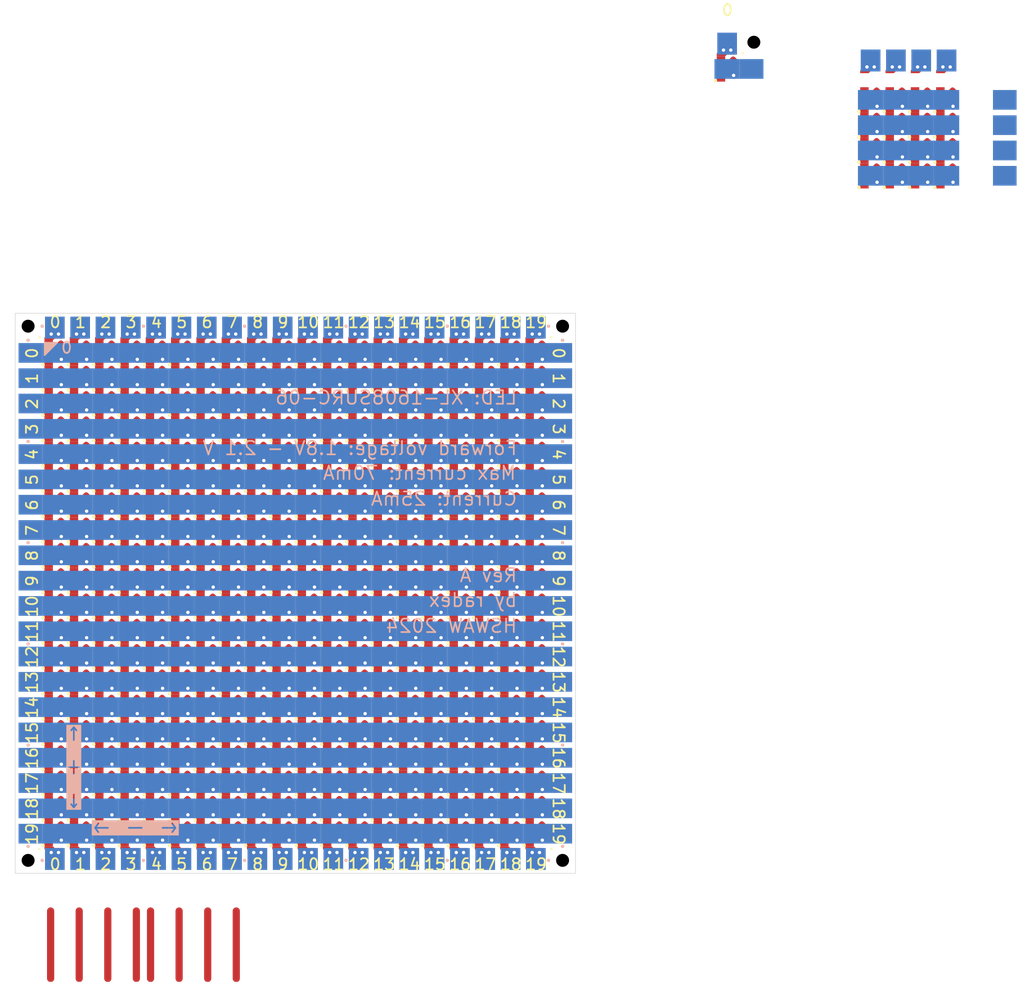
<source format=kicad_pcb>
(kicad_pcb (version 20240108) (generator "pcbnew") (generator_version "8.0")
  (layers (0 "F.Cu" signal) (31 "B.Cu" signal) (34 "B.Paste" user) (35 "F.Paste" user) (36 "B.SilkS" user "B.Silkscreen") (37 "F.SilkS" user "F.Silkscreen") (38 "B.Mask" user) (39 "F.Mask" user) (44 "Edge.Cuts" user))
  (net 0 "")
  (footprint "LED_SMD:LED_0603_1608Metric_Dot" (layer "F.Cu") (at 146.629918 84.628463 45)
    (property "Reference" "D1" (hide yes))
    (property "Value" " XL-1608SURC-06")
  )
  (footprint "LED_SMD:LED_0603_1608Metric_Dot" (layer "F.Cu") (at 160.129918 68.880011 45)
    (property "Reference" "D1" (hide yes))
    (property "Value" " XL-1608SURC-06")
  )
  (footprint "LED_SMD:LED_0603_1608Metric_Dot" (layer "F.Cu") (at 146.629918 86.880011 45)
    (property "Reference" "D1" (hide yes))
    (property "Value" " XL-1608SURC-06")
  )
  (footprint "LED_SMD:LED_0603_1608Metric_Dot" (layer "F.Cu") (at 164.629918 55.378463 45)
    (property "Reference" "D1" (hide yes))
    (property "Value" " XL-1608SURC-06")
  )
  (footprint "LED_SMD:LED_0603_1608Metric_Dot" (layer "F.Cu") (at 157.879918 73.378463 45)
    (property "Reference" "D1" (hide yes))
    (property "Value" " XL-1608SURC-06")
  )
  (footprint "LED_SMD:LED_0603_1608Metric_Dot" (layer "F.Cu") (at 148.879918 73.378463 45)
    (property "Reference" "D1" (hide yes))
    (property "Value" " XL-1608SURC-06")
  )
  (footprint "LED_SMD:LED_0603_1608Metric_Dot" (layer "F.Cu") (at 133.129918 75.628463 45)
    (property "Reference" "D1" (hide yes))
    (property "Value" " XL-1608SURC-06")
  )
  (footprint "LED_SMD:LED_0603_1608Metric_Dot" (layer "F.Cu") (at 133.129918 57.628463 45)
    (property "Reference" "D1" (hide yes))
    (property "Value" " XL-1608SURC-06")
  )
  (footprint "LED_SMD:LED_0603_1608Metric_Dot" (layer "F.Cu") (at 146.629918 66.628463 45)
    (property "Reference" "D1" (hide yes))
    (property "Value" " XL-1608SURC-06")
  )
  (footprint "LED_SMD:LED_0603_1608Metric_Dot" (layer "F.Cu") (at 139.879918 53.128463 45)
    (property "Reference" "D1" (hide yes))
    (property "Value" " XL-1608SURC-06")
  )
  (footprint "LED_SMD:LED_0603_1608Metric_Dot" (layer "F.Cu") (at 162.379918 44.128463 45)
    (property "Reference" "D1" (hide yes))
    (property "Value" " XL-1608SURC-06")
  )
  (footprint "LED_SMD:LED_0603_1608Metric_Dot" (layer "F.Cu") (at 130.879918 50.880011 45)
    (property "Reference" "D1" (hide yes))
    (property "Value" " XL-1608SURC-06")
  )
  (footprint "LED_SMD:LED_0603_1608Metric_Dot" (layer "F.Cu") (at 144.379918 55.378463 45)
    (property "Reference" "D1" (hide yes))
    (property "Value" " XL-1608SURC-06")
  )
  (footprint "LED_SMD:LED_0603_1608Metric_Dot" (layer "F.Cu") (at 144.379918 44.128463 45)
    (property "Reference" "D1" (hide yes))
    (property "Value" " XL-1608SURC-06")
  )
  (footprint "LED_SMD:LED_0603_1608Metric_Dot" (layer "F.Cu") (at 155.629918 66.628463 45)
    (property "Reference" "D1" (hide yes))
    (property "Value" " XL-1608SURC-06")
  )
  (footprint "LED_SMD:LED_0603_1608Metric_Dot" (layer "F.Cu") (at 142.129918 55.378463 45)
    (property "Reference" "D1" (hide yes))
    (property "Value" " XL-1608SURC-06")
  )
  (footprint "LED_SMD:LED_0603_1608Metric_Dot" (layer "F.Cu") (at 164.629918 57.628463 45)
    (property "Reference" "D1" (hide yes))
    (property "Value" " XL-1608SURC-06")
  )
  (footprint "LED_SMD:LED_0603_1608Metric_Dot" (layer "F.Cu") (at 146.629918 59.880011 45)
    (property "Reference" "D1" (hide yes))
    (property "Value" " XL-1608SURC-06")
  )
  (footprint "LED_SMD:LED_0603_1608Metric_Dot" (layer "F.Cu") (at 148.879918 75.628463 45)
    (property "Reference" "D1" (hide yes))
    (property "Value" " XL-1608SURC-06")
  )
  (footprint "LED_SMD:LED_0603_1608Metric_Dot" (layer "F.Cu") (at 133.129918 86.880011 45)
    (property "Reference" "D1" (hide yes))
    (property "Value" " XL-1608SURC-06")
  )
  (footprint "LED_SMD:LED_0603_1608Metric_Dot" (layer "F.Cu") (at 162.379918 64.378463 45)
    (property "Reference" "D1" (hide yes))
    (property "Value" " XL-1608SURC-06")
  )
  (footprint "LED_SMD:LED_0603_1608Metric_Dot" (layer "F.Cu") (at 146.629918 82.378463 45)
    (property "Reference" "D1" (hide yes))
    (property "Value" " XL-1608SURC-06")
  )
  (footprint "LED_SMD:LED_0603_1608Metric_Dot" (layer "F.Cu") (at 144.379918 57.628463 45)
    (property "Reference" "D1" (hide yes))
    (property "Value" " XL-1608SURC-06")
  )
  (footprint "LED_SMD:LED_0603_1608Metric_Dot" (layer "F.Cu") (at 153.379918 53.128463 45)
    (property "Reference" "D1" (hide yes))
    (property "Value" " XL-1608SURC-06")
  )
  (footprint "LED_SMD:LED_0603_1608Metric_Dot" (layer "F.Cu") (at 196.629918 21.628463 45)
    (property "Reference" "D1" (hide yes))
    (property "Value" " XL-1608SURC-06")
  )
  (footprint "LED_SMD:LED_0603_1608Metric_Dot" (layer "F.Cu") (at 148.879918 71.128463 45)
    (property "Reference" "D1" (hide yes))
    (property "Value" " XL-1608SURC-06")
  )
  (footprint "LED_SMD:LED_0603_1608Metric_Dot" (layer "F.Cu") (at 135.379918 73.378463 45)
    (property "Reference" "D1" (hide yes))
    (property "Value" " XL-1608SURC-06")
  )
  (footprint "LED_SMD:LED_0603_1608Metric_Dot" (layer "F.Cu") (at 126.379918 66.628463 45)
    (property "Reference" "D1" (hide yes))
    (property "Value" " XL-1608SURC-06")
  )
  (footprint "LED_SMD:LED_0603_1608Metric_Dot" (layer "F.Cu") (at 144.379918 73.378463 45)
    (property "Reference" "D1" (hide yes))
    (property "Value" " XL-1608SURC-06")
  )
  (footprint "LED_SMD:LED_0603_1608Metric_Dot" (layer "F.Cu") (at 160.129918 59.880011 45)
    (property "Reference" "D1" (hide yes))
    (property "Value" " XL-1608SURC-06")
  )
  (footprint "LED_SMD:LED_0603_1608Metric_Dot" (layer "F.Cu") (at 164.629918 71.128463 45)
    (property "Reference" "D1" (hide yes))
    (property "Value" " XL-1608SURC-06")
  )
  (footprint "LED_SMD:LED_0603_1608Metric_Dot" (layer "F.Cu") (at 124.129918 59.880011 45)
    (property "Reference" "D1" (hide yes))
    (property "Value" " XL-1608SURC-06")
  )
  (footprint "LED_SMD:LED_0603_1608Metric_Dot" (layer "F.Cu") (at 164.629918 59.880011 45)
    (property "Reference" "D1" (hide yes))
    (property "Value" " XL-1608SURC-06")
  )
  (footprint "LED_SMD:LED_0603_1608Metric_Dot" (layer "F.Cu") (at 146.629918 77.880011 45)
    (property "Reference" "D1" (hide yes))
    (property "Value" " XL-1608SURC-06")
  )
  (footprint "LED_SMD:LED_0603_1608Metric_Dot" (layer "F.Cu") (at 157.879918 71.128463 45)
    (property "Reference" "D1" (hide yes))
    (property "Value" " XL-1608SURC-06")
  )
  (footprint "LED_SMD:LED_0603_1608Metric_Dot" (layer "F.Cu") (at 139.879918 71.128463 45)
    (property "Reference" "D1" (hide yes))
    (property "Value" " XL-1608SURC-06")
  )
  (footprint "LED_SMD:LED_0603_1608Metric_Dot" (layer "F.Cu") (at 135.379918 77.880011 45)
    (property "Reference" "D1" (hide yes))
    (property "Value" " XL-1608SURC-06")
  )
  (footprint "LED_SMD:LED_0603_1608Metric_Dot" (layer "F.Cu") (at 160.129918 50.880011 45)
    (property "Reference" "D1" (hide yes))
    (property "Value" " XL-1608SURC-06")
  )
  (footprint "LED_SMD:LED_0603_1608Metric_Dot" (layer "F.Cu") (at 201.129918 28.380011 45)
    (property "Reference" "D1" (hide yes))
    (property "Value" " XL-1608SURC-06")
  )
  (footprint "LED_SMD:LED_0603_1608Metric_Dot" (layer "F.Cu") (at 137.629918 57.628463 45)
    (property "Reference" "D1" (hide yes))
    (property "Value" " XL-1608SURC-06")
  )
  (footprint "LED_SMD:LED_0603_1608Metric_Dot" (layer "F.Cu") (at 160.129918 66.628463 45)
    (property "Reference" "D1" (hide yes))
    (property "Value" " XL-1608SURC-06")
  )
  (footprint "LED_SMD:LED_0603_1608Metric_Dot" (layer "F.Cu") (at 166.879918 77.880011 45)
    (property "Reference" "D1" (hide yes))
    (property "Value" " XL-1608SURC-06")
  )
  (footprint "LED_SMD:LED_0603_1608Metric_Dot" (layer "F.Cu") (at 148.879918 62.128463 45)
    (property "Reference" "D1" (hide yes))
    (property "Value" " XL-1608SURC-06")
  )
  (footprint "LED_SMD:LED_0603_1608Metric_Dot" (layer "F.Cu") (at 142.129918 53.128463 45)
    (property "Reference" "D1" (hide yes))
    (property "Value" " XL-1608SURC-06")
  )
  (footprint "LED_SMD:LED_0603_1608Metric_Dot" (layer "F.Cu") (at 146.629918 57.628463 45)
    (property "Reference" "D1" (hide yes))
    (property "Value" " XL-1608SURC-06")
  )
  (footprint "LED_SMD:LED_0603_1608Metric_Dot" (layer "F.Cu") (at 151.129918 64.378463 45)
    (property "Reference" "D1" (hide yes))
    (property "Value" " XL-1608SURC-06")
  )
  (footprint "LED_SMD:LED_0603_1608Metric_Dot" (layer "F.Cu") (at 164.629918 46.378463 45)
    (property "Reference" "D1" (hide yes))
    (property "Value" " XL-1608SURC-06")
  )
  (footprint "LED_SMD:LED_0603_1608Metric_Dot" (layer "F.Cu") (at 166.879918 48.628463 45)
    (property "Reference" "D1" (hide yes))
    (property "Value" " XL-1608SURC-06")
  )
  (footprint "LED_SMD:LED_0603_1608Metric_Dot" (layer "F.Cu") (at 162.379918 53.128463 45)
    (property "Reference" "D1" (hide yes))
    (property "Value" " XL-1608SURC-06")
  )
  (footprint "LED_SMD:LED_0603_1608Metric_Dot" (layer "F.Cu") (at 164.629918 86.880011 45)
    (property "Reference" "D1" (hide yes))
    (property "Value" " XL-1608SURC-06")
  )
  (footprint "LED_SMD:LED_0603_1608Metric_Dot" (layer "F.Cu") (at 153.379918 55.378463 45)
    (property "Reference" "D1" (hide yes))
    (property "Value" " XL-1608SURC-06")
  )
  (footprint "LED_SMD:LED_0603_1608Metric_Dot" (layer "F.Cu") (at 135.379918 66.628463 45)
    (property "Reference" "D1" (hide yes))
    (property "Value" " XL-1608SURC-06")
  )
  (footprint "LED_SMD:LED_0603_1608Metric_Dot" (layer "F.Cu") (at 151.129918 55.378463 45)
    (property "Reference" "D1" (hide yes))
    (property "Value" " XL-1608SURC-06")
  )
  (footprint "LED_SMD:LED_0603_1608Metric_Dot" (layer "F.Cu") (at 166.879918 66.628463 45)
    (property "Reference" "D1" (hide yes))
    (property "Value" " XL-1608SURC-06")
  )
  (footprint "LED_SMD:LED_0603_1608Metric_Dot" (layer "F.Cu") (at 137.629918 66.628463 45)
    (property "Reference" "D1" (hide yes))
    (property "Value" " XL-1608SURC-06")
  )
  (footprint "LED_SMD:LED_0603_1608Metric_Dot" (layer "F.Cu") (at 166.879918 71.128463 45)
    (property "Reference" "D1" (hide yes))
    (property "Value" " XL-1608SURC-06")
  )
  (footprint "LED_SMD:LED_0603_1608Metric_Dot" (layer "F.Cu") (at 146.629918 68.880011 45)
    (property "Reference" "D1" (hide yes))
    (property "Value" " XL-1608SURC-06")
  )
  (footprint "LED_SMD:LED_0603_1608Metric_Dot" (layer "F.Cu") (at 139.879918 82.378463 45)
    (property "Reference" "D1" (hide yes))
    (property "Value" " XL-1608SURC-06")
  )
  (footprint "LED_SMD:LED_0603_1608Metric_Dot" (layer "F.Cu") (at 164.629918 68.880011 45)
    (property "Reference" "D1" (hide yes))
    (property "Value" " XL-1608SURC-06")
  )
  (footprint "LED_SMD:LED_0603_1608Metric_Dot" (layer "F.Cu") (at 144.379918 68.880011 45)
    (property "Reference" "D1" (hide yes))
    (property "Value" " XL-1608SURC-06")
  )
  (footprint "LED_SMD:LED_0603_1608Metric_Dot" (layer "F.Cu") (at 164.629918 48.628463 45)
    (property "Reference" "D1" (hide yes))
    (property "Value" " XL-1608SURC-06")
  )
  (footprint "LED_SMD:LED_0603_1608Metric_Dot" (layer "F.Cu") (at 160.129918 71.128463 45)
    (property "Reference" "D1" (hide yes))
    (property "Value" " XL-1608SURC-06")
  )
  (footprint "LED_SMD:LED_0603_1608Metric_Dot" (layer "F.Cu") (at 144.379918 82.378463 45)
    (property "Reference" "D1" (hide yes))
    (property "Value" " XL-1608SURC-06")
  )
  (footprint "LED_SMD:LED_0603_1608Metric_Dot" (layer "F.Cu") (at 128.629918 75.628463 45)
    (property "Reference" "D1" (hide yes))
    (property "Value" " XL-1608SURC-06")
  )
  (footprint "LED_SMD:LED_0603_1608Metric_Dot" (layer "F.Cu") (at 128.629918 73.378463 45)
    (property "Reference" "D1" (hide yes))
    (property "Value" " XL-1608SURC-06")
  )
  (footprint "LED_SMD:LED_0603_1608Metric_Dot" (layer "F.Cu") (at 144.379918 53.128463 45)
    (property "Reference" "D1" (hide yes))
    (property "Value" " XL-1608SURC-06")
  )
  (footprint "LED_SMD:LED_0603_1608Metric_Dot" (layer "F.Cu") (at 166.879918 50.880011 45)
    (property "Reference" "D1" (hide yes))
    (property "Value" " XL-1608SURC-06")
  )
  (footprint "LED_SMD:LED_0603_1608Metric_Dot" (layer "F.Cu") (at 130.879918 86.880011 45)
    (property "Reference" "D1" (hide yes))
    (property "Value" " XL-1608SURC-06")
  )
  (footprint "LED_SMD:LED_0603_1608Metric_Dot" (layer "F.Cu") (at 164.629918 64.378463 45)
    (property "Reference" "D1" (hide yes))
    (property "Value" " XL-1608SURC-06")
  )
  (footprint "LED_SMD:LED_0603_1608Metric_Dot" (layer "F.Cu") (at 148.879918 66.628463 45)
    (property "Reference" "D1" (hide yes))
    (property "Value" " XL-1608SURC-06")
  )
  (footprint "LED_SMD:LED_0603_1608Metric_Dot" (layer "F.Cu") (at 126.379918 84.628463 45)
    (property "Reference" "D1" (hide yes))
    (property "Value" " XL-1608SURC-06")
  )
  (footprint "LED_SMD:LED_0603_1608Metric_Dot" (layer "F.Cu") (at 201.129918 23.878463 45)
    (property "Reference" "D1" (hide yes))
    (property "Value" " XL-1608SURC-06")
  )
  (footprint "LED_SMD:LED_0603_1608Metric_Dot" (layer "F.Cu") (at 164.629918 75.628463 45)
    (property "Reference" "D1" (hide yes))
    (property "Value" " XL-1608SURC-06")
  )
  (footprint "LED_SMD:LED_0603_1608Metric_Dot" (layer "F.Cu") (at 198.879918 21.628463 45)
    (property "Reference" "D1" (hide yes))
    (property "Value" " XL-1608SURC-06")
  )
  (footprint "LED_SMD:LED_0603_1608Metric_Dot" (layer "F.Cu") (at 157.879918 50.880011 45)
    (property "Reference" "D1" (hide yes))
    (property "Value" " XL-1608SURC-06")
  )
  (footprint "LED_SMD:LED_0603_1608Metric_Dot" (layer "F.Cu") (at 144.379918 59.880011 45)
    (property "Reference" "D1" (hide yes))
    (property "Value" " XL-1608SURC-06")
  )
  (footprint "LED_SMD:LED_0603_1608Metric_Dot" (layer "F.Cu") (at 137.629918 80.128463 45)
    (property "Reference" "D1" (hide yes))
    (property "Value" " XL-1608SURC-06")
  )
  (footprint "LED_SMD:LED_0603_1608Metric_Dot" (layer "F.Cu") (at 126.379918 48.628463 45)
    (property "Reference" "D1" (hide yes))
    (property "Value" " XL-1608SURC-06")
  )
  (footprint "LED_SMD:LED_0603_1608Metric_Dot" (layer "F.Cu") (at 142.129918 57.628463 45)
    (property "Reference" "D1" (hide yes))
    (property "Value" " XL-1608SURC-06")
  )
  (footprint "LED_SMD:LED_0603_1608Metric_Dot" (layer "F.Cu") (at 128.629918 50.880011 45)
    (property "Reference" "D1" (hide yes))
    (property "Value" " XL-1608SURC-06")
  )
  (footprint "LED_SMD:LED_0603_1608Metric_Dot" (layer "F.Cu") (at 126.379918 50.880011 45)
    (property "Reference" "D1" (hide yes))
    (property "Value" " XL-1608SURC-06")
  )
  (footprint "LED_SMD:LED_0603_1608Metric_Dot" (layer "F.Cu") (at 144.379918 66.628463 45)
    (property "Reference" "D1" (hide yes))
    (property "Value" " XL-1608SURC-06")
  )
  (footprint "LED_SMD:LED_0603_1608Metric_Dot" (layer "F.Cu") (at 130.879918 62.128463 45)
    (property "Reference" "D1" (hide yes))
    (property "Value" " XL-1608SURC-06")
  )
  (footprint "LED_SMD:LED_0603_1608Metric_Dot" (layer "F.Cu") (at 153.379918 57.628463 45)
    (property "Reference" "D1" (hide yes))
    (property "Value" " XL-1608SURC-06")
  )
  (footprint "LED_SMD:LED_0603_1608Metric_Dot" (layer "F.Cu") (at 155.629918 68.880011 45)
    (property "Reference" "D1" (hide yes))
    (property "Value" " XL-1608SURC-06")
  )
  (footprint "LED_SMD:LED_0603_1608Metric_Dot" (layer "F.Cu") (at 166.879918 59.880011 45)
    (property "Reference" "D1" (hide yes))
    (property "Value" " XL-1608SURC-06")
  )
  (footprint "LED_SMD:LED_0603_1608Metric_Dot" (layer "F.Cu") (at 151.129918 53.128463 45)
    (property "Reference" "D1" (hide yes))
    (property "Value" " XL-1608SURC-06")
  )
  (footprint "LED_SMD:LED_0603_1608Metric_Dot" (layer "F.Cu") (at 137.629918 71.128463 45)
    (property "Reference" "D1" (hide yes))
    (property "Value" " XL-1608SURC-06")
  )
  (footprint "LED_SMD:LED_0603_1608Metric_Dot" (layer "F.Cu") (at 130.879918 53.128463 45)
    (property "Reference" "D1" (hide yes))
    (property "Value" " XL-1608SURC-06")
  )
  (footprint "LED_SMD:LED_0603_1608Metric_Dot" (layer "F.Cu") (at 124.129918 44.128463 45)
    (property "Reference" "D1" (hide yes))
    (property "Value" " XL-1608SURC-06")
  )
  (footprint "LED_SMD:LED_0603_1608Metric_Dot" (layer "F.Cu") (at 160.129918 75.628463 45)
    (property "Reference" "D1" (hide yes))
    (property "Value" " XL-1608SURC-06")
  )
  (footprint "LED_SMD:LED_0603_1608Metric_Dot" (layer "F.Cu") (at 166.879918 86.880011 45)
    (property "Reference" "D1" (hide yes))
    (property "Value" " XL-1608SURC-06")
  )
  (footprint "LED_SMD:LED_0603_1608Metric_Dot" (layer "F.Cu") (at 148.879918 77.880011 45)
    (property "Reference" "D1" (hide yes))
    (property "Value" " XL-1608SURC-06")
  )
  (footprint "LED_SMD:LED_0603_1608Metric_Dot" (layer "F.Cu") (at 130.879918 59.880011 45)
    (property "Reference" "D1" (hide yes))
    (property "Value" " XL-1608SURC-06")
  )
  (footprint "LED_SMD:LED_0603_1608Metric_Dot" (layer "F.Cu") (at 196.629918 26.128463 45)
    (property "Reference" "D1" (hide yes))
    (property "Value" " XL-1608SURC-06")
  )
  (footprint "LED_SMD:LED_0603_1608Metric_Dot" (layer "F.Cu") (at 142.129918 50.880011 45)
    (property "Reference" "D1" (hide yes))
    (property "Value" " XL-1608SURC-06")
  )
  (footprint "LED_SMD:LED_0603_1608Metric_Dot" (layer "F.Cu") (at 126.379918 53.128463 45)
    (property "Reference" "D1" (hide yes))
    (property "Value" " XL-1608SURC-06")
  )
  (footprint "LED_SMD:LED_0603_1608Metric_Dot" (layer "F.Cu") (at 142.129918 46.378463 45)
    (property "Reference" "D1" (hide yes))
    (property "Value" " XL-1608SURC-06")
  )
  (footprint "LED_SMD:LED_0603_1608Metric_Dot" (layer "F.Cu") (at 151.129918 71.128463 45)
    (property "Reference" "D1" (hide yes))
    (property "Value" " XL-1608SURC-06")
  )
  (footprint "LED_SMD:LED_0603_1608Metric_Dot" (layer "F.Cu") (at 135.379918 64.378463 45)
    (property "Reference" "D1" (hide yes))
    (property "Value" " XL-1608SURC-06")
  )
  (footprint "LED_SMD:LED_0603_1608Metric_Dot" (layer "F.Cu") (at 142.129918 48.628463 45)
    (property "Reference" "D1" (hide yes))
    (property "Value" " XL-1608SURC-06")
  )
  (footprint "LED_SMD:LED_0603_1608Metric_Dot" (layer "F.Cu") (at 160.129918 62.128463 45)
    (property "Reference" "D1" (hide yes))
    (property "Value" " XL-1608SURC-06")
  )
  (footprint "LED_SMD:LED_0603_1608Metric_Dot" (layer "F.Cu") (at 126.379918 80.128463 45)
    (property "Reference" "D1" (hide yes))
    (property "Value" " XL-1608SURC-06")
  )
  (footprint "LED_SMD:LED_0603_1608Metric_Dot" (layer "F.Cu") (at 128.629918 64.378463 45)
    (property "Reference" "D1" (hide yes))
    (property "Value" " XL-1608SURC-06")
  )
  (footprint "LED_SMD:LED_0603_1608Metric_Dot" (layer "F.Cu") (at 144.379918 48.628463 45)
    (property "Reference" "D1" (hide yes))
    (property "Value" " XL-1608SURC-06")
  )
  (footprint "LED_SMD:LED_0603_1608Metric_Dot" (layer "F.Cu") (at 128.629918 57.628463 45)
    (property "Reference" "D1" (hide yes))
    (property "Value" " XL-1608SURC-06")
  )
  (footprint "LED_SMD:LED_0603_1608Metric_Dot" (layer "F.Cu") (at 137.629918 86.880011 45)
    (property "Reference" "D1" (hide yes))
    (property "Value" " XL-1608SURC-06")
  )
  (footprint "LED_SMD:LED_0603_1608Metric_Dot" (layer "F.Cu") (at 198.879918 26.128463 45)
    (property "Reference" "D1" (hide yes))
    (property "Value" " XL-1608SURC-06")
  )
  (footprint "LED_SMD:LED_0603_1608Metric_Dot" (layer "F.Cu") (at 135.379918 55.378463 45)
    (property "Reference" "D1" (hide yes))
    (property "Value" " XL-1608SURC-06")
  )
  (footprint "LED_SMD:LED_0603_1608Metric_Dot" (layer "F.Cu") (at 155.629918 53.128463 45)
    (property "Reference" "D1" (hide yes))
    (property "Value" " XL-1608SURC-06")
  )
  (footprint "LED_SMD:LED_0603_1608Metric_Dot" (layer "F.Cu") (at 157.879918 62.128463 45)
    (property "Reference" "D1" (hide yes))
    (property "Value" " XL-1608SURC-06")
  )
  (footprint "LED_SMD:LED_0603_1608Metric_Dot" (layer "F.Cu") (at 139.879918 55.378463 45)
    (property "Reference" "D1" (hide yes))
    (property "Value" " XL-1608SURC-06")
  )
  (footprint "" (layer "F.Cu") (at 169.25 89.25 -90)
    (property "Reference" "")
    (property "Value" "")
  )
  (footprint "LED_SMD:LED_0603_1608Metric_Dot" (layer "F.Cu") (at 124.129918 50.880011 45)
    (property "Reference" "D1" (hide yes))
    (property "Value" " XL-1608SURC-06")
  )
  (footprint "LED_SMD:LED_0603_1608Metric_Dot" (layer "F.Cu") (at 164.629918 80.128463 45)
    (property "Reference" "D1" (hide yes))
    (property "Value" " XL-1608SURC-06")
  )
  (footprint "LED_SMD:LED_0603_1608Metric_Dot" (layer "F.Cu") (at 160.129918 80.128463 45)
    (property "Reference" "D1" (hide yes))
    (property "Value" " XL-1608SURC-06")
  )
  (footprint "LED_SMD:LED_0603_1608Metric_Dot" (layer "F.Cu") (at 151.129918 84.628463 45)
    (property "Reference" "D1" (hide yes))
    (property "Value" " XL-1608SURC-06")
  )
  (footprint "LED_SMD:LED_0603_1608Metric_Dot" (layer "F.Cu") (at 130.879918 82.378463 45)
    (property "Reference" "D1" (hide yes))
    (property "Value" " XL-1608SURC-06")
  )
  (footprint "LED_SMD:LED_0603_1608Metric_Dot" (layer "F.Cu") (at 133.129918 48.628463 45)
    (property "Reference" "D1" (hide yes))
    (property "Value" " XL-1608SURC-06")
  )
  (footprint "LED_SMD:LED_0603_1608Metric_Dot" (layer "F.Cu") (at 160.129918 64.378463 45)
    (property "Reference" "D1" (hide yes))
    (property "Value" " XL-1608SURC-06")
  )
  (footprint "LED_SMD:LED_0603_1608Metric_Dot" (layer "F.Cu") (at 155.629918 77.880011 45)
    (property "Reference" "D1" (hide yes))
    (property "Value" " XL-1608SURC-06")
  )
  (footprint "LED_SMD:LED_0603_1608Metric_Dot" (layer "F.Cu") (at 166.879918 55.378463 45)
    (property "Reference" "D1" (hide yes))
    (property "Value" " XL-1608SURC-06")
  )
  (footprint "LED_SMD:LED_0603_1608Metric_Dot" (layer "F.Cu") (at 153.379918 48.628463 45)
    (property "Reference" "D1" (hide yes))
    (property "Value" " XL-1608SURC-06")
  )
  (footprint "LED_SMD:LED_0603_1608Metric_Dot" (layer "F.Cu") (at 130.879918 71.128463 45)
    (property "Reference" "D1" (hide yes))
    (property "Value" " XL-1608SURC-06")
  )
  (footprint "LED_SMD:LED_0603_1608Metric_Dot" (layer "F.Cu") (at 164.629918 82.378463 45)
    (property "Reference" "D1" (hide yes))
    (property "Value" " XL-1608SURC-06")
  )
  (footprint "LED_SMD:LED_0603_1608Metric_Dot" (layer "F.Cu") (at 148.879918 64.378463 45)
    (property "Reference" "D1" (hide yes))
    (property "Value" " XL-1608SURC-06")
  )
  (footprint "LED_SMD:LED_0603_1608Metric_Dot" (layer "F.Cu") (at 130.879918 48.628463 45)
    (property "Reference" "D1" (hide yes))
    (property "Value" " XL-1608SURC-06")
  )
  (footprint "LED_SMD:LED_0603_1608Metric_Dot" (layer "F.Cu") (at 153.379918 80.128463 45)
    (property "Reference" "D1" (hide yes))
    (property "Value" " XL-1608SURC-06")
  )
  (footprint "LED_SMD:LED_0603_1608Metric_Dot" (layer "F.Cu") (at 142.129918 75.628463 45)
    (property "Reference" "D1" (hide yes))
    (property "Value" " XL-1608SURC-06")
  )
  (footprint "LED_SMD:LED_0603_1608Metric_Dot" (layer "F.Cu") (at 124.129918 71.128463 45)
    (property "Reference" "D1" (hide yes))
    (property "Value" " XL-1608SURC-06")
  )
  (footprint "LED_SMD:LED_0603_1608Metric_Dot" (layer "F.Cu") (at 162.379918 59.880011 45)
    (property "Reference" "D1" (hide yes))
    (property "Value" " XL-1608SURC-06")
  )
  (footprint "LED_SMD:LED_0603_1608Metric_Dot" (layer "F.Cu") (at 148.879918 50.880011 45)
    (property "Reference" "D1" (hide yes))
    (property "Value" " XL-1608SURC-06")
  )
  (footprint "LED_SMD:LED_0603_1608Metric_Dot" (layer "F.Cu") (at 126.379918 55.378463 45)
    (property "Reference" "D1" (hide yes))
    (property "Value" " XL-1608SURC-06")
  )
  (footprint "LED_SMD:LED_0603_1608Metric_Dot" (layer "F.Cu") (at 128.629918 46.378463 45)
    (property "Reference" "D1" (hide yes))
    (property "Value" " XL-1608SURC-06")
  )
  (footprint "LED_SMD:LED_0603_1608Metric_Dot" (layer "F.Cu") (at 124.129918 68.880011 45)
    (property "Reference" "D1" (hide yes))
    (property "Value" " XL-1608SURC-06")
  )
  (footprint "LED_SMD:LED_0603_1608Metric_Dot" (layer "F.Cu") (at 139.879918 66.628463 45)
    (property "Reference" "D1" (hide yes))
    (property "Value" " XL-1608SURC-06")
  )
  (footprint "LED_SMD:LED_0603_1608Metric_Dot" (layer "F.Cu") (at 139.879918 44.128463 45)
    (property "Reference" "D1" (hide yes))
    (property "Value" " XL-1608SURC-06")
  )
  (footprint "LED_SMD:LED_0603_1608Metric_Dot" (layer "F.Cu") (at 164.629918 53.128463 45)
    (property "Reference" "D1" (hide yes))
    (property "Value" " XL-1608SURC-06")
  )
  (footprint "LED_SMD:LED_0603_1608Metric_Dot" (layer "F.Cu") (at 135.379918 80.128463 45)
    (property "Reference" "D1" (hide yes))
    (property "Value" " XL-1608SURC-06")
  )
  (footprint "LED_SMD:LED_0603_1608Metric_Dot" (layer "F.Cu") (at 151.129918 82.378463 45)
    (property "Reference" "D1" (hide yes))
    (property "Value" " XL-1608SURC-06")
  )
  (footprint "LED_SMD:LED_0603_1608Metric_Dot" (layer "F.Cu") (at 137.629918 59.880011 45)
    (property "Reference" "D1" (hide yes))
    (property "Value" " XL-1608SURC-06")
  )
  (footprint "LED_SMD:LED_0603_1608Metric_Dot" (layer "F.Cu") (at 124.129918 66.628463 45)
    (property "Reference" "D1" (hide yes))
    (property "Value" " XL-1608SURC-06")
  )
  (footprint "LED_SMD:LED_0603_1608Metric_Dot" (layer "F.Cu") (at 137.629918 82.378463 45)
    (property "Reference" "D1" (hide yes))
    (property "Value" " XL-1608SURC-06")
  )
  (footprint "LED_SMD:LED_0603_1608Metric_Dot" (layer "F.Cu") (at 157.879918 55.378463 45)
    (property "Reference" "D1" (hide yes))
    (property "Value" " XL-1608SURC-06")
  )
  (footprint "LED_SMD:LED_0603_1608Metric_Dot" (layer "F.Cu") (at 155.629918 80.128463 45)
    (property "Reference" "D1" (hide yes))
    (property "Value" " XL-1608SURC-06")
  )
  (footprint "LED_SMD:LED_0603_1608Metric_Dot" (layer "F.Cu") (at 151.129918 75.628463 45)
    (property "Reference" "D1" (hide yes))
    (property "Value" " XL-1608SURC-06")
  )
  (footprint "LED_SMD:LED_0603_1608Metric_Dot" (layer "F.Cu") (at 124.129918 82.378463 45)
    (property "Reference" "D1" (hide yes))
    (property "Value" " XL-1608SURC-06")
  )
  (footprint "LED_SMD:LED_0603_1608Metric_Dot" (layer "F.Cu") (at 148.879918 44.128463 45)
    (property "Reference" "D1" (hide yes))
    (property "Value" " XL-1608SURC-06")
  )
  (footprint "LED_SMD:LED_0603_1608Metric_Dot" (layer "F.Cu") (at 142.129918 86.880011 45)
    (property "Reference" "D1" (hide yes))
    (property "Value" " XL-1608SURC-06")
  )
  (footprint "LED_SMD:LED_0603_1608Metric_Dot" (layer "F.Cu") (at 160.129918 84.628463 45)
    (property "Reference" "D1" (hide yes))
    (property "Value" " XL-1608SURC-06")
  )
  (footprint "LED_SMD:LED_0603_1608Metric_Dot" (layer "F.Cu") (at 126.379918 77.880011 45)
    (property "Reference" "D1" (hide yes))
    (property "Value" " XL-1608SURC-06")
  )
  (footprint "LED_SMD:LED_0603_1608Metric_Dot" (layer "F.Cu") (at 148.879918 80.128463 45)
    (property "Reference" "D1" (hide yes))
    (property "Value" " XL-1608SURC-06")
  )
  (footprint "LED_SMD:LED_0603_1608Metric_Dot" (layer "F.Cu") (at 139.879918 68.880011 45)
    (property "Reference" "D1" (hide yes))
    (property "Value" " XL-1608SURC-06")
  )
  (footprint "LED_SMD:LED_0603_1608Metric_Dot" (layer "F.Cu") (at 128.629918 82.378463 45)
    (property "Reference" "D1" (hide yes))
    (property "Value" " XL-1608SURC-06")
  )
  (footprint "LED_SMD:LED_0603_1608Metric_Dot" (layer "F.Cu") (at 128.629918 48.628463 45)
    (property "Reference" "D1" (hide yes))
    (property "Value" " XL-1608SURC-06")
  )
  (footprint "LED_SMD:LED_0603_1608Metric_Dot" (layer "F.Cu") (at 133.129918 80.128463 45)
    (property "Reference" "D1" (hide yes))
    (property "Value" " XL-1608SURC-06")
  )
  (footprint "LED_SMD:LED_0603_1608Metric_Dot" (layer "F.Cu") (at 124.129918 55.378463 45)
    (property "Reference" "D1" (hide yes))
    (property "Value" " XL-1608SURC-06")
  )
  (footprint "LED_SMD:LED_0603_1608Metric_Dot" (layer "F.Cu") (at 144.379918 80.128463 45)
    (property "Reference" "D1" (hide yes))
    (property "Value" " XL-1608SURC-06")
  )
  (footprint "LED_SMD:LED_0603_1608Metric_Dot" (layer "F.Cu") (at 162.379918 68.880011 45)
    (property "Reference" "D1" (hide yes))
    (property "Value" " XL-1608SURC-06")
  )
  (footprint "LED_SMD:LED_0603_1608Metric_Dot" (layer "F.Cu") (at 142.129918 73.378463 45)
    (property "Reference" "D1" (hide yes))
    (property "Value" " XL-1608SURC-06")
  )
  (footprint "LED_SMD:LED_0603_1608Metric_Dot" (layer "F.Cu") (at 124.129918 75.628463 45)
    (property "Reference" "D1" (hide yes))
    (property "Value" " XL-1608SURC-06")
  )
  (footprint "LED_SMD:LED_0603_1608Metric_Dot" (layer "F.Cu") (at 157.879918 57.628463 45)
    (property "Reference" "D1" (hide yes))
    (property "Value" " XL-1608SURC-06")
  )
  (footprint "LED_SMD:LED_0603_1608Metric_Dot" (layer "F.Cu") (at 148.879918 68.880011 45)
    (property "Reference" "D1" (hide yes))
    (property "Value" " XL-1608SURC-06")
  )
  (footprint "LED_SMD:LED_0603_1608Metric_Dot" (layer "F.Cu") (at 153.379918 84.628463 45)
    (property "Reference" "D1" (hide yes))
    (property "Value" " XL-1608SURC-06")
  )
  (footprint "LED_SMD:LED_0603_1608Metric_Dot" (layer "F.Cu") (at 139.879918 46.378463 45)
    (property "Reference" "D1" (hide yes))
    (property "Value" " XL-1608SURC-06")
  )
  (footprint "LED_SMD:LED_0603_1608Metric_Dot" (layer "F.Cu") (at 160.129918 86.880011 45)
    (property "Reference" "D1" (hide yes))
    (property "Value" " XL-1608SURC-06")
  )
  (footprint "LED_SMD:LED_0603_1608Metric_Dot" (layer "F.Cu") (at 160.129918 73.378463 45)
    (property "Reference" "D1" (hide yes))
    (property "Value" " XL-1608SURC-06")
  )
  (footprint "LED_SMD:LED_0603_1608Metric_Dot" (layer "F.Cu") (at 157.879918 86.880011 45)
    (property "Reference" "D1" (hide yes))
    (property "Value" " XL-1608SURC-06")
  )
  (footprint "LED_SMD:LED_0603_1608Metric_Dot" (layer "F.Cu") (at 146.629918 80.128463 45)
    (property "Reference" "D1" (hide yes))
    (property "Value" " XL-1608SURC-06")
  )
  (footprint "LED_SMD:LED_0603_1608Metric_Dot" (layer "F.Cu") (at 151.129918 77.880011 45)
    (property "Reference" "D1" (hide yes))
    (property "Value" " XL-1608SURC-06")
  )
  (footprint "LED_SMD:LED_0603_1608Metric_Dot" (layer "F.Cu") (at 126.379918 46.378463 45)
    (property "Reference" "D1" (hide yes))
    (property "Value" " XL-1608SURC-06")
  )
  (footprint "LED_SMD:LED_0603_1608Metric_Dot" (layer "F.Cu") (at 126.379918 44.128463 45)
    (property "Reference" "D1" (hide yes))
    (property "Value" " XL-1608SURC-06")
  )
  (footprint "LED_SMD:LED_0603_1608Metric_Dot" (layer "F.Cu") (at 196.629918 28.380011 45)
    (property "Reference" "D1" (hide yes))
    (property "Value" " XL-1608SURC-06")
  )
  (footprint "LED_SMD:LED_0603_1608Metric_Dot" (layer "F.Cu") (at 135.379918 57.628463 45)
    (property "Reference" "D1" (hide yes))
    (property "Value" " XL-1608SURC-06")
  )
  (footprint "LED_SMD:LED_0603_1608Metric_Dot" (layer "F.Cu") (at 146.629918 64.378463 45)
    (property "Reference" "D1" (hide yes))
    (property "Value" " XL-1608SURC-06")
  )
  (footprint "LED_SMD:LED_0603_1608Metric_Dot" (layer "F.Cu") (at 203.379918 21.628463 45)
    (property "Reference" "D1" (hide yes))
    (property "Value" " XL-1608SURC-06")
  )
  (footprint "LED_SMD:LED_0603_1608Metric_Dot" (layer "F.Cu") (at 142.129918 77.880011 45)
    (property "Reference" "D1" (hide yes))
    (property "Value" " XL-1608SURC-06")
  )
  (footprint "LED_SMD:LED_0603_1608Metric_Dot" (layer "F.Cu") (at 146.629918 46.378463 45)
    (property "Reference" "D1" (hide yes))
    (property "Value" " XL-1608SURC-06")
  )
  (footprint "LED_SMD:LED_0603_1608Metric_Dot" (layer "F.Cu") (at 142.129918 64.378463 45)
    (property "Reference" "D1" (hide yes))
    (property "Value" " XL-1608SURC-06")
  )
  (footprint "LED_SMD:LED_0603_1608Metric_Dot" (layer "F.Cu") (at 137.629918 50.880011 45)
    (property "Reference" "D1" (hide yes))
    (property "Value" " XL-1608SURC-06")
  )
  (footprint "LED_SMD:LED_0603_1608Metric_Dot" (layer "F.Cu") (at 126.379918 68.880011 45)
    (property "Reference" "D1" (hide yes))
    (property "Value" " XL-1608SURC-06")
  )
  (footprint "LED_SMD:LED_0603_1608Metric_Dot" (layer "F.Cu") (at 164.629918 66.628463 45)
    (property "Reference" "D1" (hide yes))
    (property "Value" " XL-1608SURC-06")
  )
  (footprint "LED_SMD:LED_0603_1608Metric_Dot" (layer "F.Cu") (at 137.629918 73.378463 45)
    (property "Reference" "D1" (hide yes))
    (property "Value" " XL-1608SURC-06")
  )
  (footprint "LED_SMD:LED_0603_1608Metric_Dot" (layer "F.Cu") (at 137.629918 64.378463 45)
    (property "Reference" "D1" (hide yes))
    (property "Value" " XL-1608SURC-06")
  )
  (footprint "LED_SMD:LED_0603_1608Metric_Dot" (layer "F.Cu") (at 124.129918 46.378463 45)
    (property "Reference" "D1" (hide yes))
    (property "Value" " XL-1608SURC-06")
  )
  (footprint "LED_SMD:LED_0603_1608Metric_Dot" (layer "F.Cu") (at 203.379918 28.380011 45)
    (property "Reference" "D1" (hide yes))
    (property "Value" " XL-1608SURC-06")
  )
  (footprint "LED_SMD:LED_0603_1608Metric_Dot" (layer "F.Cu") (at 160.129918 57.628463 45)
    (property "Reference" "D1" (hide yes))
    (property "Value" " XL-1608SURC-06")
  )
  (footprint "LED_SMD:LED_0603_1608Metric_Dot" (layer "F.Cu") (at 128.629918 86.880011 45)
    (property "Reference" "D1" (hide yes))
    (property "Value" " XL-1608SURC-06")
  )
  (footprint "LED_SMD:LED_0603_1608Metric_Dot" (layer "F.Cu") (at 133.129918 73.378463 45)
    (property "Reference" "D1" (hide yes))
    (property "Value" " XL-1608SURC-06")
  )
  (footprint "LED_SMD:LED_0603_1608Metric_Dot" (layer "F.Cu") (at 144.379918 71.128463 45)
    (property "Reference" "D1" (hide yes))
    (property "Value" " XL-1608SURC-06")
  )
  (footprint "LED_SMD:LED_0603_1608Metric_Dot" (layer "F.Cu") (at 135.379918 75.628463 45)
    (property "Reference" "D1" (hide yes))
    (property "Value" " XL-1608SURC-06")
  )
  (footprint "LED_SMD:LED_0603_1608Metric_Dot" (layer "F.Cu") (at 124.129918 80.128463 45)
    (property "Reference" "D1" (hide yes))
    (property "Value" " XL-1608SURC-06")
  )
  (footprint "LED_SMD:LED_0603_1608Metric_Dot" (layer "F.Cu") (at 146.629918 53.128463 45)
    (property "Reference" "D1" (hide yes))
    (property "Value" " XL-1608SURC-06")
  )
  (footprint "LED_SMD:LED_0603_1608Metric_Dot" (layer "F.Cu") (at 130.879918 77.880011 45)
    (property "Reference" "D1" (hide yes))
    (property "Value" " XL-1608SURC-06")
  )
  (footprint "LED_SMD:LED_0603_1608Metric_Dot" (layer "F.Cu") (at 157.879918 44.128463 45)
    (property "Reference" "D1" (hide yes))
    (property "Value" " XL-1608SURC-06")
  )
  (footprint "LED_SMD:LED_0603_1608Metric_Dot" (layer "F.Cu") (at 139.879918 57.628463 45)
    (property "Reference" "D1" (hide yes))
    (property "Value" " XL-1608SURC-06")
  )
  (footprint "LED_SMD:LED_0603_1608Metric_Dot" (layer "F.Cu") (at 153.379918 64.378463 45)
    (property "Reference" "D1" (hide yes))
    (property "Value" " XL-1608SURC-06")
  )
  (footprint "LED_SMD:LED_0603_1608Metric_Dot" (layer "F.Cu") (at 157.879918 53.128463 45)
    (property "Reference" "D1" (hide yes))
    (property "Value" " XL-1608SURC-06")
  )
  (footprint "LED_SMD:LED_0603_1608Metric_Dot" (layer "F.Cu") (at 124.129918 73.378463 45)
    (property "Reference" "D1" (hide yes))
    (property "Value" " XL-1608SURC-06")
  )
  (footprint "LED_SMD:LED_0603_1608Metric_Dot" (layer "F.Cu") (at 164.629918 73.378463 45)
    (property "Reference" "D1" (hide yes))
    (property "Value" " XL-1608SURC-06")
  )
  (footprint "" (layer "F.Cu") (at 121.75 41.75 90)
    (property "Reference" "")
    (property "Value" "")
  )
  (footprint "LED_SMD:LED_0603_1608Metric_Dot" (layer "F.Cu") (at 130.879918 64.378463 45)
    (property "Reference" "D1" (hide yes))
    (property "Value" " XL-1608SURC-06")
  )
  (footprint "LED_SMD:LED_0603_1608Metric_Dot" (layer "F.Cu") (at 139.879918 77.880011 45)
    (property "Reference" "D1" (hide yes))
    (property "Value" " XL-1608SURC-06")
  )
  (footprint "LED_SMD:LED_0603_1608Metric_Dot" (layer "F.Cu") (at 128.629918 68.880011 45)
    (property "Reference" "D1" (hide yes))
    (property "Value" " XL-1608SURC-06")
  )
  (footprint "LED_SMD:LED_0603_1608Metric_Dot" (layer "F.Cu") (at 151.129918 66.628463 45)
    (property "Reference" "D1" (hide yes))
    (property "Value" " XL-1608SURC-06")
  )
  (footprint "LED_SMD:LED_0603_1608Metric_Dot" (layer "F.Cu") (at 201.129918 21.628463 45)
    (property "Reference" "D1" (hide yes))
    (property "Value" " XL-1608SURC-06")
  )
  (footprint "LED_SMD:LED_0603_1608Metric_Dot" (layer "F.Cu") (at 162.379918 82.378463 45)
    (property "Reference" "D1" (hide yes))
    (property "Value" " XL-1608SURC-06")
  )
  (footprint "LED_SMD:LED_0603_1608Metric_Dot" (layer "F.Cu") (at 148.879918 82.378463 45)
    (property "Reference" "D1" (hide yes))
    (property "Value" " XL-1608SURC-06")
  )
  (footprint "LED_SMD:LED_0603_1608Metric_Dot" (layer "F.Cu") (at 135.379918 86.880011 45)
    (property "Reference" "D1" (hide yes))
    (property "Value" " XL-1608SURC-06")
  )
  (footprint "LED_SMD:LED_0603_1608Metric_Dot" (layer "F.Cu") (at 146.629918 75.628463 45)
    (property "Reference" "D1" (hide yes))
    (property "Value" " XL-1608SURC-06")
  )
  (footprint "LED_SMD:LED_0603_1608Metric_Dot" (layer "F.Cu") (at 126.379918 57.628463 45)
    (property "Reference" "D1" (hide yes))
    (property "Value" " XL-1608SURC-06")
  )
  (footprint "LED_SMD:LED_0603_1608Metric_Dot" (layer "F.Cu") (at 160.129918 55.378463 45)
    (property "Reference" "D1" (hide yes))
    (property "Value" " XL-1608SURC-06")
  )
  (footprint "LED_SMD:LED_0603_1608Metric_Dot" (layer "F.Cu") (at 148.879918 84.628463 45)
    (property "Reference" "D1" (hide yes))
    (property "Value" " XL-1608SURC-06")
  )
  (footprint "LED_SMD:LED_0603_1608Metric_Dot" (layer "F.Cu") (at 130.879918 75.628463 45)
    (property "Reference" "D1" (hide yes))
    (property "Value" " XL-1608SURC-06")
  )
  (footprint "LED_SMD:LED_0603_1608Metric_Dot" (layer "F.Cu") (at 148.879918 46.378463 45)
    (property "Reference" "D1" (hide yes))
    (property "Value" " XL-1608SURC-06")
  )
  (footprint "" (layer "F.Cu") (at 186.25 16.5)
    (property "Reference" "")
    (property "Value" "")
  )
  (footprint "LED_SMD:LED_0603_1608Metric_Dot" (layer "F.Cu") (at 166.879918 75.628463 45)
    (property "Reference" "D1" (hide yes))
    (property "Value" " XL-1608SURC-06")
  )
  (footprint "LED_SMD:LED_0603_1608Metric_Dot" (layer "F.Cu") (at 164.629918 84.628463 45)
    (property "Reference" "D1" (hide yes))
    (property "Value" " XL-1608SURC-06")
  )
  (footprint "LED_SMD:LED_0603_1608Metric_Dot" (layer "F.Cu") (at 128.629918 84.628463 45)
    (property "Reference" "D1" (hide yes))
    (property "Value" " XL-1608SURC-06")
  )
  (footprint "LED_SMD:LED_0603_1608Metric_Dot" (layer "F.Cu") (at 124.129918 86.880011 45)
    (property "Reference" "D1" (hide yes))
    (property "Value" " XL-1608SURC-06")
  )
  (footprint "LED_SMD:LED_0603_1608Metric_Dot" (layer "F.Cu") (at 139.879918 80.128463 45)
    (property "Reference" "D1" (hide yes))
    (property "Value" " XL-1608SURC-06")
  )
  (footprint "LED_SMD:LED_0603_1608Metric_Dot" (layer "F.Cu") (at 133.129918 44.128463 45)
    (property "Reference" "D1" (hide yes))
    (property "Value" " XL-1608SURC-06")
  )
  (footprint "LED_SMD:LED_0603_1608Metric_Dot" (layer "F.Cu") (at 133.129918 68.880011 45)
    (property "Reference" "D1" (hide yes))
    (property "Value" " XL-1608SURC-06")
  )
  (footprint "LED_SMD:LED_0603_1608Metric_Dot" (layer "F.Cu") (at 139.879918 86.880011 45)
    (property "Reference" "D1" (hide yes))
    (property "Value" " XL-1608SURC-06")
  )
  (footprint "LED_SMD:LED_0603_1608Metric_Dot" (layer "F.Cu") (at 166.879918 53.128463 45)
    (property "Reference" "D1" (hide yes))
    (property "Value" " XL-1608SURC-06")
  )
  (footprint "LED_SMD:LED_0603_1608Metric_Dot" (layer "F.Cu") (at 166.879918 46.378463 45)
    (property "Reference" "D1" (hide yes))
    (property "Value" " XL-1608SURC-06")
  )
  (footprint "LED_SMD:LED_0603_1608Metric_Dot" (layer "F.Cu") (at 153.379918 68.880011 45)
    (property "Reference" "D1" (hide yes))
    (property "Value" " XL-1608SURC-06")
  )
  (footprint "LED_SMD:LED_0603_1608Metric_Dot" (layer "F.Cu") (at 203.379918 23.878463 45)
    (property "Reference" "D1" (hide yes))
    (property "Value" " XL-1608SURC-06")
  )
  (footprint "LED_SMD:LED_0603_1608Metric_Dot" (layer "F.Cu") (at 151.129918 86.880011 45)
    (property "Reference" "D1" (hide yes))
    (property "Value" " XL-1608SURC-06")
  )
  (footprint "LED_SMD:LED_0603_1608Metric_Dot" (layer "F.Cu") (at 164.629918 44.128463 45)
    (property "Reference" "D1" (hide yes))
    (property "Value" " XL-1608SURC-06")
  )
  (footprint "LED_SMD:LED_0603_1608Metric_Dot" (layer "F.Cu") (at 135.379918 53.128463 45)
    (property "Reference" "D1" (hide yes))
    (property "Value" " XL-1608SURC-06")
  )
  (footprint "LED_SMD:LED_0603_1608Metric_Dot" (layer "F.Cu") (at 144.379918 75.628463 45)
    (property "Reference" "D1" (hide yes))
    (property "Value" " XL-1608SURC-06")
  )
  (footprint "LED_SMD:LED_0603_1608Metric_Dot" (layer "F.Cu") (at 166.879918 84.628463 45)
    (property "Reference" "D1" (hide yes))
    (property "Value" " XL-1608SURC-06")
  )
  (footprint "LED_SMD:LED_0603_1608Metric_Dot" (layer "F.Cu") (at 137.629918 68.880011 45)
    (property "Reference" "D1" (hide yes))
    (property "Value" " XL-1608SURC-06")
  )
  (footprint "LED_SMD:LED_0603_1608Metric_Dot" (layer "F.Cu") (at 128.629918 44.128463 45)
    (property "Reference" "D1" (hide yes))
    (property "Value" " XL-1608SURC-06")
  )
  (footprint "LED_SMD:LED_0603_1608Metric_Dot" (layer "F.Cu") (at 128.629918 53.128463 45)
    (property "Reference" "D1" (hide yes))
    (property "Value" " XL-1608SURC-06")
  )
  (footprint "LED_SMD:LED_0603_1608Metric_Dot" (layer "F.Cu") (at 144.379918 84.628463 45)
    (property "Reference" "D1" (hide yes))
    (property "Value" " XL-1608SURC-06")
  )
  (footprint "LED_SMD:LED_0603_1608Metric_Dot" (layer "F.Cu") (at 153.379918 46.378463 45)
    (property "Reference" "D1" (hide yes))
    (property "Value" " XL-1608SURC-06")
  )
  (footprint "LED_SMD:LED_0603_1608Metric_Dot" (layer "F.Cu") (at 146.629918 48.628463 45)
    (property "Reference" "D1" (hide yes))
    (property "Value" " XL-1608SURC-06")
  )
  (footprint "LED_SMD:LED_0603_1608Metric_Dot" (layer "F.Cu") (at 153.379918 50.880011 45)
    (property "Reference" "D1" (hide yes))
    (property "Value" " XL-1608SURC-06")
  )
  (footprint "LED_SMD:LED_0603_1608Metric_Dot" (layer "F.Cu") (at 128.629918 77.880011 45)
    (property "Reference" "D1" (hide yes))
    (property "Value" " XL-1608SURC-06")
  )
  (footprint "LED_SMD:LED_0603_1608Metric_Dot" (layer "F.Cu") (at 146.629918 44.128463 45)
    (property "Reference" "D1" (hide yes))
    (property "Value" " XL-1608SURC-06")
  )
  (footprint "LED_SMD:LED_0603_1608Metric_Dot" (layer "F.Cu") (at 133.129918 64.378463 45)
    (property "Reference" "D1" (hide yes))
    (property "Value" " XL-1608SURC-06")
  )
  (footprint "LED_SMD:LED_0603_1608Metric_Dot" (layer "F.Cu") (at 155.629918 62.128463 45)
    (property "Reference" "D1" (hide yes))
    (property "Value" " XL-1608SURC-06")
  )
  (footprint "LED_SMD:LED_0603_1608Metric_Dot" (layer "F.Cu") (at 124.129918 64.378463 45)
    (property "Reference" "D1" (hide yes))
    (property "Value" " XL-1608SURC-06")
  )
  (footprint "LED_SMD:LED_0603_1608Metric_Dot" (layer "F.Cu") (at 126.379918 59.880011 45)
    (property "Reference" "D1" (hide yes))
    (property "Value" " XL-1608SURC-06")
  )
  (footprint "LED_SMD:LED_0603_1608Metric_Dot" (layer "F.Cu") (at 128.629918 62.128463 45)
    (property "Reference" "D1" (hide yes))
    (property "Value" " XL-1608SURC-06")
  )
  (footprint "LED_SMD:LED_0603_1608Metric_Dot" (layer "F.Cu") (at 139.879918 75.628463 45)
    (property "Reference" "D1" (hide yes))
    (property "Value" " XL-1608SURC-06")
  )
  (footprint "LED_SMD:LED_0603_1608Metric_Dot" (layer "F.Cu") (at 155.629918 84.628463 45)
    (property "Reference" "D1" (hide yes))
    (property "Value" " XL-1608SURC-06")
  )
  (footprint "LED_SMD:LED_0603_1608Metric_Dot" (layer "F.Cu") (at 144.379918 64.378463 45)
    (property "Reference" "D1" (hide yes))
    (property "Value" " XL-1608SURC-06")
  )
  (footprint "LED_SMD:LED_0603_1608Metric_Dot" (layer "F.Cu") (at 135.379918 48.628463 45)
    (property "Reference" "D1" (hide yes))
    (property "Value" " XL-1608SURC-06")
  )
  (footprint "LED_SMD:LED_0603_1608Metric_Dot" (layer "F.Cu") (at 137.629918 44.128463 45)
    (property "Reference" "D1" (hide yes))
    (property "Value" " XL-1608SURC-06")
  )
  (footprint "LED_SMD:LED_0603_1608Metric_Dot" (layer "F.Cu") (at 162.379918 57.628463 45)
    (property "Reference" "D1" (hide yes))
    (property "Value" " XL-1608SURC-06")
  )
  (footprint "LED_SMD:LED_0603_1608Metric_Dot" (layer "F.Cu") (at 133.129918 62.128463 45)
    (property "Reference" "D1" (hide yes))
    (property "Value" " XL-1608SURC-06")
  )
  (footprint "LED_SMD:LED_0603_1608Metric_Dot" (layer "F.Cu") (at 135.379918 62.128463 45)
    (property "Reference" "D1" (hide yes))
    (property "Value" " XL-1608SURC-06")
  )
  (footprint "LED_SMD:LED_0603_1608Metric_Dot" (layer "F.Cu") (at 130.879918 55.378463 45)
    (property "Reference" "D1" (hide yes))
    (property "Value" " XL-1608SURC-06")
  )
  (footprint "LED_SMD:LED_0603_1608Metric_Dot" (layer "F.Cu") (at 166.879918 82.378463 45)
    (property "Reference" "D1" (hide yes))
    (property "Value" " XL-1608SURC-06")
  )
  (footprint "LED_SMD:LED_0603_1608Metric_Dot" (layer "F.Cu") (at 151.129918 59.880011 45)
    (property "Reference" "D1" (hide yes))
    (property "Value" " XL-1608SURC-06")
  )
  (footprint "LED_SMD:LED_0603_1608Metric_Dot" (layer "F.Cu") (at 153.379918 86.880011 45)
    (property "Reference" "D1" (hide yes))
    (property "Value" " XL-1608SURC-06")
  )
  (footprint "LED_SMD:LED_0603_1608Metric_Dot" (layer "F.Cu") (at 133.129918 84.628463 45)
    (property "Reference" "D1" (hide yes))
    (property "Value" " XL-1608SURC-06")
  )
  (footprint "LED_SMD:LED_0603_1608Metric_Dot" (layer "F.Cu") (at 183.879918 18.878463 45)
    (property "Reference" "D1" (hide yes))
    (property "Value" " XL-1608SURC-06")
  )
  (footprint "LED_SMD:LED_0603_1608Metric_Dot" (layer "F.Cu") (at 164.629918 62.128463 45)
    (property "Reference" "D1" (hide yes))
    (property "Value" " XL-1608SURC-06")
  )
  (footprint "LED_SMD:LED_0603_1608Metric_Dot" (layer "F.Cu") (at 166.879918 68.880011 45)
    (property "Reference" "D1" (hide yes))
    (property "Value" " XL-1608SURC-06")
  )
  (footprint "LED_SMD:LED_0603_1608Metric_Dot" (layer "F.Cu") (at 148.879918 53.128463 45)
    (property "Reference" "D1" (hide yes))
    (property "Value" " XL-1608SURC-06")
  )
  (footprint "LED_SMD:LED_0603_1608Metric_Dot" (layer "F.Cu") (at 124.129918 77.880011 45)
    (property "Reference" "D1" (hide yes))
    (property "Value" " XL-1608SURC-06")
  )
  (footprint "LED_SMD:LED_0603_1608Metric_Dot" (layer "F.Cu") (at 157.879918 48.628463 45)
    (property "Reference" "D1" (hide yes))
    (property "Value" " XL-1608SURC-06")
  )
  (footprint "LED_SMD:LED_0603_1608Metric_Dot" (layer "F.Cu") (at 124.129918 62.128463 45)
    (property "Reference" "D1" (hide yes))
    (property "Value" " XL-1608SURC-06")
  )
  (footprint "LED_SMD:LED_0603_1608Metric_Dot" (layer "F.Cu") (at 126.379918 75.628463 45)
    (property "Reference" "D1" (hide yes))
    (property "Value" " XL-1608SURC-06")
  )
  (footprint "LED_SMD:LED_0603_1608Metric_Dot" (layer "F.Cu") (at 157.879918 84.628463 45)
    (property "Reference" "D1" (hide yes))
    (property "Value" " XL-1608SURC-06")
  )
  (footprint "LED_SMD:LED_0603_1608Metric_Dot" (layer "F.Cu") (at 137.629918 53.128463 45)
    (property "Reference" "D1" (hide yes))
    (property "Value" " XL-1608SURC-06")
  )
  (footprint "LED_SMD:LED_0603_1608Metric_Dot" (layer "F.Cu") (at 162.379918 73.378463 45)
    (property "Reference" "D1" (hide yes))
    (property "Value" " XL-1608SURC-06")
  )
  (footprint "LED_SMD:LED_0603_1608Metric_Dot" (layer "F.Cu") (at 146.629918 62.128463 45)
    (property "Reference" "D1" (hide yes))
    (property "Value" " XL-1608SURC-06")
  )
  (footprint "LED_SMD:LED_0603_1608Metric_Dot" (layer "F.Cu") (at 142.129918 71.128463 45)
    (property "Reference" "D1" (hide yes))
    (property "Value" " XL-1608SURC-06")
  )
  (footprint "LED_SMD:LED_0603_1608Metric_Dot" (layer "F.Cu") (at 157.879918 80.128463 45)
    (property "Reference" "D1" (hide yes))
    (property "Value" " XL-1608SURC-06")
  )
  (footprint "LED_SMD:LED_0603_1608Metric_Dot" (layer "F.Cu") (at 203.379918 26.128463 45)
    (property "Reference" "D1" (hide yes))
    (property "Value" " XL-1608SURC-06")
  )
  (footprint "LED_SMD:LED_0603_1608Metric_Dot" (layer "F.Cu") (at 137.629918 75.628463 45)
    (property "Reference" "D1" (hide yes))
    (property "Value" " XL-1608SURC-06")
  )
  (footprint "LED_SMD:LED_0603_1608Metric_Dot" (layer "F.Cu") (at 144.379918 62.128463 45)
    (property "Reference" "D1" (hide yes))
    (property "Value" " XL-1608SURC-06")
  )
  (footprint "LED_SMD:LED_0603_1608Metric_Dot" (layer "F.Cu") (at 166.879918 64.378463 45)
    (property "Reference" "D1" (hide yes))
    (property "Value" " XL-1608SURC-06")
  )
  (footprint "LED_SMD:LED_0603_1608Metric_Dot" (layer "F.Cu") (at 157.879918 59.880011 45)
    (property "Reference" "D1" (hide yes))
    (property "Value" " XL-1608SURC-06")
  )
  (footprint "LED_SMD:LED_0603_1608Metric_Dot" (layer "F.Cu") (at 151.129918 73.378463 45)
    (property "Reference" "D1" (hide yes))
    (property "Value" " XL-1608SURC-06")
  )
  (footprint "LED_SMD:LED_0603_1608Metric_Dot" (layer "F.Cu") (at 144.379918 86.880011 45)
    (property "Reference" "D1" (hide yes))
    (property "Value" " XL-1608SURC-06")
  )
  (footprint "LED_SMD:LED_0603_1608Metric_Dot" (layer "F.Cu") (at 166.879918 44.128463 45)
    (property "Reference" "D1" (hide yes))
    (property "Value" " XL-1608SURC-06")
  )
  (footprint "LED_SMD:LED_0603_1608Metric_Dot" (layer "F.Cu") (at 146.629918 50.880011 45)
    (property "Reference" "D1" (hide yes))
    (property "Value" " XL-1608SURC-06")
  )
  (footprint "LED_SMD:LED_0603_1608Metric_Dot" (layer "F.Cu") (at 133.129918 46.378463 45)
    (property "Reference" "D1" (hide yes))
    (property "Value" " XL-1608SURC-06")
  )
  (footprint "LED_SMD:LED_0603_1608Metric_Dot" (layer "F.Cu") (at 157.879918 75.628463 45)
    (property "Reference" "D1" (hide yes))
    (property "Value" " XL-1608SURC-06")
  )
  (footprint "LED_SMD:LED_0603_1608Metric_Dot" (layer "F.Cu") (at 162.379918 71.128463 45)
    (property "Reference" "D1" (hide yes))
    (property "Value" " XL-1608SURC-06")
  )
  (footprint "LED_SMD:LED_0603_1608Metric_Dot" (layer "F.Cu") (at 151.129918 68.880011 45)
    (property "Reference" "D1" (hide yes))
    (property "Value" " XL-1608SURC-06")
  )
  (footprint "LED_SMD:LED_0603_1608Metric_Dot" (layer "F.Cu") (at 128.629918 80.128463 45)
    (property "Reference" "D1" (hide yes))
    (property "Value" " XL-1608SURC-06")
  )
  (footprint "LED_SMD:LED_0603_1608Metric_Dot" (layer "F.Cu") (at 137.629918 84.628463 45)
    (property "Reference" "D1" (hide yes))
    (property "Value" " XL-1608SURC-06")
  )
  (footprint "LED_SMD:LED_0603_1608Metric_Dot" (layer "F.Cu") (at 153.379918 66.628463 45)
    (property "Reference" "D1" (hide yes))
    (property "Value" " XL-1608SURC-06")
  )
  (footprint "LED_SMD:LED_0603_1608Metric_Dot" (layer "F.Cu") (at 130.879918 57.628463 45)
    (property "Reference" "D1" (hide yes))
    (property "Value" " XL-1608SURC-06")
  )
  (footprint "LED_SMD:LED_0603_1608Metric_Dot" (layer "F.Cu") (at 166.879918 57.628463 45)
    (property "Reference" "D1" (hide yes))
    (property "Value" " XL-1608SURC-06")
  )
  (footprint "LED_SMD:LED_0603_1608Metric_Dot" (layer "F.Cu") (at 133.129918 71.128463 45)
    (property "Reference" "D1" (hide yes))
    (property "Value" " XL-1608SURC-06")
  )
  (footprint "LED_SMD:LED_0603_1608Metric_Dot" (layer "F.Cu") (at 162.379918 77.880011 45)
    (property "Reference" "D1" (hide yes))
    (property "Value" " XL-1608SURC-06")
  )
  (footprint "LED_SMD:LED_0603_1608Metric_Dot" (layer "F.Cu") (at 135.379918 46.378463 45)
    (property "Reference" "D1" (hide yes))
    (property "Value" " XL-1608SURC-06")
  )
  (footprint "LED_SMD:LED_0603_1608Metric_Dot" (layer "F.Cu") (at 139.879918 73.378463 45)
    (property "Reference" "D1" (hide yes))
    (property "Value" " XL-1608SURC-06")
  )
  (footprint "LED_SMD:LED_0603_1608Metric_Dot" (layer "F.Cu") (at 124.129918 53.128463 45)
    (property "Reference" "D1" (hide yes))
    (property "Value" " XL-1608SURC-06")
  )
  (footprint "LED_SMD:LED_0603_1608Metric_Dot" (layer "F.Cu") (at 128.629918 66.628463 45)
    (property "Reference" "D1" (hide yes))
    (property "Value" " XL-1608SURC-06")
  )
  (footprint "LED_SMD:LED_0603_1608Metric_Dot" (layer "F.Cu") (at 155.629918 50.880011 45)
    (property "Reference" "D1" (hide yes))
    (property "Value" " XL-1608SURC-06")
  )
  (footprint "LED_SMD:LED_0603_1608Metric_Dot" (layer "F.Cu") (at 160.129918 82.378463 45)
    (property "Reference" "D1" (hide yes))
    (property "Value" " XL-1608SURC-06")
  )
  (footprint "LED_SMD:LED_0603_1608Metric_Dot" (layer "F.Cu") (at 139.879918 62.128463 45)
    (property "Reference" "D1" (hide yes))
    (property "Value" " XL-1608SURC-06")
  )
  (footprint "LED_SMD:LED_0603_1608Metric_Dot" (layer "F.Cu") (at 153.379918 59.880011 45)
    (property "Reference" "D1" (hide yes))
    (property "Value" " XL-1608SURC-06")
  )
  (footprint "LED_SMD:LED_0603_1608Metric_Dot" (layer "F.Cu") (at 148.879918 57.628463 45)
    (property "Reference" "D1" (hide yes))
    (property "Value" " XL-1608SURC-06")
  )
  (footprint "LED_SMD:LED_0603_1608Metric_Dot" (layer "F.Cu") (at 137.629918 48.628463 45)
    (property "Reference" "D1" (hide yes))
    (property "Value" " XL-1608SURC-06")
  )
  (footprint "LED_SMD:LED_0603_1608Metric_Dot" (layer "F.Cu") (at 151.129918 57.628463 45)
    (property "Reference" "D1" (hide yes))
    (property "Value" " XL-1608SURC-06")
  )
  (footprint "LED_SMD:LED_0603_1608Metric_Dot" (layer "F.Cu") (at 162.379918 86.880011 45)
    (property "Reference" "D1" (hide yes))
    (property "Value" " XL-1608SURC-06")
  )
  (footprint "LED_SMD:LED_0603_1608Metric_Dot" (layer "F.Cu") (at 130.879918 73.378463 45)
    (property "Reference" "D1" (hide yes))
    (property "Value" " XL-1608SURC-06")
  )
  (footprint "LED_SMD:LED_0603_1608Metric_Dot" (layer "F.Cu") (at 151.129918 48.628463 45)
    (property "Reference" "D1" (hide yes))
    (property "Value" " XL-1608SURC-06")
  )
  (footprint "LED_SMD:LED_0603_1608Metric_Dot" (layer "F.Cu") (at 126.379918 71.128463 45)
    (property "Reference" "D1" (hide yes))
    (property "Value" " XL-1608SURC-06")
  )
  (footprint "LED_SMD:LED_0603_1608Metric_Dot" (layer "F.Cu") (at 160.129918 53.128463 45)
    (property "Reference" "D1" (hide yes))
    (property "Value" " XL-1608SURC-06")
  )
  (footprint "LED_SMD:LED_0603_1608Metric_Dot" (layer "F.Cu") (at 126.379918 86.880011 45)
    (property "Reference" "D1" (hide yes))
    (property "Value" " XL-1608SURC-06")
  )
  (footprint "LED_SMD:LED_0603_1608Metric_Dot" (layer "F.Cu") (at 135.379918 50.880011 45)
    (property "Reference" "D1" (hide yes))
    (property "Value" " XL-1608SURC-06")
  )
  (footprint "LED_SMD:LED_0603_1608Metric_Dot" (layer "F.Cu") (at 155.629918 82.378463 45)
    (property "Reference" "D1" (hide yes))
    (property "Value" " XL-1608SURC-06")
  )
  (footprint "LED_SMD:LED_0603_1608Metric_Dot" (layer "F.Cu") (at 157.879918 77.880011 45)
    (property "Reference" "D1" (hide yes))
    (property "Value" " XL-1608SURC-06")
  )
  (footprint "LED_SMD:LED_0603_1608Metric_Dot" (layer "F.Cu") (at 157.879918 66.628463 45)
    (property "Reference" "D1" (hide yes))
    (property "Value" " XL-1608SURC-06")
  )
  (footprint "LED_SMD:LED_0603_1608Metric_Dot" (layer "F.Cu") (at 135.379918 68.880011 45)
    (property "Reference" "D1" (hide yes))
    (property "Value" " XL-1608SURC-06")
  )
  (footprint "LED_SMD:LED_0603_1608Metric_Dot" (layer "F.Cu") (at 130.879918 80.128463 45)
    (property "Reference" "D1" (hide yes))
    (property "Value" " XL-1608SURC-06")
  )
  (footprint "LED_SMD:LED_0603_1608Metric_Dot" (layer "F.Cu") (at 155.629918 46.378463 45)
    (property "Reference" "D1" (hide yes))
    (property "Value" " XL-1608SURC-06")
  )
  (footprint "LED_SMD:LED_0603_1608Metric_Dot" (layer "F.Cu") (at 124.129918 57.628463 45)
    (property "Reference" "D1" (hide yes))
    (property "Value" " XL-1608SURC-06")
  )
  (footprint "LED_SMD:LED_0603_1608Metric_Dot" (layer "F.Cu") (at 144.379918 77.880011 45)
    (property "Reference" "D1" (hide yes))
    (property "Value" " XL-1608SURC-06")
  )
  (footprint "LED_SMD:LED_0603_1608Metric_Dot" (layer "F.Cu") (at 135.379918 71.128463 45)
    (property "Reference" "D1" (hide yes))
    (property "Value" " XL-1608SURC-06")
  )
  (footprint "LED_SMD:LED_0603_1608Metric_Dot" (layer "F.Cu") (at 135.379918 82.378463 45)
    (property "Reference" "D1" (hide yes))
    (property "Value" " XL-1608SURC-06")
  )
  (footprint "LED_SMD:LED_0603_1608Metric_Dot" (layer "F.Cu") (at 139.879918 48.628463 45)
    (property "Reference" "D1" (hide yes))
    (property "Value" " XL-1608SURC-06")
  )
  (footprint "LED_SMD:LED_0603_1608Metric_Dot" (layer "F.Cu") (at 146.629918 73.378463 45)
    (property "Reference" "D1" (hide yes))
    (property "Value" " XL-1608SURC-06")
  )
  (footprint "LED_SMD:LED_0603_1608Metric_Dot" (layer "F.Cu") (at 162.379918 62.128463 45)
    (property "Reference" "D1" (hide yes))
    (property "Value" " XL-1608SURC-06")
  )
  (footprint "LED_SMD:LED_0603_1608Metric_Dot" (layer "F.Cu") (at 162.379918 50.880011 45)
    (property "Reference" "D1" (hide yes))
    (property "Value" " XL-1608SURC-06")
  )
  (footprint "LED_SMD:LED_0603_1608Metric_Dot" (layer "F.Cu") (at 146.629918 71.128463 45)
    (property "Reference" "D1" (hide yes))
    (property "Value" " XL-1608SURC-06")
  )
  (footprint "LED_SMD:LED_0603_1608Metric_Dot" (layer "F.Cu") (at 142.129918 59.880011 45)
    (property "Reference" "D1" (hide yes))
    (property "Value" " XL-1608SURC-06")
  )
  (footprint "LED_SMD:LED_0603_1608Metric_Dot" (layer "F.Cu") (at 155.629918 71.128463 45)
    (property "Reference" "D1" (hide yes))
    (property "Value" " XL-1608SURC-06")
  )
  (footprint "LED_SMD:LED_0603_1608Metric_Dot" (layer "F.Cu") (at 126.379918 62.128463 45)
    (property "Reference" "D1" (hide yes))
    (property "Value" " XL-1608SURC-06")
  )
  (footprint "LED_SMD:LED_0603_1608Metric_Dot" (layer "F.Cu") (at 153.379918 82.378463 45)
    (property "Reference" "D1" (hide yes))
    (property "Value" " XL-1608SURC-06")
  )
  (footprint "LED_SMD:LED_0603_1608Metric_Dot" (layer "F.Cu") (at 153.379918 73.378463 45)
    (property "Reference" "D1" (hide yes))
    (property "Value" " XL-1608SURC-06")
  )
  (footprint "LED_SMD:LED_0603_1608Metric_Dot" (layer "F.Cu") (at 135.379918 44.128463 45)
    (property "Reference" "D1" (hide yes))
    (property "Value" " XL-1608SURC-06")
  )
  (footprint "LED_SMD:LED_0603_1608Metric_Dot" (layer "F.Cu") (at 142.129918 66.628463 45)
    (property "Reference" "D1" (hide yes))
    (property "Value" " XL-1608SURC-06")
  )
  (footprint "LED_SMD:LED_0603_1608Metric_Dot" (layer "F.Cu") (at 133.129918 77.880011 45)
    (property "Reference" "D1" (hide yes))
    (property "Value" " XL-1608SURC-06")
  )
  (footprint "LED_SMD:LED_0603_1608Metric_Dot" (layer "F.Cu") (at 142.129918 68.880011 45)
    (property "Reference" "D1" (hide yes))
    (property "Value" " XL-1608SURC-06")
  )
  (footprint "LED_SMD:LED_0603_1608Metric_Dot" (layer "F.Cu") (at 139.879918 59.880011 45)
    (property "Reference" "D1" (hide yes))
    (property "Value" " XL-1608SURC-06")
  )
  (footprint "LED_SMD:LED_0603_1608Metric_Dot" (layer "F.Cu") (at 155.629918 48.628463 45)
    (property "Reference" "D1" (hide yes))
    (property "Value" " XL-1608SURC-06")
  )
  (footprint "LED_SMD:LED_0603_1608Metric_Dot" (layer "F.Cu") (at 164.629918 50.880011 45)
    (property "Reference" "D1" (hide yes))
    (property "Value" " XL-1608SURC-06")
  )
  (footprint "LED_SMD:LED_0603_1608Metric_Dot" (layer "F.Cu") (at 162.379918 55.378463 45)
    (property "Reference" "D1" (hide yes))
    (property "Value" " XL-1608SURC-06")
  )
  (footprint "LED_SMD:LED_0603_1608Metric_Dot" (layer "F.Cu") (at 160.129918 77.880011 45)
    (property "Reference" "D1" (hide yes))
    (property "Value" " XL-1608SURC-06")
  )
  (footprint "LED_SMD:LED_0603_1608Metric_Dot" (layer "F.Cu") (at 139.879918 84.628463 45)
    (property "Reference" "D1" (hide yes))
    (property "Value" " XL-1608SURC-06")
  )
  (footprint "LED_SMD:LED_0603_1608Metric_Dot" (layer "F.Cu") (at 148.879918 86.880011 45)
    (property "Reference" "D1" (hide yes))
    (property "Value" " XL-1608SURC-06")
  )
  (footprint "LED_SMD:LED_0603_1608Metric_Dot" (layer "F.Cu") (at 155.629918 73.378463 45)
    (property "Reference" "D1" (hide yes))
    (property "Value" " XL-1608SURC-06")
  )
  (footprint "LED_SMD:LED_0603_1608Metric_Dot" (layer "F.Cu") (at 144.379918 46.378463 45)
    (property "Reference" "D1" (hide yes))
    (property "Value" " XL-1608SURC-06")
  )
  (footprint "LED_SMD:LED_0603_1608Metric_Dot" (layer "F.Cu") (at 153.379918 71.128463 45)
    (property "Reference" "D1" (hide yes))
    (property "Value" " XL-1608SURC-06")
  )
  (footprint "LED_SMD:LED_0603_1608Metric_Dot" (layer "F.Cu") (at 146.629918 55.378463 45)
    (property "Reference" "D1" (hide yes))
    (property "Value" " XL-1608SURC-06")
  )
  (footprint "LED_SMD:LED_0603_1608Metric_Dot" (layer "F.Cu") (at 164.629918 77.880011 45)
    (property "Reference" "D1" (hide yes))
    (property "Value" " XL-1608SURC-06")
  )
  (footprint "LED_SMD:LED_0603_1608Metric_Dot" (layer "F.Cu") (at 128.629918 55.378463 45)
    (property "Reference" "D1" (hide yes))
    (property "Value" " XL-1608SURC-06")
  )
  (footprint "LED_SMD:LED_0603_1608Metric_Dot" (layer "F.Cu") (at 155.629918 86.880011 45)
    (property "Reference" "D1" (hide yes))
    (property "Value" " XL-1608SURC-06")
  )
  (footprint "" (layer "F.Cu") (at 121.75 89.25 180)
    (property "Reference" "")
    (property "Value" "")
  )
  (footprint "LED_SMD:LED_0603_1608Metric_Dot" (layer "F.Cu") (at 130.879918 46.378463 45)
    (property "Reference" "D1" (hide yes))
    (property "Value" " XL-1608SURC-06")
  )
  (footprint "LED_SMD:LED_0603_1608Metric_Dot" (layer "F.Cu") (at 157.879918 68.880011 45)
    (property "Reference" "D1" (hide yes))
    (property "Value" " XL-1608SURC-06")
  )
  (footprint "LED_SMD:LED_0603_1608Metric_Dot" (layer "F.Cu") (at 130.879918 84.628463 45)
    (property "Reference" "D1" (hide yes))
    (property "Value" " XL-1608SURC-06")
  )
  (footprint "LED_SMD:LED_0603_1608Metric_Dot" (layer "F.Cu") (at 151.129918 44.128463 45)
    (property "Reference" "D1" (hide yes))
    (property "Value" " XL-1608SURC-06")
  )
  (footprint "LED_SMD:LED_0603_1608Metric_Dot" (layer "F.Cu") (at 133.129918 66.628463 45)
    (property "Reference" "D1" (hide yes))
    (property "Value" " XL-1608SURC-06")
  )
  (footprint "LED_SMD:LED_0603_1608Metric_Dot" (layer "F.Cu") (at 130.879918 66.628463 45)
    (property "Reference" "D1" (hide yes))
    (property "Value" " XL-1608SURC-06")
  )
  (footprint "LED_SMD:LED_0603_1608Metric_Dot" (layer "F.Cu") (at 162.379918 75.628463 45)
    (property "Reference" "D1" (hide yes))
    (property "Value" " XL-1608SURC-06")
  )
  (footprint "LED_SMD:LED_0603_1608Metric_Dot" (layer "F.Cu") (at 155.629918 64.378463 45)
    (property "Reference" "D1" (hide yes))
    (property "Value" " XL-1608SURC-06")
  )
  (footprint "LED_SMD:LED_0603_1608Metric_Dot" (layer "F.Cu") (at 128.629918 59.880011 45)
    (property "Reference" "D1" (hide yes))
    (property "Value" " XL-1608SURC-06")
  )
  (footprint "LED_SMD:LED_0603_1608Metric_Dot" (layer "F.Cu") (at 153.379918 77.880011 45)
    (property "Reference" "D1" (hide yes))
    (property "Value" " XL-1608SURC-06")
  )
  (footprint "LED_SMD:LED_0603_1608Metric_Dot" (layer "F.Cu") (at 166.879918 73.378463 45)
    (property "Reference" "D1" (hide yes))
    (property "Value" " XL-1608SURC-06")
  )
  (footprint "LED_SMD:LED_0603_1608Metric_Dot" (layer "F.Cu") (at 155.629918 57.628463 45)
    (property "Reference" "D1" (hide yes))
    (property "Value" " XL-1608SURC-06")
  )
  (footprint "LED_SMD:LED_0603_1608Metric_Dot" (layer "F.Cu") (at 162.379918 46.378463 45)
    (property "Reference" "D1" (hide yes))
    (property "Value" " XL-1608SURC-06")
  )
  (footprint "LED_SMD:LED_0603_1608Metric_Dot" (layer "F.Cu") (at 139.879918 64.378463 45)
    (property "Reference" "D1" (hide yes))
    (property "Value" " XL-1608SURC-06")
  )
  (footprint "LED_SMD:LED_0603_1608Metric_Dot" (layer "F.Cu") (at 160.129918 46.378463 45)
    (property "Reference" "D1" (hide yes))
    (property "Value" " XL-1608SURC-06")
  )
  (footprint "LED_SMD:LED_0603_1608Metric_Dot" (layer "F.Cu") (at 137.629918 62.128463 45)
    (property "Reference" "D1" (hide yes))
    (property "Value" " XL-1608SURC-06")
  )
  (footprint "LED_SMD:LED_0603_1608Metric_Dot" (layer "F.Cu") (at 137.629918 55.378463 45)
    (property "Reference" "D1" (hide yes))
    (property "Value" " XL-1608SURC-06")
  )
  (footprint "LED_SMD:LED_0603_1608Metric_Dot" (layer "F.Cu") (at 142.129918 62.128463 45)
    (property "Reference" "D1" (hide yes))
    (property "Value" " XL-1608SURC-06")
  )
  (footprint "LED_SMD:LED_0603_1608Metric_Dot" (layer "F.Cu") (at 153.379918 44.128463 45)
    (property "Reference" "D1" (hide yes))
    (property "Value" " XL-1608SURC-06")
  )
  (footprint "LED_SMD:LED_0603_1608Metric_Dot" (layer "F.Cu") (at 137.629918 46.378463 45)
    (property "Reference" "D1" (hide yes))
    (property "Value" " XL-1608SURC-06")
  )
  (footprint "LED_SMD:LED_0603_1608Metric_Dot" (layer "F.Cu") (at 166.879918 80.128463 45)
    (property "Reference" "D1" (hide yes))
    (property "Value" " XL-1608SURC-06")
  )
  (footprint "LED_SMD:LED_0603_1608Metric_Dot" (layer "F.Cu") (at 155.629918 75.628463 45)
    (property "Reference" "D1" (hide yes))
    (property "Value" " XL-1608SURC-06")
  )
  (footprint "LED_SMD:LED_0603_1608Metric_Dot" (layer "F.Cu") (at 151.129918 62.128463 45)
    (property "Reference" "D1" (hide yes))
    (property "Value" " XL-1608SURC-06")
  )
  (footprint "LED_SMD:LED_0603_1608Metric_Dot" (layer "F.Cu") (at 198.879918 23.878463 45)
    (property "Reference" "D1" (hide yes))
    (property "Value" " XL-1608SURC-06")
  )
  (footprint "LED_SMD:LED_0603_1608Metric_Dot" (layer "F.Cu") (at 157.879918 82.378463 45)
    (property "Reference" "D1" (hide yes))
    (property "Value" " XL-1608SURC-06")
  )
  (footprint "LED_SMD:LED_0603_1608Metric_Dot" (layer "F.Cu") (at 130.879918 44.128463 45)
    (property "Reference" "D1" (hide yes))
    (property "Value" " XL-1608SURC-06")
  )
  (footprint "LED_SMD:LED_0603_1608Metric_Dot" (layer "F.Cu") (at 128.629918 71.128463 45)
    (property "Reference" "D1" (hide yes))
    (property "Value" " XL-1608SURC-06")
  )
  (footprint "LED_SMD:LED_0603_1608Metric_Dot" (layer "F.Cu") (at 139.879918 50.880011 45)
    (property "Reference" "D1" (hide yes))
    (property "Value" " XL-1608SURC-06")
  )
  (footprint "LED_SMD:LED_0603_1608Metric_Dot" (layer "F.Cu") (at 162.379918 48.628463 45)
    (property "Reference" "D1" (hide yes))
    (property "Value" " XL-1608SURC-06")
  )
  (footprint "LED_SMD:LED_0603_1608Metric_Dot" (layer "F.Cu") (at 133.129918 82.378463 45)
    (property "Reference" "D1" (hide yes))
    (property "Value" " XL-1608SURC-06")
  )
  (footprint "LED_SMD:LED_0603_1608Metric_Dot" (layer "F.Cu") (at 137.629918 77.880011 45)
    (property "Reference" "D1" (hide yes))
    (property "Value" " XL-1608SURC-06")
  )
  (footprint "LED_SMD:LED_0603_1608Metric_Dot" (layer "F.Cu") (at 160.129918 44.128463 45)
    (property "Reference" "D1" (hide yes))
    (property "Value" " XL-1608SURC-06")
  )
  (footprint "LED_SMD:LED_0603_1608Metric_Dot" (layer "F.Cu") (at 133.129918 59.880011 45)
    (property "Reference" "D1" (hide yes))
    (property "Value" " XL-1608SURC-06")
  )
  (footprint "LED_SMD:LED_0603_1608Metric_Dot" (layer "F.Cu") (at 162.379918 66.628463 45)
    (property "Reference" "D1" (hide yes))
    (property "Value" " XL-1608SURC-06")
  )
  (footprint "LED_SMD:LED_0603_1608Metric_Dot" (layer "F.Cu") (at 196.629918 23.878463 45)
    (property "Reference" "D1" (hide yes))
    (property "Value" " XL-1608SURC-06")
  )
  (footprint "LED_SMD:LED_0603_1608Metric_Dot" (layer "F.Cu") (at 198.879918 28.380011 45)
    (property "Reference" "D1" (hide yes))
    (property "Value" " XL-1608SURC-06")
  )
  (footprint "LED_SMD:LED_0603_1608Metric_Dot" (layer "F.Cu") (at 153.379918 62.128463 45)
    (property "Reference" "D1" (hide yes))
    (property "Value" " XL-1608SURC-06")
  )
  (footprint "LED_SMD:LED_0603_1608Metric_Dot" (layer "F.Cu") (at 148.879918 59.880011 45)
    (property "Reference" "D1" (hide yes))
    (property "Value" " XL-1608SURC-06")
  )
  (footprint "LED_SMD:LED_0603_1608Metric_Dot" (layer "F.Cu") (at 153.379918 75.628463 45)
    (property "Reference" "D1" (hide yes))
    (property "Value" " XL-1608SURC-06")
  )
  (footprint "LED_SMD:LED_0603_1608Metric_Dot" (layer "F.Cu") (at 124.129918 84.628463 45)
    (property "Reference" "D1" (hide yes))
    (property "Value" " XL-1608SURC-06")
  )
  (footprint "LED_SMD:LED_0603_1608Metric_Dot" (layer "F.Cu") (at 133.129918 53.128463 45)
    (property "Reference" "D1" (hide yes))
    (property "Value" " XL-1608SURC-06")
  )
  (footprint "LED_SMD:LED_0603_1608Metric_Dot" (layer "F.Cu") (at 142.129918 84.628463 45)
    (property "Reference" "D1" (hide yes))
    (property "Value" " XL-1608SURC-06")
  )
  (footprint "LED_SMD:LED_0603_1608Metric_Dot" (layer "F.Cu") (at 142.129918 82.378463 45)
    (property "Reference" "D1" (hide yes))
    (property "Value" " XL-1608SURC-06")
  )
  (footprint "LED_SMD:LED_0603_1608Metric_Dot" (layer "F.Cu") (at 201.129918 26.128463 45)
    (property "Reference" "D1" (hide yes))
    (property "Value" " XL-1608SURC-06")
  )
  (footprint "LED_SMD:LED_0603_1608Metric_Dot" (layer "F.Cu") (at 160.129918 48.628463 45)
    (property "Reference" "D1" (hide yes))
    (property "Value" " XL-1608SURC-06")
  )
  (footprint "LED_SMD:LED_0603_1608Metric_Dot" (layer "F.Cu") (at 157.879918 64.378463 45)
    (property "Reference" "D1" (hide yes))
    (property "Value" " XL-1608SURC-06")
  )
  (footprint "LED_SMD:LED_0603_1608Metric_Dot" (layer "F.Cu") (at 126.379918 82.378463 45)
    (property "Reference" "D1" (hide yes))
    (property "Value" " XL-1608SURC-06")
  )
  (footprint "LED_SMD:LED_0603_1608Metric_Dot" (layer "F.Cu") (at 148.879918 48.628463 45)
    (property "Reference" "D1" (hide yes))
    (property "Value" " XL-1608SURC-06")
  )
  (footprint "LED_SMD:LED_0603_1608Metric_Dot" (layer "F.Cu") (at 151.129918 80.128463 45)
    (property "Reference" "D1" (hide yes))
    (property "Value" " XL-1608SURC-06")
  )
  (footprint "LED_SMD:LED_0603_1608Metric_Dot" (layer "F.Cu") (at 155.629918 59.880011 45)
    (property "Reference" "D1" (hide yes))
    (property "Value" " XL-1608SURC-06")
  )
  (footprint "LED_SMD:LED_0603_1608Metric_Dot" (layer "F.Cu") (at 142.129918 44.128463 45)
    (property "Reference" "D1" (hide yes))
    (property "Value" " XL-1608SURC-06")
  )
  (footprint "LED_SMD:LED_0603_1608Metric_Dot" (layer "F.Cu") (at 144.379918 50.880011 45)
    (property "Reference" "D1" (hide yes))
    (property "Value" " XL-1608SURC-06")
  )
  (footprint "LED_SMD:LED_0603_1608Metric_Dot" (layer "F.Cu") (at 126.379918 73.378463 45)
    (property "Reference" "D1" (hide yes))
    (property "Value" " XL-1608SURC-06")
  )
  (footprint "LED_SMD:LED_0603_1608Metric_Dot" (layer "F.Cu") (at 130.879918 68.880011 45)
    (property "Reference" "D1" (hide yes))
    (property "Value" " XL-1608SURC-06")
  )
  (footprint "LED_SMD:LED_0603_1608Metric_Dot" (layer "F.Cu") (at 148.879918 55.378463 45)
    (property "Reference" "D1" (hide yes))
    (property "Value" " XL-1608SURC-06")
  )
  (footprint "LED_SMD:LED_0603_1608Metric_Dot" (layer "F.Cu") (at 166.879918 62.128463 45)
    (property "Reference" "D1" (hide yes))
    (property "Value" " XL-1608SURC-06")
  )
  (footprint "LED_SMD:LED_0603_1608Metric_Dot" (layer "F.Cu") (at 151.129918 46.378463 45)
    (property "Reference" "D1" (hide yes))
    (property "Value" " XL-1608SURC-06")
  )
  (footprint "LED_SMD:LED_0603_1608Metric_Dot" (layer "F.Cu") (at 142.129918 80.128463 45)
    (property "Reference" "D1" (hide yes))
    (property "Value" " XL-1608SURC-06")
  )
  (footprint "LED_SMD:LED_0603_1608Metric_Dot" (layer "F.Cu") (at 135.379918 84.628463 45)
    (property "Reference" "D1" (hide yes))
    (property "Value" " XL-1608SURC-06")
  )
  (footprint "LED_SMD:LED_0603_1608Metric_Dot" (layer "F.Cu") (at 133.129918 50.880011 45)
    (property "Reference" "D1" (hide yes))
    (property "Value" " XL-1608SURC-06")
  )
  (footprint "LED_SMD:LED_0603_1608Metric_Dot" (layer "F.Cu") (at 155.629918 44.128463 45)
    (property "Reference" "D1" (hide yes))
    (property "Value" " XL-1608SURC-06")
  )
  (footprint "LED_SMD:LED_0603_1608Metric_Dot" (layer "F.Cu") (at 162.379918 84.628463 45)
    (property "Reference" "D1" (hide yes))
    (property "Value" " XL-1608SURC-06")
  )
  (footprint "LED_SMD:LED_0603_1608Metric_Dot" (layer "F.Cu") (at 162.379918 80.128463 45)
    (property "Reference" "D1" (hide yes))
    (property "Value" " XL-1608SURC-06")
  )
  (footprint "LED_SMD:LED_0603_1608Metric_Dot" (layer "F.Cu") (at 126.379918 64.378463 45)
    (property "Reference" "D1" (hide yes))
    (property "Value" " XL-1608SURC-06")
  )
  (footprint "LED_SMD:LED_0603_1608Metric_Dot" (layer "F.Cu") (at 157.879918 46.378463 45)
    (property "Reference" "D1" (hide yes))
    (property "Value" " XL-1608SURC-06")
  )
  (footprint "LED_SMD:LED_0603_1608Metric_Dot" (layer "F.Cu") (at 151.129918 50.880011 45)
    (property "Reference" "D1" (hide yes))
    (property "Value" " XL-1608SURC-06")
  )
  (footprint "LED_SMD:LED_0603_1608Metric_Dot" (layer "F.Cu") (at 135.379918 59.880011 45)
    (property "Reference" "D1" (hide yes))
    (property "Value" " XL-1608SURC-06")
  )
  (footprint "" (layer "F.Cu") (at 169.25 41.75)
    (property "Reference" "")
    (property "Value" "")
  )
  (footprint "LED_SMD:LED_0603_1608Metric_Dot" (layer "F.Cu") (at 133.129918 55.378463 45)
    (property "Reference" "D1" (hide yes))
    (property "Value" " XL-1608SURC-06")
  )
  (footprint "LED_SMD:LED_0603_1608Metric_Dot" (layer "F.Cu") (at 124.129918 48.628463 45)
    (property "Reference" "D1" (hide yes))
    (property "Value" " XL-1608SURC-06")
  )
  (footprint "LED_SMD:LED_0603_1608Metric_Dot" (layer "F.Cu") (at 155.629918 55.378463 45)
    (property "Reference" "D1" (hide yes))
    (property "Value" " XL-1608SURC-06")
  )
  (gr_rect (start 151.447106 47.917534) (end 151.947106 49.258562) (fill solid) (layer "F.Cu"))
  (gr_rect (start 140.197106 72.667534) (end 140.697106 74.008562) (fill solid) (layer "F.Cu"))
  (gr_rect (start 132.2 72.25) (end 132.95 74.501548) (fill solid) (layer "F.Cu"))
  (gr_rect (start 182.95 17.75) (end 183.7 20.001548) (fill solid) (layer "F.Cu"))
  (gr_rect (start 131.197106 81.667534) (end 131.697106 83.008562) (fill solid) (layer "F.Cu"))
  (gr_rect (start 156.95 45.25) (end 157.7 47.501548) (fill solid) (layer "F.Cu"))
  (gr_rect (start 195.7 20.5) (end 196.45 22.751548) (fill solid) (layer "F.Cu"))
  (gr_poly (pts (xy 159.95 88) (xy 160.2 88.25) (xy 160.7 88.25) (xy 160.75 88.3) (xy 160.75 88.85) (xy 159.5 88.85) (xy 159.5 88.55) (xy 159.2 88.25) (xy 159.2 88)) (fill solid) (layer "F.Cu"))
  (gr_rect (start 142.447106 52.417534) (end 142.947106 53.758562) (fill solid) (layer "F.Cu"))
  (gr_rect (start 140.197106 61.417534) (end 140.697106 62.758562) (fill solid) (layer "F.Cu"))
  (gr_rect (start 160.447106 61.417534) (end 160.947106 62.758562) (fill solid) (layer "F.Cu"))
  (gr_poly (pts (xy 137.45 88) (xy 137.7 88.25) (xy 138.2 88.25) (xy 138.25 88.3) (xy 138.25 88.85) (xy 137 88.85) (xy 137 88.55) (xy 136.7 88.25) (xy 136.7 88)) (fill solid) (layer "F.Cu"))
  (gr_rect (start 127.7 70) (end 128.45 72.251548) (fill solid) (layer "F.Cu"))
  (gr_rect (start 154.7 70) (end 155.45 72.251548) (fill solid) (layer "F.Cu"))
  (gr_rect (start 155.947106 65.917534) (end 156.447106 67.258562) (fill solid) (layer "F.Cu"))
  (gr_rect (start 152.45 83.5) (end 153.2 85.751548) (fill solid) (layer "F.Cu"))
  (gr_rect (start 165.95 83.5) (end 166.7 85.751548) (fill solid) (layer "F.Cu"))
  (gr_rect (start 150.2 79) (end 150.95 81.251548) (fill solid) (layer "F.Cu"))
  (gr_rect (start 124.447106 68.169082) (end 124.947106 69.51011) (fill solid) (layer "F.Cu"))
  (gr_rect (start 167.197106 65.917534) (end 167.697106 67.258562) (fill solid) (layer "F.Cu"))
  (gr_rect (start 125.45 72.25) (end 126.2 74.501548) (fill solid) (layer "F.Cu"))
  (gr_rect (start 127.7 85.751548) (end 128.45 88.003096) (fill solid) (layer "F.Cu"))
  (gr_rect (start 163.7 83.5) (end 164.45 85.751548) (fill solid) (layer "F.Cu"))
  (gr_rect (start 127.7 58.751548) (end 128.45 61.003096) (fill solid) (layer "F.Cu"))
  (gr_rect (start 159.2 47.5) (end 159.95 49.751548) (fill solid) (layer "F.Cu"))
  (gr_rect (start 124.447106 56.917534) (end 124.947106 58.258562) (fill solid) (layer "F.Cu"))
  (gr_rect (start 153.697106 50.169082) (end 154.197106 51.51011) (fill solid) (layer "F.Cu"))
  (gr_rect (start 133.447106 56.917534) (end 133.947106 58.258562) (fill solid) (layer "F.Cu"))
  (gr_rect (start 154.7 54.25) (end 155.45 56.501548) (fill solid) (layer "F.Cu"))
  (gr_rect (start 127.7 61) (end 128.45 63.251548) (fill solid) (layer "F.Cu"))
  (gr_rect (start 165.95 74.5) (end 166.7 76.751548) (fill solid) (layer "F.Cu"))
  (gr_rect (start 142.447106 63.667534) (end 142.947106 65.008562) (fill solid) (layer "F.Cu"))
  (gr_rect (start 134.45 61) (end 135.2 63.251548) (fill solid) (layer "F.Cu"))
  (gr_rect (start 161.75 42.15) (end 163 42.75) (stroke (width 0.2)) (fill solid) (layer "F.Cu"))
  (gr_rect (start 162.697106 50.169082) (end 163.197106 51.51011) (fill solid) (layer "F.Cu"))
  (gr_rect (start 132.2 61) (end 132.95 63.251548) (fill solid) (layer "F.Cu"))
  (gr_rect (start 126.697106 43.417534) (end 127.197106 44.758562) (fill solid) (layer "F.Cu"))
  (gr_rect (start 155.947106 68.169082) (end 156.447106 69.51011) (fill solid) (layer "F.Cu"))
  (gr_rect (start 149.197106 56.917534) (end 149.697106 58.258562) (fill solid) (layer "F.Cu"))
  (gr_rect (start 127.7 65.5) (end 128.45 67.751548) (fill solid) (layer "F.Cu"))
  (gr_rect (start 125.45 61) (end 126.2 63.251548) (fill solid) (layer "F.Cu"))
  (gr_rect (start 167.197106 86.169082) (end 167.697106 87.51011) (fill solid) (layer "F.Cu"))
  (gr_rect (start 156.95 70) (end 157.7 72.251548) (fill solid) (layer "F.Cu"))
  (gr_rect (start 163.7 58.751548) (end 164.45 61.003096) (fill solid) (layer "F.Cu"))
  (gr_rect (start 152.45 74.5) (end 153.2 76.751548) (fill solid) (layer "F.Cu"))
  (gr_rect (start 160.447106 77.169082) (end 160.947106 78.51011) (fill solid) (layer "F.Cu"))
  (gr_rect (start 123.2 54.25) (end 123.95 56.501548) (fill solid) (layer "F.Cu"))
  (gr_rect (start 140.197106 65.917534) (end 140.697106 67.258562) (fill solid) (layer "F.Cu"))
  (gr_rect (start 127.7 74.5) (end 128.45 76.751548) (fill solid) (layer "F.Cu"))
  (gr_rect (start 145.7 58.751548) (end 146.45 61.003096) (fill solid) (layer "F.Cu"))
  (gr_rect (start 144.697106 79.417534) (end 145.197106 80.758562) (fill solid) (layer "F.Cu"))
  (gr_rect (start 155.947106 83.917534) (end 156.447106 85.258562) (fill solid) (layer "F.Cu"))
  (gr_rect (start 145.7 74.5) (end 146.45 76.751548) (fill solid) (layer "F.Cu"))
  (gr_rect (start 138.95 70) (end 139.7 72.251548) (fill solid) (layer "F.Cu"))
  (gr_rect (start 124.447106 81.667534) (end 124.947106 83.008562) (fill solid) (layer "F.Cu"))
  (gr_rect (start 147.95 58.751548) (end 148.7 61.003096) (fill solid) (layer "F.Cu"))
  (gr_rect (start 153.697106 59.169082) (end 154.197106 60.51011) (fill solid) (layer "F.Cu"))
  (gr_rect (start 156.95 49.751548) (end 157.7 52.003096) (fill solid) (layer "F.Cu"))
  (gr_rect (start 144.697106 70.417534) (end 145.197106 71.758562) (fill solid) (layer "F.Cu"))
  (gr_rect (start 143.45 43) (end 144.2 45.251548) (fill solid) (layer "F.Cu"))
  (gr_rect (start 150.2 58.751548) (end 150.95 61.003096) (fill solid) (layer "F.Cu"))
  (gr_poly (pts (xy 200.95 19.25) (xy 201.2 19) (xy 201.7 19) (xy 201.75 18.95) (xy 201.75 18.4) (xy 200.5 18.4) (xy 200.5 18.7) (xy 200.2 19) (xy 200.2 19.25)) (fill solid) (layer "F.Cu"))
  (gr_rect (start 128.947106 68.169082) (end 129.447106 69.51011) (fill solid) (layer "F.Cu"))
  (gr_rect (start 132.2 54.25) (end 132.95 56.501548) (fill solid) (layer "F.Cu"))
  (gr_rect (start 126.697106 77.169082) (end 127.197106 78.51011) (fill solid) (layer "F.Cu"))
  (gr_rect (start 134.45 72.25) (end 135.2 74.501548) (fill solid) (layer "F.Cu"))
  (gr_rect (start 125.45 67.751548) (end 126.2 70.003096) (fill solid) (layer "F.Cu"))
  (gr_rect (start 152.45 58.751548) (end 153.2 61.003096) (fill solid) (layer "F.Cu"))
  (gr_rect (start 129.95 70) (end 130.7 72.251548) (fill solid) (layer "F.Cu"))
  (gr_rect (start 156.95 72.25) (end 157.7 74.501548) (fill solid) (layer "F.Cu"))
  (gr_rect (start 159.2 67.751548) (end 159.95 70.003096) (fill solid) (layer "F.Cu"))
  (gr_rect (start 196.947106 20.917534) (end 197.447106 22.258562) (fill solid) (layer "F.Cu"))
  (gr_rect (start 123.2 61) (end 123.95 63.251548) (fill solid) (layer "F.Cu"))
  (gr_rect (start 123.2 58.751548) (end 123.95 61.003096) (fill solid) (layer "F.Cu"))
  (gr_rect (start 154.7 76.751548) (end 155.45 79.003096) (fill solid) (layer "F.Cu"))
  (gr_poly (pts (xy 155.45 43) (xy 155.7 42.75) (xy 156.2 42.75) (xy 156.25 42.7) (xy 156.25 42.15) (xy 155 42.15) (xy 155 42.45) (xy 154.7 42.75) (xy 154.7 43)) (fill solid) (layer "F.Cu"))
  (gr_rect (start 129.95 61) (end 130.7 63.251548) (fill solid) (layer "F.Cu"))
  (gr_rect (start 126.697106 83.917534) (end 127.197106 85.258562) (fill solid) (layer "F.Cu"))
  (gr_rect (start 123.2 52) (end 123.95 54.251548) (fill solid) (layer "F.Cu"))
  (gr_rect (start 140.197106 63.667534) (end 140.697106 65.008562) (fill solid) (layer "F.Cu"))
  (gr_rect (start 156.95 47.5) (end 157.7 49.751548) (fill solid) (layer "F.Cu"))
  (gr_rect (start 199.197106 27.669082) (end 199.697106 29.01011) (fill solid) (layer "F.Cu"))
  (gr_rect (start 138.95 47.5) (end 139.7 49.751548) (fill solid) (layer "F.Cu"))
  (gr_rect (start 156.95 67.751548) (end 157.7 70.003096) (fill solid) (layer "F.Cu"))
  (gr_rect (start 163.7 47.5) (end 164.45 49.751548) (fill solid) (layer "F.Cu"))
  (gr_rect (start 154.7 74.5) (end 155.45 76.751548) (fill solid) (layer "F.Cu"))
  (gr_rect (start 165.95 76.751548) (end 166.7 79.003096) (fill solid) (layer "F.Cu"))
  (gr_rect (start 138.95 79) (end 139.7 81.251548) (fill solid) (layer "F.Cu"))
  (gr_rect (start 137.947106 68.169082) (end 138.447106 69.51011) (fill solid) (layer "F.Cu"))
  (gr_rect (start 159.2 52) (end 159.95 54.251548) (fill solid) (layer "F.Cu"))
  (gr_rect (start 162.697106 81.667534) (end 163.197106 83.008562) (fill solid) (layer "F.Cu"))
  (gr_rect (start 146.947106 43.417534) (end 147.447106 44.758562) (fill solid) (layer "F.Cu"))
  (gr_rect (start 123.2 83.5) (end 123.95 85.751548) (fill solid) (layer "F.Cu"))
  (gr_rect (start 149.197106 59.169082) (end 149.697106 60.51011) (fill solid) (layer "F.Cu"))
  (gr_rect (start 135.697106 77.169082) (end 136.197106 78.51011) (fill solid) (layer "F.Cu"))
  (gr_rect (start 125.45 54.25) (end 126.2 56.501548) (fill solid) (layer "F.Cu"))
  (gr_poly (pts (xy 162.2 88) (xy 162.45 88.25) (xy 162.95 88.25) (xy 163 88.3) (xy 163 88.85) (xy 161.75 88.85) (xy 161.75 88.55) (xy 161.45 88.25) (xy 161.45 88)) (fill solid) (layer "F.Cu"))
  (gr_rect (start 151.447106 70.417534) (end 151.947106 71.758562) (fill solid) (layer "F.Cu"))
  (gr_rect (start 140.197106 79.417534) (end 140.697106 80.758562) (fill solid) (layer "F.Cu"))
  (gr_rect (start 156.95 74.5) (end 157.7 76.751548) (fill solid) (layer "F.Cu"))
  (gr_rect (start 123.2 81.25) (end 123.95 83.501548) (fill solid) (layer "F.Cu"))
  (gr_rect (start 163.7 74.5) (end 164.45 76.751548) (fill solid) (layer "F.Cu"))
  (gr_rect (start 167.197106 56.917534) (end 167.697106 58.258562) (fill solid) (layer "F.Cu"))
  (gr_rect (start 136.7 72.25) (end 137.45 74.501548) (fill solid) (layer "F.Cu"))
  (gr_rect (start 164.947106 86.169082) (end 165.447106 87.51011) (fill solid) (layer "F.Cu"))
  (gr_rect (start 151.447106 72.667534) (end 151.947106 74.008562) (fill solid) (layer "F.Cu"))
  (gr_rect (start 152.45 81.25) (end 153.2 83.501548) (fill solid) (layer "F.Cu"))
  (gr_rect (start 124.447106 54.667534) (end 124.947106 56.008562) (fill solid) (layer "F.Cu"))
  (gr_rect (start 131.197106 79.417534) (end 131.697106 80.758562) (fill solid) (layer "F.Cu"))
  (gr_rect (start 123.2 65.5) (end 123.95 67.751548) (fill solid) (layer "F.Cu"))
  (gr_rect (start 134.45 47.5) (end 135.2 49.751548) (fill solid) (layer "F.Cu"))
  (gr_rect (start 137.947106 43.417534) (end 138.447106 44.758562) (fill solid) (layer "F.Cu"))
  (gr_rect (start 155.947106 54.667534) (end 156.447106 56.008562) (fill solid) (layer "F.Cu"))
  (gr_rect (start 200.2 22.75) (end 200.95 25.001548) (fill solid) (layer "F.Cu"))
  (gr_poly (pts (xy 203.2 19.25) (xy 203.45 19) (xy 203.95 19) (xy 204 18.95) (xy 204 18.4) (xy 202.75 18.4) (xy 202.75 18.7) (xy 202.45 19) (xy 202.45 19.25)) (fill solid) (layer "F.Cu"))
  (gr_rect (start 134.45 54.25) (end 135.2 56.501548) (fill solid) (layer "F.Cu"))
  (gr_rect (start 133.447106 63.667534) (end 133.947106 65.008562) (fill solid) (layer "F.Cu"))
  (gr_rect (start 154.7 72.25) (end 155.45 74.501548) (fill solid) (layer "F.Cu"))
  (gr_rect (start 136.7 61) (end 137.45 63.251548) (fill solid) (layer "F.Cu"))
  (gr_rect (start 162.697106 74.917534) (end 163.197106 76.258562) (fill solid) (layer "F.Cu"))
  (gr_rect (start 128.947106 63.667534) (end 129.447106 65.008562) (fill solid) (layer "F.Cu"))
  (gr_rect (start 154.7 43) (end 155.45 45.251548) (fill solid) (layer "F.Cu"))
  (gr_rect (start 160.447106 72.667534) (end 160.947106 74.008562) (fill solid) (layer "F.Cu"))
  (gr_rect (start 151.447106 61.417534) (end 151.947106 62.758562) (fill solid) (layer "F.Cu"))
  (gr_rect (start 144.697106 59.169082) (end 145.197106 60.51011) (fill solid) (layer "F.Cu"))
  (gr_rect (start 126.697106 63.667534) (end 127.197106 65.008562) (fill solid) (layer "F.Cu"))
  (gr_rect (start 163.7 43) (end 164.45 45.251548) (fill solid) (layer "F.Cu"))
  (gr_rect (start 159.2 63.25) (end 159.95 65.501548) (fill solid) (layer "F.Cu"))
  (gr_rect (start 123.2 76.751548) (end 123.95 79.003096) (fill solid) (layer "F.Cu"))
  (gr_rect (start 129.95 49.751548) (end 130.7 52.003096) (fill solid) (layer "F.Cu"))
  (gr_rect (start 142.447106 68.169082) (end 142.947106 69.51011) (fill solid) (layer "F.Cu"))
  (gr_rect (start 137.947106 65.917534) (end 138.447106 67.258562) (fill solid) (layer "F.Cu"))
  (gr_rect (start 128.947106 47.917534) (end 129.447106 49.258562) (fill solid) (layer "F.Cu"))
  (gr_rect (start 134.45 81.25) (end 135.2 83.501548) (fill solid) (layer "F.Cu"))
  (gr_rect (start 146.947106 86.169082) (end 147.447106 87.51011) (fill solid) (layer "F.Cu"))
  (gr_rect (start 141.2 54.25) (end 141.95 56.501548) (fill solid) (layer "F.Cu"))
  (gr_rect (start 143.45 58.751548) (end 144.2 61.003096) (fill solid) (layer "F.Cu"))
  (gr_rect (start 164.947106 83.917534) (end 165.447106 85.258562) (fill solid) (layer "F.Cu"))
  (gr_rect (start 135.697106 45.667534) (end 136.197106 47.008562) (fill solid) (layer "F.Cu"))
  (gr_rect (start 144.697106 52.417534) (end 145.197106 53.758562) (fill solid) (layer "F.Cu"))
  (gr_rect (start 147.95 52) (end 148.7 54.251548) (fill solid) (layer "F.Cu"))
  (gr_rect (start 165.95 65.5) (end 166.7 67.751548) (fill solid) (layer "F.Cu"))
  (gr_rect (start 125.45 85.751548) (end 126.2 88.003096) (fill solid) (layer "F.Cu"))
  (gr_rect (start 134.45 45.25) (end 135.2 47.501548) (fill solid) (layer "F.Cu"))
  (gr_rect (start 147.95 47.5) (end 148.7 49.751548) (fill solid) (layer "F.Cu"))
  (gr_rect (start 128.947106 43.417534) (end 129.447106 44.758562) (fill solid) (layer "F.Cu"))
  (gr_rect (start 197.95 22.75) (end 198.7 25.001548) (fill solid) (layer "F.Cu"))
  (gr_rect (start 161.45 58.751548) (end 162.2 61.003096) (fill solid) (layer "F.Cu"))
  (gr_rect (start 134.45 52) (end 135.2 54.251548) (fill solid) (layer "F.Cu"))
  (gr_rect (start 125.45 43) (end 126.2 45.251548) (fill solid) (layer "F.Cu"))
  (gr_rect (start 147.95 70) (end 148.7 72.251548) (fill solid) (layer "F.Cu"))
  (gr_rect (start 152.45 56.5) (end 153.2 58.751548) (fill solid) (layer "F.Cu"))
  (gr_rect (start 160.447106 45.667534) (end 160.947106 47.008562) (fill solid) (layer "F.Cu"))
  (gr_rect (start 164 88.85) (end 165.25 88.25) (stroke (width 0.2)) (fill solid) (layer "F.Cu"))
  (gr_rect (start 163.7 52) (end 164.45 54.251548) (fill solid) (layer "F.Cu"))
  (gr_rect (start 125.45 83.5) (end 126.2 85.751548) (fill solid) (layer "F.Cu"))
  (gr_rect (start 132.2 67.751548) (end 132.95 70.003096) (fill solid) (layer "F.Cu"))
  (gr_rect (start 153.697106 61.417534) (end 154.197106 62.758562) (fill solid) (layer "F.Cu"))
  (gr_rect (start 160.447106 47.917534) (end 160.947106 49.258562) (fill solid) (layer "F.Cu"))
  (gr_rect (start 126.697106 47.917534) (end 127.197106 49.258562) (fill solid) (layer "F.Cu"))
  (gr_rect (start 145.7 72.25) (end 146.45 74.501548) (fill solid) (layer "F.Cu"))
  (gr_rect (start 129.95 72.25) (end 130.7 74.501548) (fill solid) (layer "F.Cu"))
  (gr_rect (start 160.447106 50.169082) (end 160.947106 51.51011) (fill solid) (layer "F.Cu"))
  (gr_rect (start 131.197106 65.917534) (end 131.697106 67.258562) (fill solid) (layer "F.Cu"))
  (gr_rect (start 165.95 61) (end 166.7 63.251548) (fill solid) (layer "F.Cu"))
  (gr_poly (pts (xy 132.95 88) (xy 133.2 88.25) (xy 133.7 88.25) (xy 133.75 88.3) (xy 133.75 88.85) (xy 132.5 88.85) (xy 132.5 88.55) (xy 132.2 88.25) (xy 132.2 88)) (fill solid) (layer "F.Cu"))
  (gr_rect (start 202.45 22.75) (end 203.2 25.001548) (fill solid) (layer "F.Cu"))
  (gr_rect (start 134.45 56.5) (end 135.2 58.751548) (fill solid) (layer "F.Cu"))
  (gr_rect (start 144.697106 61.417534) (end 145.197106 62.758562) (fill solid) (layer "F.Cu"))
  (gr_rect (start 138.95 58.751548) (end 139.7 61.003096) (fill solid) (layer "F.Cu"))
  (gr_rect (start 162.697106 63.667534) (end 163.197106 65.008562) (fill solid) (layer "F.Cu"))
  (gr_rect (start 164.947106 70.417534) (end 165.447106 71.758562) (fill solid) (layer "F.Cu"))
  (gr_rect (start 131.197106 50.169082) (end 131.697106 51.51011) (fill solid) (layer "F.Cu"))
  (gr_rect (start 140.197106 83.917534) (end 140.697106 85.258562) (fill solid) (layer "F.Cu"))
  (gr_rect (start 167.197106 83.917534) (end 167.697106 85.258562) (fill solid) (layer "F.Cu"))
  (gr_rect (start 153.697106 43.417534) (end 154.197106 44.758562) (fill solid) (layer "F.Cu"))
  (gr_rect (start 135.697106 59.169082) (end 136.197106 60.51011) (fill solid) (layer "F.Cu"))
  (gr_rect (start 147.95 72.25) (end 148.7 74.501548) (fill solid) (layer "F.Cu"))
  (gr_poly (pts (xy 162.2 43) (xy 162.45 42.75) (xy 162.95 42.75) (xy 163 42.7) (xy 163 42.15) (xy 161.75 42.15) (xy 161.75 42.45) (xy 161.45 42.75) (xy 161.45 43)) (fill solid) (layer "F.Cu"))
  (gr_poly (pts (xy 126.2 43) (xy 126.45 42.75) (xy 126.95 42.75) (xy 127 42.7) (xy 127 42.15) (xy 125.75 42.15) (xy 125.75 42.45) (xy 125.45 42.75) (xy 125.45 43)) (fill solid) (layer "F.Cu"))
  (gr_rect (start 135.697106 70.417534) (end 136.197106 71.758562) (fill solid) (layer "F.Cu"))
  (gr_rect (start 150.2 74.5) (end 150.95 76.751548) (fill solid) (layer "F.Cu"))
  (gr_rect (start 152.45 76.751548) (end 153.2 79.003096) (fill solid) (layer "F.Cu"))
  (gr_rect (start 149.197106 86.169082) (end 149.697106 87.51011) (fill solid) (layer "F.Cu"))
  (gr_rect (start 138.95 63.25) (end 139.7 65.501548) (fill solid) (layer "F.Cu"))
  (gr_rect (start 127.7 56.5) (end 128.45 58.751548) (fill solid) (layer "F.Cu"))
  (gr_rect (start 131.197106 52.417534) (end 131.697106 53.758562) (fill solid) (layer "F.Cu"))
  (gr_rect (start 161.45 56.5) (end 162.2 58.751548) (fill solid) (layer "F.Cu"))
  (gr_rect (start 162.697106 61.417534) (end 163.197106 62.758562) (fill solid) (layer "F.Cu"))
  (gr_poly (pts (xy 153.2 88) (xy 153.45 88.25) (xy 153.95 88.25) (xy 154 88.3) (xy 154 88.85) (xy 152.75 88.85) (xy 152.75 88.55) (xy 152.45 88.25) (xy 152.45 88)) (fill solid) (layer "F.Cu"))
  (gr_rect (start 146.947106 65.917534) (end 147.447106 67.258562) (fill solid) (layer "F.Cu"))
  (gr_rect (start 143.45 72.25) (end 144.2 74.501548) (fill solid) (layer "F.Cu"))
  (gr_rect (start 162.697106 86.169082) (end 163.197106 87.51011) (fill solid) (layer "F.Cu"))
  (gr_rect (start 163.7 76.751548) (end 164.45 79.003096) (fill solid) (layer "F.Cu"))
  (gr_rect (start 126.697106 45.667534) (end 127.197106 47.008562) (fill solid) (layer "F.Cu"))
  (gr_rect (start 155.947106 47.917534) (end 156.447106 49.258562) (fill solid) (layer "F.Cu"))
  (gr_rect (start 125.45 52) (end 126.2 54.251548) (fill solid) (layer "F.Cu"))
  (gr_rect (start 141.2 76.751548) (end 141.95 79.003096) (fill solid) (layer "F.Cu"))
  (gr_rect (start 149.197106 61.417534) (end 149.697106 62.758562) (fill solid) (layer "F.Cu"))
  (gr_rect (start 160.447106 63.667534) (end 160.947106 65.008562) (fill solid) (layer "F.Cu"))
  (gr_rect (start 156.95 56.5) (end 157.7 58.751548) (fill solid) (layer "F.Cu"))
  (gr_rect (start 132.2 79) (end 132.95 81.251548) (fill solid) (layer "F.Cu"))
  (gr_rect (start 159.2 54.25) (end 159.95 56.501548) (fill solid) (layer "F.Cu"))
  (gr_rect (start 141.5 42.15) (end 142.75 42.75) (stroke (width 0.2)) (fill solid) (layer "F.Cu"))
  (gr_rect (start 125.45 47.5) (end 126.2 49.751548) (fill solid) (layer "F.Cu"))
  (gr_rect (start 137.947106 56.917534) (end 138.447106 58.258562) (fill solid) (layer "F.Cu"))
  (gr_rect (start 134.45 65.5) (end 135.2 67.751548) (fill solid) (layer "F.Cu"))
  (gr_rect (start 144.697106 68.169082) (end 145.197106 69.51011) (fill solid) (layer "F.Cu"))
  (gr_rect (start 160.447106 81.667534) (end 160.947106 83.008562) (fill solid) (layer "F.Cu"))
  (gr_rect (start 136.7 74.5) (end 137.45 76.751548) (fill solid) (layer "F.Cu"))
  (gr_rect (start 200.2 20.5) (end 200.95 22.751548) (fill solid) (layer "F.Cu"))
  (gr_rect (start 137.947106 83.917534) (end 138.447106 85.258562) (fill solid) (layer "F.Cu"))
  (gr_rect (start 158.197106 47.917534) (end 158.697106 49.258562) (fill solid) (layer "F.Cu"))
  (gr_rect (start 154.7 65.5) (end 155.45 67.751548) (fill solid) (layer "F.Cu"))
  (gr_rect (start 150.2 76.751548) (end 150.95 79.003096) (fill solid) (layer "F.Cu"))
  (gr_rect (start 141.2 47.5) (end 141.95 49.751548) (fill solid) (layer "F.Cu"))
  (gr_rect (start 165.95 70) (end 166.7 72.251548) (fill solid) (layer "F.Cu"))
  (gr_rect (start 163.7 70) (end 164.45 72.251548) (fill solid) (layer "F.Cu"))
  (gr_rect (start 132.2 56.5) (end 132.95 58.751548) (fill solid) (layer "F.Cu"))
  (gr_rect (start 199.197106 23.167534) (end 199.697106 24.508562) (fill solid) (layer "F.Cu"))
  (gr_rect (start 126.697106 59.169082) (end 127.197106 60.51011) (fill solid) (layer "F.Cu"))
  (gr_rect (start 144.697106 65.917534) (end 145.197106 67.258562) (fill solid) (layer "F.Cu"))
  (gr_rect (start 155.947106 77.169082) (end 156.447106 78.51011) (fill solid) (layer "F.Cu"))
  (gr_rect (start 164.947106 47.917534) (end 165.447106 49.258562) (fill solid) (layer "F.Cu"))
  (gr_rect (start 132.2 85.751548) (end 132.95 88.003096) (fill solid) (layer "F.Cu"))
  (gr_rect (start 153.697106 74.917534) (end 154.197106 76.258562) (fill solid) (layer "F.Cu"))
  (gr_rect (start 150.2 63.25) (end 150.95 65.501548) (fill solid) (layer "F.Cu"))
  (gr_rect (start 133.447106 77.169082) (end 133.947106 78.51011) (fill solid) (layer "F.Cu"))
  (gr_rect (start 128.947106 65.917534) (end 129.447106 67.258562) (fill solid) (layer "F.Cu"))
  (gr_rect (start 123.2 45.25) (end 123.95 47.501548) (fill solid) (layer "F.Cu"))
  (gr_rect (start 135.697106 83.917534) (end 136.197106 85.258562) (fill solid) (layer "F.Cu"))
  (gr_rect (start 142.447106 83.917534) (end 142.947106 85.258562) (fill solid) (layer "F.Cu"))
  (gr_rect (start 135.697106 79.417534) (end 136.197106 80.758562) (fill solid) (layer "F.Cu"))
  (gr_rect (start 135.697106 86.169082) (end 136.197106 87.51011) (fill solid) (layer "F.Cu"))
  (gr_rect (start 123.2 67.751548) (end 123.95 70.003096) (fill solid) (layer "F.Cu"))
  (gr_rect (start 150.2 65.5) (end 150.95 67.751548) (fill solid) (layer "F.Cu"))
  (gr_rect (start 135.697106 43.417534) (end 136.197106 44.758562) (fill solid) (layer "F.Cu"))
  (gr_poly (pts (xy 132.95 43) (xy 133.2 42.75) (xy 133.7 42.75) (xy 133.75 42.7) (xy 133.75 42.15) (xy 132.5 42.15) (xy 132.5 42.45) (xy 132.2 42.75) (xy 132.2 43)) (fill solid) (layer "F.Cu"))
  (gr_rect (start 143.75 88.85) (end 145 88.25) (stroke (width 0.2)) (fill solid) (layer "F.Cu"))
  (gr_rect (start 140.197106 74.917534) (end 140.697106 76.258562) (fill solid) (layer "F.Cu"))
  (gr_rect (start 125.45 81.25) (end 126.2 83.501548) (fill solid) (layer "F.Cu"))
  (gr_rect (start 142.447106 65.917534) (end 142.947106 67.258562) (fill solid) (layer "F.Cu"))
  (gr_rect (start 137.947106 47.917534) (end 138.447106 49.258562) (fill solid) (layer "F.Cu"))
  (gr_rect (start 133.447106 74.917534) (end 133.947106 76.258562) (fill solid) (layer "F.Cu"))
  (gr_rect (start 164.947106 52.417534) (end 165.447106 53.758562) (fill solid) (layer "F.Cu"))
  (gr_rect (start 143.45 81.25) (end 144.2 83.501548) (fill solid) (layer "F.Cu"))
  (gr_rect (start 136.7 52) (end 137.45 54.251548) (fill solid) (layer "F.Cu"))
  (gr_rect (start 151.447106 79.417534) (end 151.947106 80.758562) (fill solid) (layer "F.Cu"))
  (gr_poly (pts (xy 123.95 88) (xy 124.2 88.25) (xy 124.7 88.25) (xy 124.75 88.3) (xy 124.75 88.85) (xy 123.5 88.85) (xy 123.5 88.55) (xy 123.2 88.25) (xy 123.2 88)) (fill solid) (layer "F.Cu"))
  (gr_rect (start 165.95 79) (end 166.7 81.251548) (fill solid) (layer "F.Cu"))
  (gr_rect (start 133.447106 43.417534) (end 133.947106 44.758562) (fill solid) (layer "F.Cu"))
  (gr_rect (start 154.7 45.25) (end 155.45 47.501548) (fill solid) (layer "F.Cu"))
  (gr_rect (start 127.7 54.25) (end 128.45 56.501548) (fill solid) (layer "F.Cu"))
  (gr_rect (start 158.197106 77.169082) (end 158.697106 78.51011) (fill solid) (layer "F.Cu"))
  (gr_rect (start 129.95 85.751548) (end 130.7 88.003096) (fill solid) (layer "F.Cu"))
  (gr_rect (start 162.697106 65.917534) (end 163.197106 67.258562) (fill solid) (layer "F.Cu"))
  (gr_rect (start 153.697106 63.667534) (end 154.197106 65.008562) (fill solid) (layer "F.Cu"))
  (gr_rect (start 136.7 43) (end 137.45 45.251548) (fill solid) (layer "F.Cu"))
  (gr_rect (start 128 42.15) (end 129.25 42.75) (stroke (width 0.2)) (fill solid) (layer "F.Cu"))
  (gr_rect (start 164.947106 63.667534) (end 165.447106 65.008562) (fill solid) (layer "F.Cu"))
  (gr_rect (start 135.697106 56.917534) (end 136.197106 58.258562) (fill solid) (layer "F.Cu"))
  (gr_rect (start 167.197106 52.417534) (end 167.697106 53.758562) (fill solid) (layer "F.Cu"))
  (gr_poly (pts (xy 146.45 88) (xy 146.7 88.25) (xy 147.2 88.25) (xy 147.25 88.3) (xy 147.25 88.85) (xy 146 88.85) (xy 146 88.55) (xy 145.7 88.25) (xy 145.7 88)) (fill solid) (layer "F.Cu"))
  (gr_rect (start 145.7 47.5) (end 146.45 49.751548) (fill solid) (layer "F.Cu"))
  (gr_rect (start 125.45 58.751548) (end 126.2 61.003096) (fill solid) (layer "F.Cu"))
  (gr_rect (start 146.947106 77.169082) (end 147.447106 78.51011) (fill solid) (layer "F.Cu"))
  (gr_rect (start 146.947106 45.667534) (end 147.447106 47.008562) (fill solid) (layer "F.Cu"))
  (gr_poly (pts (xy 157.7 88) (xy 157.95 88.25) (xy 158.45 88.25) (xy 158.5 88.3) (xy 158.5 88.85) (xy 157.25 88.85) (xy 157.25 88.55) (xy 156.95 88.25) (xy 156.95 88)) (fill solid) (layer "F.Cu"))
  (gr_rect (start 138.95 43) (end 139.7 45.251548) (fill solid) (layer "F.Cu"))
  (gr_rect (start 136.7 49.751548) (end 137.45 52.003096) (fill solid) (layer "F.Cu"))
  (gr_rect (start 142.447106 59.169082) (end 142.947106 60.51011) (fill solid) (layer "F.Cu"))
  (gr_rect (start 131.197106 54.667534) (end 131.697106 56.008562) (fill solid) (layer "F.Cu"))
  (gr_rect (start 150.2 72.25) (end 150.95 74.501548) (fill solid) (layer "F.Cu"))
  (gr_rect (start 125.75 88.85) (end 127 88.25) (stroke (width 0.2)) (fill solid) (layer "F.Cu"))
  (gr_rect (start 141.2 72.25) (end 141.95 74.501548) (fill solid) (layer "F.Cu"))
  (gr_rect (start 159.2 81.25) (end 159.95 83.501548) (fill solid) (layer "F.Cu"))
  (gr_rect (start 142.447106 61.417534) (end 142.947106 62.758562) (fill solid) (layer "F.Cu"))
  (gr_rect (start 138.95 72.25) (end 139.7 74.501548) (fill solid) (layer "F.Cu"))
  (gr_rect (start 126.697106 74.917534) (end 127.197106 76.258562) (fill solid) (layer "F.Cu"))
  (gr_rect (start 160.447106 56.917534) (end 160.947106 58.258562) (fill solid) (layer "F.Cu"))
  (gr_rect (start 155.947106 50.169082) (end 156.447106 51.51011) (fill solid) (layer "F.Cu"))
  (gr_rect (start 154.7 61) (end 155.45 63.251548) (fill solid) (layer "F.Cu"))
  (gr_rect (start 127.7 72.25) (end 128.45 74.501548) (fill solid) (layer "F.Cu"))
  (gr_rect (start 134.45 70) (end 135.2 72.251548) (fill solid) (layer "F.Cu"))
  (gr_rect (start 162.697106 59.169082) (end 163.197106 60.51011) (fill solid) (layer "F.Cu"))
  (gr_rect (start 133.447106 79.417534) (end 133.947106 80.758562) (fill solid) (layer "F.Cu"))
  (gr_rect (start 126.697106 70.417534) (end 127.197106 71.758562) (fill solid) (layer "F.Cu"))
  (gr_rect (start 156.95 63.25) (end 157.7 65.501548) (fill solid) (layer "F.Cu"))
  (gr_rect (start 145.7 43) (end 146.45 45.251548) (fill solid) (layer "F.Cu"))
  (gr_rect (start 146.947106 54.667534) (end 147.447106 56.008562) (fill solid) (layer "F.Cu"))
  (gr_rect (start 152.45 79) (end 153.2 81.251548) (fill solid) (layer "F.Cu"))
  (gr_rect (start 148.25 88.85) (end 149.5 88.25) (stroke (width 0.2)) (fill solid) (layer "F.Cu"))
  (gr_rect (start 161.45 81.25) (end 162.2 83.501548) (fill solid) (layer "F.Cu"))
  (gr_poly (pts (xy 128.45 88) (xy 128.7 88.25) (xy 129.2 88.25) (xy 129.25 88.3) (xy 129.25 88.85) (xy 128 88.85) (xy 128 88.55) (xy 127.7 88.25) (xy 127.7 88)) (fill solid) (layer "F.Cu"))
  (gr_rect (start 158.197106 52.417534) (end 158.697106 53.758562) (fill solid) (layer "F.Cu"))
  (gr_rect (start 164.947106 59.169082) (end 165.447106 60.51011) (fill solid) (layer "F.Cu"))
  (gr_rect (start 128.947106 54.667534) (end 129.447106 56.008562) (fill solid) (layer "F.Cu"))
  (gr_rect (start 132.2 43) (end 132.95 45.251548) (fill solid) (layer "F.Cu"))
  (gr_rect (start 133.447106 54.667534) (end 133.947106 56.008562) (fill solid) (layer "F.Cu"))
  (gr_rect (start 125.45 45.25) (end 126.2 47.501548) (fill solid) (layer "F.Cu"))
  (gr_rect (start 200.2 27.251548) (end 200.95 29.503096) (fill solid) (layer "F.Cu"))
  (gr_rect (start 151.447106 56.917534) (end 151.947106 58.258562) (fill solid) (layer "F.Cu"))
  (gr_rect (start 147.95 83.5) (end 148.7 85.751548) (fill solid) (layer "F.Cu"))
  (gr_rect (start 146.947106 79.417534) (end 147.447106 80.758562) (fill solid) (layer "F.Cu"))
  (gr_rect (start 156.95 58.751548) (end 157.7 61.003096) (fill solid) (layer "F.Cu"))
  (gr_rect (start 165.95 49.751548) (end 166.7 52.003096) (fill solid) (layer "F.Cu"))
  (gr_rect (start 143.45 63.25) (end 144.2 65.501548) (fill solid) (layer "F.Cu"))
  (gr_rect (start 142.447106 54.667534) (end 142.947106 56.008562) (fill solid) (layer "F.Cu"))
  (gr_rect (start 132.5 88.85) (end 133.75 88.25) (stroke (width 0.2)) (fill solid) (layer "F.Cu"))
  (gr_rect (start 123.2 56.5) (end 123.95 58.751548) (fill solid) (layer "F.Cu"))
  (gr_poly (pts (xy 146.45 43) (xy 146.7 42.75) (xy 147.2 42.75) (xy 147.25 42.7) (xy 147.25 42.15) (xy 146 42.15) (xy 146 42.45) (xy 145.7 42.75) (xy 145.7 43)) (fill solid) (layer "F.Cu"))
  (gr_rect (start 153.697106 81.667534) (end 154.197106 83.008562) (fill solid) (layer "F.Cu"))
  (gr_rect (start 136.7 70) (end 137.45 72.251548) (fill solid) (layer "F.Cu"))
  (gr_rect (start 202.45 25) (end 203.2 27.251548) (fill solid) (layer "F.Cu"))
  (gr_rect (start 142.447106 43.417534) (end 142.947106 44.758562) (fill solid) (layer "F.Cu"))
  (gr_rect (start 138.95 67.751548) (end 139.7 70.003096) (fill solid) (layer "F.Cu"))
  (gr_rect (start 150.2 49.751548) (end 150.95 52.003096) (fill solid) (layer "F.Cu"))
  (gr_rect (start 129.95 47.5) (end 130.7 49.751548) (fill solid) (layer "F.Cu"))
  (gr_rect (start 145.7 70) (end 146.45 72.251548) (fill solid) (layer "F.Cu"))
  (gr_rect (start 199.197106 20.917534) (end 199.697106 22.258562) (fill solid) (layer "F.Cu"))
  (gr_rect (start 165.95 54.25) (end 166.7 56.501548) (fill solid) (layer "F.Cu"))
  (gr_rect (start 137.947106 59.169082) (end 138.447106 60.51011) (fill solid) (layer "F.Cu"))
  (gr_rect (start 151.447106 68.169082) (end 151.947106 69.51011) (fill solid) (layer "F.Cu"))
  (gr_rect (start 143.45 47.5) (end 144.2 49.751548) (fill solid) (layer "F.Cu"))
  (gr_rect (start 160.447106 54.667534) (end 160.947106 56.008562) (fill solid) (layer "F.Cu"))
  (gr_rect (start 132.2 65.5) (end 132.95 67.751548) (fill solid) (layer "F.Cu"))
  (gr_rect (start 131.197106 74.917534) (end 131.697106 76.258562) (fill solid) (layer "F.Cu"))
  (gr_rect (start 160.447106 79.417534) (end 160.947106 80.758562) (fill solid) (layer "F.Cu"))
  (gr_rect (start 158.197106 81.667534) (end 158.697106 83.008562) (fill solid) (layer "F.Cu"))
  (gr_rect (start 160.447106 65.917534) (end 160.947106 67.258562) (fill solid) (layer "F.Cu"))
  (gr_rect (start 137.947106 54.667534) (end 138.447106 56.008562) (fill solid) (layer "F.Cu"))
  (gr_poly (pts (xy 141.95 43) (xy 142.2 42.75) (xy 142.7 42.75) (xy 142.75 42.7) (xy 142.75 42.15) (xy 141.5 42.15) (xy 141.5 42.45) (xy 141.2 42.75) (xy 141.2 43)) (fill solid) (layer "F.Cu"))
  (gr_rect (start 163.7 45.25) (end 164.45 47.501548) (fill solid) (layer "F.Cu"))
  (gr_rect (start 135.697106 50.169082) (end 136.197106 51.51011) (fill solid) (layer "F.Cu"))
  (gr_rect (start 129.95 79) (end 130.7 81.251548) (fill solid) (layer "F.Cu"))
  (gr_rect (start 143.75 42.15) (end 145 42.75) (stroke (width 0.2)) (fill solid) (layer "F.Cu"))
  (gr_rect (start 150.5 88.85) (end 151.75 88.25) (stroke (width 0.2)) (fill solid) (layer "F.Cu"))
  (gr_rect (start 154.7 83.5) (end 155.45 85.751548) (fill solid) (layer "F.Cu"))
  (gr_rect (start 159.2 74.5) (end 159.95 76.751548) (fill solid) (layer "F.Cu"))
  (gr_rect (start 134.45 79) (end 135.2 81.251548) (fill solid) (layer "F.Cu"))
  (gr_rect (start 164.947106 56.917534) (end 165.447106 58.258562) (fill solid) (layer "F.Cu"))
  (gr_rect (start 142.447106 74.917534) (end 142.947106 76.258562) (fill solid) (layer "F.Cu"))
  (gr_rect (start 149.197106 65.917534) (end 149.697106 67.258562) (fill solid) (layer "F.Cu"))
  (gr_rect (start 138.95 52) (end 139.7 54.251548) (fill solid) (layer "F.Cu"))
  (gr_rect (start 199.197106 25.417534) (end 199.697106 26.758562) (fill solid) (layer "F.Cu"))
  (gr_rect (start 161.45 61) (end 162.2 63.251548) (fill solid) (layer "F.Cu"))
  (gr_rect (start 159.5 42.15) (end 160.75 42.75) (stroke (width 0.2)) (fill solid) (layer "F.Cu"))
  (gr_line (start 131.37 99.75) (end 131.37 93.75) (stroke (width 0.64)) (layer "F.Cu"))
  (gr_rect (start 143.45 45.25) (end 144.2 47.501548) (fill solid) (layer "F.Cu"))
  (gr_rect (start 134.45 63.25) (end 135.2 65.501548) (fill solid) (layer "F.Cu"))
  (gr_rect (start 158.197106 70.417534) (end 158.697106 71.758562) (fill solid) (layer "F.Cu"))
  (gr_rect (start 137.947106 50.169082) (end 138.447106 51.51011) (fill solid) (layer "F.Cu"))
  (gr_rect (start 135.697106 54.667534) (end 136.197106 56.008562) (fill solid) (layer "F.Cu"))
  (gr_rect (start 156.95 52) (end 157.7 54.251548) (fill solid) (layer "F.Cu"))
  (gr_rect (start 146.947106 59.169082) (end 147.447106 60.51011) (fill solid) (layer "F.Cu"))
  (gr_rect (start 196.947106 25.417534) (end 197.447106 26.758562) (fill solid) (layer "F.Cu"))
  (gr_rect (start 146.947106 68.169082) (end 147.447106 69.51011) (fill solid) (layer "F.Cu"))
  (gr_rect (start 144.697106 81.667534) (end 145.197106 83.008562) (fill solid) (layer "F.Cu"))
  (gr_rect (start 145.7 45.25) (end 146.45 47.501548) (fill solid) (layer "F.Cu"))
  (gr_rect (start 163.7 65.5) (end 164.45 67.751548) (fill solid) (layer "F.Cu"))
  (gr_rect (start 131.197106 83.917534) (end 131.697106 85.258562) (fill solid) (layer "F.Cu"))
  (gr_rect (start 152.45 45.25) (end 153.2 47.501548) (fill solid) (layer "F.Cu"))
  (gr_rect (start 203.697106 27.669082) (end 204.197106 29.01011) (fill solid) (layer "F.Cu"))
  (gr_rect (start 164.947106 50.169082) (end 165.447106 51.51011) (fill solid) (layer "F.Cu"))
  (gr_rect (start 124.447106 86.169082) (end 124.947106 87.51011) (fill solid) (layer "F.Cu"))
  (gr_rect (start 147.95 49.751548) (end 148.7 52.003096) (fill solid) (layer "F.Cu"))
  (gr_rect (start 140.197106 70.417534) (end 140.697106 71.758562) (fill solid) (layer "F.Cu"))
  (gr_rect (start 135.697106 74.917534) (end 136.197106 76.258562) (fill solid) (layer "F.Cu"))
  (gr_rect (start 134.45 49.751548) (end 135.2 52.003096) (fill solid) (layer "F.Cu"))
  (gr_rect (start 156.95 43) (end 157.7 45.251548) (fill solid) (layer "F.Cu"))
  (gr_rect (start 165.95 67.751548) (end 166.7 70.003096) (fill solid) (layer "F.Cu"))
  (gr_rect (start 144.697106 83.917534) (end 145.197106 85.258562) (fill solid) (layer "F.Cu"))
  (gr_rect (start 129.95 65.5) (end 130.7 67.751548) (fill solid) (layer "F.Cu"))
  (gr_rect (start 123.2 47.5) (end 123.95 49.751548) (fill solid) (layer "F.Cu"))
  (gr_rect (start 161.75 88.85) (end 163 88.25) (stroke (width 0.2)) (fill solid) (layer "F.Cu"))
  (gr_rect (start 162.697106 52.417534) (end 163.197106 53.758562) (fill solid) (layer "F.Cu"))
  (gr_rect (start 123.5 42.15) (end 124.75 42.75) (stroke (width 0.2)) (fill solid) (layer "F.Cu"))
  (gr_poly (pts (xy 159.95 43) (xy 160.2 42.75) (xy 160.7 42.75) (xy 160.75 42.7) (xy 160.75 42.15) (xy 159.5 42.15) (xy 159.5 42.45) (xy 159.2 42.75) (xy 159.2 43)) (fill solid) (layer "F.Cu"))
  (gr_rect (start 140.197106 47.917534) (end 140.697106 49.258562) (fill solid) (layer "F.Cu"))
  (gr_rect (start 132.2 81.25) (end 132.95 83.501548) (fill solid) (layer "F.Cu"))
  (gr_rect (start 164.947106 61.417534) (end 165.447106 62.758562) (fill solid) (layer "F.Cu"))
  (gr_rect (start 133.447106 65.917534) (end 133.947106 67.258562) (fill solid) (layer "F.Cu"))
  (gr_rect (start 164.947106 54.667534) (end 165.447106 56.008562) (fill solid) (layer "F.Cu"))
  (gr_rect (start 201.447106 23.167534) (end 201.947106 24.508562) (fill solid) (layer "F.Cu"))
  (gr_rect (start 126.697106 65.917534) (end 127.197106 67.258562) (fill solid) (layer "F.Cu"))
  (gr_rect (start 145.7 63.25) (end 146.45 65.501548) (fill solid) (layer "F.Cu"))
  (gr_rect (start 124.447106 79.417534) (end 124.947106 80.758562) (fill solid) (layer "F.Cu"))
  (gr_rect (start 195.7 22.75) (end 196.45 25.001548) (fill solid) (layer "F.Cu"))
  (gr_rect (start 134.45 83.5) (end 135.2 85.751548) (fill solid) (layer "F.Cu"))
  (gr_rect (start 137 88.85) (end 138.25 88.25) (stroke (width 0.2)) (fill solid) (layer "F.Cu"))
  (gr_rect (start 125.75 42.15) (end 127 42.75) (stroke (width 0.2)) (fill solid) (layer "F.Cu"))
  (gr_rect (start 202.45 27.251548) (end 203.2 29.503096) (fill solid) (layer "F.Cu"))
  (gr_rect (start 153.697106 65.917534) (end 154.197106 67.258562) (fill solid) (layer "F.Cu"))
  (gr_rect (start 147.95 79) (end 148.7 81.251548) (fill solid) (layer "F.Cu"))
  (gr_rect (start 123.2 72.25) (end 123.95 74.501548) (fill solid) (layer "F.Cu"))
  (gr_rect (start 162.697106 70.417534) (end 163.197106 71.758562) (fill solid) (layer "F.Cu"))
  (gr_rect (start 156.95 61) (end 157.7 63.251548) (fill solid) (layer "F.Cu"))
  (gr_rect (start 200.2 25) (end 200.95 27.251548) (fill solid) (layer "F.Cu"))
  (gr_rect (start 158.197106 54.667534) (end 158.697106 56.008562) (fill solid) (layer "F.Cu"))
  (gr_rect (start 202.75 18.4) (end 204 19) (stroke (width 0.2)) (fill solid) (layer "F.Cu"))
  (gr_rect (start 146.947106 63.667534) (end 147.447106 65.008562) (fill solid) (layer "F.Cu"))
  (gr_rect (start 149.197106 45.667534) (end 149.697106 47.008562) (fill solid) (layer "F.Cu"))
  (gr_rect (start 141.2 56.5) (end 141.95 58.751548) (fill solid) (layer "F.Cu"))
  (gr_rect (start 158.197106 63.667534) (end 158.697106 65.008562) (fill solid) (layer "F.Cu"))
  (gr_rect (start 155.947106 56.917534) (end 156.447106 58.258562) (fill solid) (layer "F.Cu"))
  (gr_rect (start 142.447106 70.417534) (end 142.947106 71.758562) (fill solid) (layer "F.Cu"))
  (gr_rect (start 167.197106 77.169082) (end 167.697106 78.51011) (fill solid) (layer "F.Cu"))
  (gr_rect (start 161.45 79) (end 162.2 81.251548) (fill solid) (layer "F.Cu"))
  (gr_rect (start 124.447106 43.417534) (end 124.947106 44.758562) (fill solid) (layer "F.Cu"))
  (gr_rect (start 164.947106 74.917534) (end 165.447106 76.258562) (fill solid) (layer "F.Cu"))
  (gr_rect (start 128.947106 72.667534) (end 129.447106 74.008562) (fill solid) (layer "F.Cu"))
  (gr_rect (start 124.447106 47.917534) (end 124.947106 49.258562) (fill solid) (layer "F.Cu"))
  (gr_rect (start 144.697106 77.169082) (end 145.197106 78.51011) (fill solid) (layer "F.Cu"))
  (gr_rect (start 150.2 70) (end 150.95 72.251548) (fill solid) (layer "F.Cu"))
  (gr_rect (start 143.45 52) (end 144.2 54.251548) (fill solid) (layer "F.Cu"))
  (gr_rect (start 153.697106 77.169082) (end 154.197106 78.51011) (fill solid) (layer "F.Cu"))
  (gr_rect (start 163.7 67.751548) (end 164.45 70.003096) (fill solid) (layer "F.Cu"))
  (gr_poly (pts (xy 141.95 88) (xy 142.2 88.25) (xy 142.7 88.25) (xy 142.75 88.3) (xy 142.75 88.85) (xy 141.5 88.85) (xy 141.5 88.55) (xy 141.2 88.25) (xy 141.2 88)) (fill solid) (layer "F.Cu"))
  (gr_rect (start 144.697106 74.917534) (end 145.197106 76.258562) (fill solid) (layer "F.Cu"))
  (gr_rect (start 142.447106 47.917534) (end 142.947106 49.258562) (fill solid) (layer "F.Cu"))
  (gr_rect (start 165.95 58.751548) (end 166.7 61.003096) (fill solid) (layer "F.Cu"))
  (gr_rect (start 136.7 63.25) (end 137.45 65.501548) (fill solid) (layer "F.Cu"))
  (gr_rect (start 134.45 76.751548) (end 135.2 79.003096) (fill solid) (layer "F.Cu"))
  (gr_rect (start 165.95 47.5) (end 166.7 49.751548) (fill solid) (layer "F.Cu"))
  (gr_rect (start 159.2 58.751548) (end 159.95 61.003096) (fill solid) (layer "F.Cu"))
  (gr_rect (start 164.947106 45.667534) (end 165.447106 47.008562) (fill solid) (layer "F.Cu"))
  (gr_rect (start 137.947106 45.667534) (end 138.447106 47.008562) (fill solid) (layer "F.Cu"))
  (gr_rect (start 162.697106 43.417534) (end 163.197106 44.758562) (fill solid) (layer "F.Cu"))
  (gr_rect (start 154.7 81.25) (end 155.45 83.501548) (fill solid) (layer "F.Cu"))
  (gr_rect (start 167.197106 43.417534) (end 167.697106 44.758562) (fill solid) (layer "F.Cu"))
  (gr_rect (start 136.7 54.25) (end 137.45 56.501548) (fill solid) (layer "F.Cu"))
  (gr_rect (start 141.2 83.5) (end 141.95 85.751548) (fill solid) (layer "F.Cu"))
  (gr_rect (start 130.25 42.15) (end 131.5 42.75) (stroke (width 0.2)) (fill solid) (layer "F.Cu"))
  (gr_rect (start 124.447106 61.417534) (end 124.947106 62.758562) (fill solid) (layer "F.Cu"))
  (gr_rect (start 129.95 52) (end 130.7 54.251548) (fill solid) (layer "F.Cu"))
  (gr_rect (start 143.45 83.5) (end 144.2 85.751548) (fill solid) (layer "F.Cu"))
  (gr_rect (start 153.697106 83.917534) (end 154.197106 85.258562) (fill solid) (layer "F.Cu"))
  (gr_rect (start 128.947106 81.667534) (end 129.447106 83.008562) (fill solid) (layer "F.Cu"))
  (gr_rect (start 131.197106 70.417534) (end 131.697106 71.758562) (fill solid) (layer "F.Cu"))
  (gr_rect (start 125.45 65.5) (end 126.2 67.751548) (fill solid) (layer "F.Cu"))
  (gr_poly (pts (xy 196.45 19.25) (xy 196.7 19) (xy 197.2 19) (xy 197.25 18.95) (xy 197.25 18.4) (xy 196 18.4) (xy 196 18.7) (xy 195.7 19) (xy 195.7 19.25)) (fill solid) (layer "F.Cu"))
  (gr_rect (start 167.197106 70.417534) (end 167.697106 71.758562) (fill solid) (layer "F.Cu"))
  (gr_rect (start 128.947106 77.169082) (end 129.447106 78.51011) (fill solid) (layer "F.Cu"))
  (gr_rect (start 153.697106 45.667534) (end 154.197106 47.008562) (fill solid) (layer "F.Cu"))
  (gr_rect (start 123.2 79) (end 123.95 81.251548) (fill solid) (layer "F.Cu"))
  (gr_rect (start 144.697106 56.917534) (end 145.197106 58.258562) (fill solid) (layer "F.Cu"))
  (gr_rect (start 162.697106 56.917534) (end 163.197106 58.258562) (fill solid) (layer "F.Cu"))
  (gr_rect (start 125.45 74.5) (end 126.2 76.751548) (fill solid) (layer "F.Cu"))
  (gr_rect (start 149.197106 70.417534) (end 149.697106 71.758562) (fill solid) (layer "F.Cu"))
  (gr_rect (start 145.7 76.751548) (end 146.45 79.003096) (fill solid) (layer "F.Cu"))
  (gr_rect (start 155.947106 81.667534) (end 156.447106 83.008562) (fill solid) (layer "F.Cu"))
  (gr_rect (start 144.697106 86.169082) (end 145.197106 87.51011) (fill solid) (layer "F.Cu"))
  (gr_rect (start 142.447106 45.667534) (end 142.947106 47.008562) (fill solid) (layer "F.Cu"))
  (gr_poly (pts (xy 164.45 88) (xy 164.7 88.25) (xy 165.2 88.25) (xy 165.25 88.3) (xy 165.25 88.85) (xy 164 88.85) (xy 164 88.55) (xy 163.7 88.25) (xy 163.7 88)) (fill solid) (layer "F.Cu"))
  (gr_rect (start 155 88.85) (end 156.25 88.25) (stroke (width 0.2)) (fill solid) (layer "F.Cu"))
  (gr_rect (start 150.2 45.25) (end 150.95 47.501548) (fill solid) (layer "F.Cu"))
  (gr_rect (start 141.2 79) (end 141.95 81.251548) (fill solid) (layer "F.Cu"))
  (gr_rect (start 145.7 54.25) (end 146.45 56.501548) (fill solid) (layer "F.Cu"))
  (gr_poly (pts (xy 137.45 43) (xy 137.7 42.75) (xy 138.2 42.75) (xy 138.25 42.7) (xy 138.25 42.15) (xy 137 42.15) (xy 137 42.45) (xy 136.7 42.75) (xy 136.7 43)) (fill solid) (layer "F.Cu"))
  (gr_rect (start 202.45 20.5) (end 203.2 22.751548) (fill solid) (layer "F.Cu"))
  (gr_rect (start 127.7 49.751548) (end 128.45 52.003096) (fill solid) (layer "F.Cu"))
  (gr_rect (start 165.95 81.25) (end 166.7 83.501548) (fill solid) (layer "F.Cu"))
  (gr_rect (start 153.697106 72.667534) (end 154.197106 74.008562) (fill solid) (layer "F.Cu"))
  (gr_rect (start 135.697106 72.667534) (end 136.197106 74.008562) (fill solid) (layer "F.Cu"))
  (gr_rect (start 136.7 79) (end 137.45 81.251548) (fill solid) (layer "F.Cu"))
  (gr_rect (start 140.197106 56.917534) (end 140.697106 58.258562) (fill solid) (layer "F.Cu"))
  (gr_poly (pts (xy 139.7 88) (xy 139.95 88.25) (xy 140.45 88.25) (xy 140.5 88.3) (xy 140.5 88.85) (xy 139.25 88.85) (xy 139.25 88.55) (xy 138.95 88.25) (xy 138.95 88)) (fill solid) (layer "F.Cu"))
  (gr_rect (start 145.7 52) (end 146.45 54.251548) (fill solid) (layer "F.Cu"))
  (gr_rect (start 161.45 70) (end 162.2 72.251548) (fill solid) (layer "F.Cu"))
  (gr_rect (start 123.2 43) (end 123.95 45.251548) (fill solid) (layer "F.Cu"))
  (gr_rect (start 143.45 67.751548) (end 144.2 70.003096) (fill solid) (layer "F.Cu"))
  (gr_rect (start 200.5 18.4) (end 201.75 19) (stroke (width 0.2)) (fill solid) (layer "F.Cu"))
  (gr_rect (start 137.947106 61.417534) (end 138.447106 62.758562) (fill solid) (layer "F.Cu"))
  (gr_rect (start 158.197106 50.169082) (end 158.697106 51.51011) (fill solid) (layer "F.Cu"))
  (gr_rect (start 147.95 85.751548) (end 148.7 88.003096) (fill solid) (layer "F.Cu"))
  (gr_rect (start 138.95 76.751548) (end 139.7 79.003096) (fill solid) (layer "F.Cu"))
  (gr_rect (start 149.197106 79.417534) (end 149.697106 80.758562) (fill solid) (layer "F.Cu"))
  (gr_rect (start 129.95 67.751548) (end 130.7 70.003096) (fill solid) (layer "F.Cu"))
  (gr_rect (start 162.697106 77.169082) (end 163.197106 78.51011) (fill solid) (layer "F.Cu"))
  (gr_rect (start 150.2 61) (end 150.95 63.251548) (fill solid) (layer "F.Cu"))
  (gr_rect (start 151.447106 74.917534) (end 151.947106 76.258562) (fill solid) (layer "F.Cu"))
  (gr_rect (start 158.197106 72.667534) (end 158.697106 74.008562) (fill solid) (layer "F.Cu"))
  (gr_rect (start 133.447106 52.417534) (end 133.947106 53.758562) (fill solid) (layer "F.Cu"))
  (gr_rect (start 146.947106 72.667534) (end 147.447106 74.008562) (fill solid) (layer "F.Cu"))
  (gr_rect (start 167.197106 72.667534) (end 167.697106 74.008562) (fill solid) (layer "F.Cu"))
  (gr_rect (start 124.447106 59.169082) (end 124.947106 60.51011) (fill solid) (layer "F.Cu"))
  (gr_rect (start 134.75 88.85) (end 136 88.25) (stroke (width 0.2)) (fill solid) (layer "F.Cu"))
  (gr_poly (pts (xy 150.95 43) (xy 151.2 42.75) (xy 151.7 42.75) (xy 151.75 42.7) (xy 151.75 42.15) (xy 150.5 42.15) (xy 150.5 42.45) (xy 150.2 42.75) (xy 150.2 43)) (fill solid) (layer "F.Cu"))
  (gr_rect (start 155.947106 61.417534) (end 156.447106 62.758562) (fill solid) (layer "F.Cu"))
  (gr_rect (start 157.25 42.15) (end 158.5 42.75) (stroke (width 0.2)) (fill solid) (layer "F.Cu"))
  (gr_rect (start 135.697106 68.169082) (end 136.197106 69.51011) (fill solid) (layer "F.Cu"))
  (gr_rect (start 151.447106 77.169082) (end 151.947106 78.51011) (fill solid) (layer "F.Cu"))
  (gr_rect (start 141.2 65.5) (end 141.95 67.751548) (fill solid) (layer "F.Cu"))
  (gr_rect (start 167.197106 45.667534) (end 167.697106 47.008562) (fill solid) (layer "F.Cu"))
  (gr_line (start 135.17 99.75) (end 135.17 93.75) (stroke (width 0.64)) (layer "F.Cu"))
  (gr_rect (start 183.25 16.9) (end 184.5 17.5) (stroke (width 0.2)) (fill solid) (layer "F.Cu"))
  (gr_rect (start 129.95 63.25) (end 130.7 65.501548) (fill solid) (layer "F.Cu"))
  (gr_rect (start 137.947106 81.667534) (end 138.447106 83.008562) (fill solid) (layer "F.Cu"))
  (gr_rect (start 154.7 52) (end 155.45 54.251548) (fill solid) (layer "F.Cu"))
  (gr_rect (start 164.947106 68.169082) (end 165.447106 69.51011) (fill solid) (layer "F.Cu"))
  (gr_rect (start 203.697106 25.417534) (end 204.197106 26.758562) (fill solid) (layer "F.Cu"))
  (gr_rect (start 146.947106 52.417534) (end 147.447106 53.758562) (fill solid) (layer "F.Cu"))
  (gr_rect (start 149.197106 83.917534) (end 149.697106 85.258562) (fill solid) (layer "F.Cu"))
  (gr_rect (start 147.95 67.751548) (end 148.7 70.003096) (fill solid) (layer "F.Cu"))
  (gr_line (start 128.83 99.75) (end 128.83 93.75) (stroke (width 0.64)) (layer "F.Cu"))
  (gr_rect (start 160.447106 68.169082) (end 160.947106 69.51011) (fill solid) (layer "F.Cu"))
  (gr_rect (start 151.447106 86.169082) (end 151.947106 87.51011) (fill solid) (layer "F.Cu"))
  (gr_rect (start 126.697106 72.667534) (end 127.197106 74.008562) (fill solid) (layer "F.Cu"))
  (gr_rect (start 203.697106 20.917534) (end 204.197106 22.258562) (fill solid) (layer "F.Cu"))
  (gr_rect (start 163.7 56.5) (end 164.45 58.751548) (fill solid) (layer "F.Cu"))
  (gr_rect (start 141.2 61) (end 141.95 63.251548) (fill solid) (layer "F.Cu"))
  (gr_rect (start 160.447106 74.917534) (end 160.947106 76.258562) (fill solid) (layer "F.Cu"))
  (gr_rect (start 136.7 45.25) (end 137.45 47.501548) (fill solid) (layer "F.Cu"))
  (gr_rect (start 159.2 85.751548) (end 159.95 88.003096) (fill solid) (layer "F.Cu"))
  (gr_rect (start 140.197106 45.667534) (end 140.697106 47.008562) (fill solid) (layer "F.Cu"))
  (gr_rect (start 129.95 58.751548) (end 130.7 61.003096) (fill solid) (layer "F.Cu"))
  (gr_rect (start 128.947106 52.417534) (end 129.447106 53.758562) (fill solid) (layer "F.Cu"))
  (gr_rect (start 151.447106 50.169082) (end 151.947106 51.51011) (fill solid) (layer "F.Cu"))
  (gr_rect (start 166.25 42.15) (end 167.5 42.75) (stroke (width 0.2)) (fill solid) (layer "F.Cu"))
  (gr_poly (pts (xy 166.7 43) (xy 166.95 42.75) (xy 167.45 42.75) (xy 167.5 42.7) (xy 167.5 42.15) (xy 166.25 42.15) (xy 166.25 42.45) (xy 165.95 42.75) (xy 165.95 43)) (fill solid) (layer "F.Cu"))
  (gr_rect (start 142.447106 81.667534) (end 142.947106 83.008562) (fill solid) (layer "F.Cu"))
  (gr_rect (start 137.947106 86.169082) (end 138.447106 87.51011) (fill solid) (layer "F.Cu"))
  (gr_rect (start 133.447106 72.667534) (end 133.947106 74.008562) (fill solid) (layer "F.Cu"))
  (gr_rect (start 138.95 45.25) (end 139.7 47.501548) (fill solid) (layer "F.Cu"))
  (gr_rect (start 146.947106 50.169082) (end 147.447106 51.51011) (fill solid) (layer "F.Cu"))
  (gr_rect (start 159.2 45.25) (end 159.95 47.501548) (fill solid) (layer "F.Cu"))
  (gr_rect (start 138.95 65.5) (end 139.7 67.751548) (fill solid) (layer "F.Cu"))
  (gr_rect (start 133.447106 50.169082) (end 133.947106 51.51011) (fill solid) (layer "F.Cu"))
  (gr_line (start 132.63 99.75) (end 132.63 93.75) (stroke (width 0.64)) (layer "F.Cu"))
  (gr_rect (start 145.7 83.5) (end 146.45 85.751548) (fill solid) (layer "F.Cu"))
  (gr_rect (start 128 88.85) (end 129.25 88.25) (stroke (width 0.2)) (fill solid) (layer "F.Cu"))
  (gr_rect (start 128.947106 79.417534) (end 129.447106 80.758562) (fill solid) (layer "F.Cu"))
  (gr_rect (start 134.45 43) (end 135.2 45.251548) (fill solid) (layer "F.Cu"))
  (gr_rect (start 150.2 54.25) (end 150.95 56.501548) (fill solid) (layer "F.Cu"))
  (gr_rect (start 136.7 76.751548) (end 137.45 79.003096) (fill solid) (layer "F.Cu"))
  (gr_rect (start 144.697106 63.667534) (end 145.197106 65.008562) (fill solid) (layer "F.Cu"))
  (gr_rect (start 142.447106 86.169082) (end 142.947106 87.51011) (fill solid) (layer "F.Cu"))
  (gr_rect (start 155.947106 43.417534) (end 156.447106 44.758562) (fill solid) (layer "F.Cu"))
  (gr_rect (start 145.7 67.751548) (end 146.45 70.003096) (fill solid) (layer "F.Cu"))
  (gr_rect (start 130.25 88.85) (end 131.5 88.25) (stroke (width 0.2)) (fill solid) (layer "F.Cu"))
  (gr_rect (start 165.95 43) (end 166.7 45.251548) (fill solid) (layer "F.Cu"))
  (gr_rect (start 150.2 81.25) (end 150.95 83.501548) (fill solid) (layer "F.Cu"))
  (gr_rect (start 127.7 63.25) (end 128.45 65.501548) (fill solid) (layer "F.Cu"))
  (gr_rect (start 125.45 76.751548) (end 126.2 79.003096) (fill solid) (layer "F.Cu"))
  (gr_rect (start 126.697106 68.169082) (end 127.197106 69.51011) (fill solid) (layer "F.Cu"))
  (gr_rect (start 129.95 81.25) (end 130.7 83.501548) (fill solid) (layer "F.Cu"))
  (gr_rect (start 149.197106 72.667534) (end 149.697106 74.008562) (fill solid) (layer "F.Cu"))
  (gr_rect (start 164.947106 43.417534) (end 165.447106 44.758562) (fill solid) (layer "F.Cu"))
  (gr_rect (start 146 42.15) (end 147.25 42.75) (stroke (width 0.2)) (fill solid) (layer "F.Cu"))
  (gr_poly (pts (xy 139.7 43) (xy 139.95 42.75) (xy 140.45 42.75) (xy 140.5 42.7) (xy 140.5 42.15) (xy 139.25 42.15) (xy 139.25 42.45) (xy 138.95 42.75) (xy 138.95 43)) (fill solid) (layer "F.Cu"))
  (gr_rect (start 142.447106 72.667534) (end 142.947106 74.008562) (fill solid) (layer "F.Cu"))
  (gr_rect (start 140.197106 52.417534) (end 140.697106 53.758562) (fill solid) (layer "F.Cu"))
  (gr_rect (start 131.197106 45.667534) (end 131.697106 47.008562) (fill solid) (layer "F.Cu"))
  (gr_rect (start 155.947106 52.417534) (end 156.447106 53.758562) (fill solid) (layer "F.Cu"))
  (gr_rect (start 151.447106 45.667534) (end 151.947106 47.008562) (fill solid) (layer "F.Cu"))
  (gr_rect (start 131.197106 47.917534) (end 131.697106 49.258562) (fill solid) (layer "F.Cu"))
  (gr_rect (start 154.7 79) (end 155.45 81.251548) (fill solid) (layer "F.Cu"))
  (gr_rect (start 162.697106 72.667534) (end 163.197106 74.008562) (fill solid) (layer "F.Cu"))
  (gr_rect (start 143.45 74.5) (end 144.2 76.751548) (fill solid) (layer "F.Cu"))
  (gr_rect (start 127.7 47.5) (end 128.45 49.751548) (fill solid) (layer "F.Cu"))
  (gr_rect (start 161.45 49.751548) (end 162.2 52.003096) (fill solid) (layer "F.Cu"))
  (gr_poly (pts (xy 144.2 88) (xy 144.45 88.25) (xy 144.95 88.25) (xy 145 88.3) (xy 145 88.85) (xy 143.75 88.85) (xy 143.75 88.55) (xy 143.45 88.25) (xy 143.45 88)) (fill solid) (layer "F.Cu"))
  (gr_rect (start 146 88.85) (end 147.25 88.25) (stroke (width 0.2)) (fill solid) (layer "F.Cu"))
  (gr_rect (start 131.197106 86.169082) (end 131.697106 87.51011) (fill solid) (layer "F.Cu"))
  (gr_rect (start 160.447106 59.169082) (end 160.947106 60.51011) (fill solid) (layer "F.Cu"))
  (gr_rect (start 127.7 43) (end 128.45 45.251548) (fill solid) (layer "F.Cu"))
  (gr_rect (start 147.95 81.25) (end 148.7 83.501548) (fill solid) (layer "F.Cu"))
  (gr_rect (start 155.947106 45.667534) (end 156.447106 47.008562) (fill solid) (layer "F.Cu"))
  (gr_rect (start 141.5 88.85) (end 142.75 88.25) (stroke (width 0.2)) (fill solid) (layer "F.Cu"))
  (gr_rect (start 149.197106 68.169082) (end 149.697106 69.51011) (fill solid) (layer "F.Cu"))
  (gr_poly (pts (xy 198.7 19.25) (xy 198.95 19) (xy 199.45 19) (xy 199.5 18.95) (xy 199.5 18.4) (xy 198.25 18.4) (xy 198.25 18.7) (xy 197.95 19) (xy 197.95 19.25)) (fill solid) (layer "F.Cu"))
  (gr_poly (pts (xy 128.45 43) (xy 128.7 42.75) (xy 129.2 42.75) (xy 129.25 42.7) (xy 129.25 42.15) (xy 128 42.15) (xy 128 42.45) (xy 127.7 42.75) (xy 127.7 43)) (fill solid) (layer "F.Cu"))
  (gr_rect (start 161.45 74.5) (end 162.2 76.751548) (fill solid) (layer "F.Cu"))
  (gr_rect (start 142.447106 56.917534) (end 142.947106 58.258562) (fill solid) (layer "F.Cu"))
  (gr_rect (start 156.95 65.5) (end 157.7 67.751548) (fill solid) (layer "F.Cu"))
  (gr_rect (start 139.25 42.15) (end 140.5 42.75) (stroke (width 0.2)) (fill solid) (layer "F.Cu"))
  (gr_rect (start 132.2 58.751548) (end 132.95 61.003096) (fill solid) (layer "F.Cu"))
  (gr_rect (start 124.447106 70.417534) (end 124.947106 71.758562) (fill solid) (layer "F.Cu"))
  (gr_rect (start 158.197106 59.169082) (end 158.697106 60.51011) (fill solid) (layer "F.Cu"))
  (gr_rect (start 132.5 42.15) (end 133.75 42.75) (stroke (width 0.2)) (fill solid) (layer "F.Cu"))
  (gr_rect (start 145.7 79) (end 146.45 81.251548) (fill solid) (layer "F.Cu"))
  (gr_poly (pts (xy 183.7 17.75) (xy 183.95 17.5) (xy 184.45 17.5) (xy 184.5 17.45) (xy 184.5 16.9) (xy 183.25 16.9) (xy 183.25 17.2) (xy 182.95 17.5) (xy 182.95 17.75)) (fill solid) (layer "F.Cu"))
  (gr_rect (start 153.697106 54.667534) (end 154.197106 56.008562) (fill solid) (layer "F.Cu"))
  (gr_rect (start 135.697106 52.417534) (end 136.197106 53.758562) (fill solid) (layer "F.Cu"))
  (gr_rect (start 141.2 74.5) (end 141.95 76.751548) (fill solid) (layer "F.Cu"))
  (gr_rect (start 142.447106 79.417534) (end 142.947106 80.758562) (fill solid) (layer "F.Cu"))
  (gr_rect (start 128.947106 50.169082) (end 129.447106 51.51011) (fill solid) (layer "F.Cu"))
  (gr_rect (start 143.45 70) (end 144.2 72.251548) (fill solid) (layer "F.Cu"))
  (gr_rect (start 129.95 76.751548) (end 130.7 79.003096) (fill solid) (layer "F.Cu"))
  (gr_rect (start 201.447106 27.669082) (end 201.947106 29.01011) (fill solid) (layer "F.Cu"))
  (gr_rect (start 127.7 52) (end 128.45 54.251548) (fill solid) (layer "F.Cu"))
  (gr_line (start 137.71 99.75) (end 137.71 93.75) (stroke (width 0.64)) (layer "F.Cu"))
  (gr_rect (start 153.697106 52.417534) (end 154.197106 53.758562) (fill solid) (layer "F.Cu"))
  (gr_line (start 126.29 99.75) (end 126.29 93.75) (stroke (width 0.64)) (layer "F.Cu"))
  (gr_rect (start 147.95 65.5) (end 148.7 67.751548) (fill solid) (layer "F.Cu"))
  (gr_rect (start 129.95 43) (end 130.7 45.251548) (fill solid) (layer "F.Cu"))
  (gr_rect (start 155.947106 59.169082) (end 156.447106 60.51011) (fill solid) (layer "F.Cu"))
  (gr_rect (start 126.697106 50.169082) (end 127.197106 51.51011) (fill solid) (layer "F.Cu"))
  (gr_rect (start 136.7 47.5) (end 137.45 49.751548) (fill solid) (layer "F.Cu"))
  (gr_rect (start 147.95 45.25) (end 148.7 47.501548) (fill solid) (layer "F.Cu"))
  (gr_rect (start 151.447106 52.417534) (end 151.947106 53.758562) (fill solid) (layer "F.Cu"))
  (gr_rect (start 149.197106 74.917534) (end 149.697106 76.258562) (fill solid) (layer "F.Cu"))
  (gr_rect (start 167.197106 50.169082) (end 167.697106 51.51011) (fill solid) (layer "F.Cu"))
  (gr_rect (start 162.697106 45.667534) (end 163.197106 47.008562) (fill solid) (layer "F.Cu"))
  (gr_rect (start 163.7 63.25) (end 164.45 65.501548) (fill solid) (layer "F.Cu"))
  (gr_rect (start 164.947106 81.667534) (end 165.447106 83.008562) (fill solid) (layer "F.Cu"))
  (gr_rect (start 136.7 85.751548) (end 137.45 88.003096) (fill solid) (layer "F.Cu"))
  (gr_rect (start 138.95 83.5) (end 139.7 85.751548) (fill solid) (layer "F.Cu"))
  (gr_rect (start 145.7 49.751548) (end 146.45 52.003096) (fill solid) (layer "F.Cu"))
  (gr_rect (start 157.25 88.85) (end 158.5 88.25) (stroke (width 0.2)) (fill solid) (layer "F.Cu"))
  (gr_rect (start 144.697106 43.417534) (end 145.197106 44.758562) (fill solid) (layer "F.Cu"))
  (gr_rect (start 144.697106 45.667534) (end 145.197106 47.008562) (fill solid) (layer "F.Cu"))
  (gr_rect (start 134.45 67.751548) (end 135.2 70.003096) (fill solid) (layer "F.Cu"))
  (gr_rect (start 141.2 85.751548) (end 141.95 88.003096) (fill solid) (layer "F.Cu"))
  (gr_rect (start 154.7 63.25) (end 155.45 65.501548) (fill solid) (layer "F.Cu"))
  (gr_rect (start 155.947106 74.917534) (end 156.447106 76.258562) (fill solid) (layer "F.Cu"))
  (gr_rect (start 141.2 81.25) (end 141.95 83.501548) (fill solid) (layer "F.Cu"))
  (gr_rect (start 162.697106 79.417534) (end 163.197106 80.758562) (fill solid) (layer "F.Cu"))
  (gr_rect (start 135.697106 65.917534) (end 136.197106 67.258562) (fill solid) (layer "F.Cu"))
  (gr_rect (start 154.7 49.751548) (end 155.45 52.003096) (fill solid) (layer "F.Cu"))
  (gr_rect (start 156.95 76.751548) (end 157.7 79.003096) (fill solid) (layer "F.Cu"))
  (gr_rect (start 140.197106 81.667534) (end 140.697106 83.008562) (fill solid) (layer "F.Cu"))
  (gr_rect (start 123.2 85.751548) (end 123.95 88.003096) (fill solid) (layer "F.Cu"))
  (gr_rect (start 140.197106 68.169082) (end 140.697106 69.51011) (fill solid) (layer "F.Cu"))
  (gr_rect (start 164.947106 77.169082) (end 165.447106 78.51011) (fill solid) (layer "F.Cu"))
  (gr_rect (start 124.447106 50.169082) (end 124.947106 51.51011) (fill solid) (layer "F.Cu"))
  (gr_line (start 123.75 99.75) (end 123.75 93.75) (stroke (width 0.64)) (layer "F.Cu"))
  (gr_rect (start 129.95 74.5) (end 130.7 76.751548) (fill solid) (layer "F.Cu"))
  (gr_rect (start 152.45 54.25) (end 153.2 56.501548) (fill solid) (layer "F.Cu"))
  (gr_poly (pts (xy 126.2 88) (xy 126.45 88.25) (xy 126.95 88.25) (xy 127 88.3) (xy 127 88.85) (xy 125.75 88.85) (xy 125.75 88.55) (xy 125.45 88.25) (xy 125.45 88)) (fill solid) (layer "F.Cu"))
  (gr_rect (start 128.947106 45.667534) (end 129.447106 47.008562) (fill solid) (layer "F.Cu"))
  (gr_rect (start 140.197106 86.169082) (end 140.697106 87.51011) (fill solid) (layer "F.Cu"))
  (gr_rect (start 137.947106 77.169082) (end 138.447106 78.51011) (fill solid) (layer "F.Cu"))
  (gr_rect (start 125.45 70) (end 126.2 72.251548) (fill solid) (layer "F.Cu"))
  (gr_rect (start 127.7 45.25) (end 128.45 47.501548) (fill solid) (layer "F.Cu"))
  (gr_rect (start 167.197106 63.667534) (end 167.697106 65.008562) (fill solid) (layer "F.Cu"))
  (gr_rect (start 127.7 67.751548) (end 128.45 70.003096) (fill solid) (layer "F.Cu"))
  (gr_rect (start 152.45 47.5) (end 153.2 49.751548) (fill solid) (layer "F.Cu"))
  (gr_rect (start 166.25 88.85) (end 167.5 88.25) (stroke (width 0.2)) (fill solid) (layer "F.Cu"))
  (gr_rect (start 151.447106 63.667534) (end 151.947106 65.008562) (fill solid) (layer "F.Cu"))
  (gr_rect (start 158.197106 68.169082) (end 158.697106 69.51011) (fill solid) (layer "F.Cu"))
  (gr_rect (start 132.2 45.25) (end 132.95 47.501548) (fill solid) (layer "F.Cu"))
  (gr_rect (start 154.7 67.751548) (end 155.45 70.003096) (fill solid) (layer "F.Cu"))
  (gr_rect (start 149.197106 47.917534) (end 149.697106 49.258562) (fill solid) (layer "F.Cu"))
  (gr_rect (start 151.447106 59.169082) (end 151.947106 60.51011) (fill solid) (layer "F.Cu"))
  (gr_rect (start 167.197106 54.667534) (end 167.697106 56.008562) (fill solid) (layer "F.Cu"))
  (gr_rect (start 124.447106 72.667534) (end 124.947106 74.008562) (fill solid) (layer "F.Cu"))
  (gr_rect (start 128.947106 83.917534) (end 129.447106 85.258562) (fill solid) (layer "F.Cu"))
  (gr_rect (start 158.197106 43.417534) (end 158.697106 44.758562) (fill solid) (layer "F.Cu"))
  (gr_rect (start 140.197106 59.169082) (end 140.697106 60.51011) (fill solid) (layer "F.Cu"))
  (gr_rect (start 152.45 63.25) (end 153.2 65.501548) (fill solid) (layer "F.Cu"))
  (gr_rect (start 143.45 54.25) (end 144.2 56.501548) (fill solid) (layer "F.Cu"))
  (gr_rect (start 126.697106 56.917534) (end 127.197106 58.258562) (fill solid) (layer "F.Cu"))
  (gr_rect (start 141.2 45.25) (end 141.95 47.501548) (fill solid) (layer "F.Cu"))
  (gr_rect (start 131.197106 56.917534) (end 131.697106 58.258562) (fill solid) (layer "F.Cu"))
  (gr_rect (start 155.947106 72.667534) (end 156.447106 74.008562) (fill solid) (layer "F.Cu"))
  (gr_rect (start 150.2 43) (end 150.95 45.251548) (fill solid) (layer "F.Cu"))
  (gr_rect (start 138.95 56.5) (end 139.7 58.751548) (fill solid) (layer "F.Cu"))
  (gr_rect (start 160.447106 70.417534) (end 160.947106 71.758562) (fill solid) (layer "F.Cu"))
  (gr_rect (start 123.2 63.25) (end 123.95 65.501548) (fill solid) (layer "F.Cu"))
  (gr_rect (start 132.2 76.751548) (end 132.95 79.003096) (fill solid) (layer "F.Cu"))
  (gr_rect (start 132.2 52) (end 132.95 54.251548) (fill solid) (layer "F.Cu"))
  (gr_poly (pts (xy 135.2 88) (xy 135.45 88.25) (xy 135.95 88.25) (xy 136 88.3) (xy 136 88.85) (xy 134.75 88.85) (xy 134.75 88.55) (xy 134.45 88.25) (xy 134.45 88)) (fill solid) (layer "F.Cu"))
  (gr_rect (start 153.697106 68.169082) (end 154.197106 69.51011) (fill solid) (layer "F.Cu"))
  (gr_rect (start 124.447106 63.667534) (end 124.947106 65.008562) (fill solid) (layer "F.Cu"))
  (gr_rect (start 203.697106 23.167534) (end 204.197106 24.508562) (fill solid) (layer "F.Cu"))
  (gr_rect (start 156.95 79) (end 157.7 81.251548) (fill solid) (layer "F.Cu"))
  (gr_rect (start 156.95 83.5) (end 157.7 85.751548) (fill solid) (layer "F.Cu"))
  (gr_rect (start 152.45 52) (end 153.2 54.251548) (fill solid) (layer "F.Cu"))
  (gr_rect (start 163.7 49.751548) (end 164.45 52.003096) (fill solid) (layer "F.Cu"))
  (gr_poly (pts (xy 130.7 88) (xy 130.95 88.25) (xy 131.45 88.25) (xy 131.5 88.3) (xy 131.5 88.85) (xy 130.25 88.85) (xy 130.25 88.55) (xy 129.95 88.25) (xy 129.95 88)) (fill solid) (layer "F.Cu"))
  (gr_rect (start 142.447106 77.169082) (end 142.947106 78.51011) (fill solid) (layer "F.Cu"))
  (gr_rect (start 140.197106 54.667534) (end 140.697106 56.008562) (fill solid) (layer "F.Cu"))
  (gr_rect (start 123.2 74.5) (end 123.95 76.751548) (fill solid) (layer "F.Cu"))
  (gr_rect (start 144.697106 54.667534) (end 145.197106 56.008562) (fill solid) (layer "F.Cu"))
  (gr_rect (start 137.947106 74.917534) (end 138.447106 76.258562) (fill solid) (layer "F.Cu"))
  (gr_rect (start 149.197106 54.667534) (end 149.697106 56.008562) (fill solid) (layer "F.Cu"))
  (gr_rect (start 136.7 83.5) (end 137.45 85.751548) (fill solid) (layer "F.Cu"))
  (gr_rect (start 159.2 79) (end 159.95 81.251548) (fill solid) (layer "F.Cu"))
  (gr_rect (start 167.197106 74.917534) (end 167.697106 76.258562) (fill solid) (layer "F.Cu"))
  (gr_rect (start 136.7 67.751548) (end 137.45 70.003096) (fill solid) (layer "F.Cu"))
  (gr_rect (start 149.197106 63.667534) (end 149.697106 65.008562) (fill solid) (layer "F.Cu"))
  (gr_rect (start 167.197106 68.169082) (end 167.697106 69.51011) (fill solid) (layer "F.Cu"))
  (gr_rect (start 158.197106 86.169082) (end 158.697106 87.51011) (fill solid) (layer "F.Cu"))
  (gr_rect (start 152.45 65.5) (end 153.2 67.751548) (fill solid) (layer "F.Cu"))
  (gr_rect (start 141.2 49.751548) (end 141.95 52.003096) (fill solid) (layer "F.Cu"))
  (gr_rect (start 160.447106 43.417534) (end 160.947106 44.758562) (fill solid) (layer "F.Cu"))
  (gr_rect (start 154.7 58.751548) (end 155.45 61.003096) (fill solid) (layer "F.Cu"))
  (gr_rect (start 129.95 83.5) (end 130.7 85.751548) (fill solid) (layer "F.Cu"))
  (gr_rect (start 156.95 85.751548) (end 157.7 88.003096) (fill solid) (layer "F.Cu"))
  (gr_rect (start 145.7 81.25) (end 146.45 83.501548) (fill solid) (layer "F.Cu"))
  (gr_rect (start 143.45 85.751548) (end 144.2 88.003096) (fill solid) (layer "F.Cu"))
  (gr_rect (start 161.45 63.25) (end 162.2 65.501548) (fill solid) (layer "F.Cu"))
  (gr_rect (start 197.95 27.251548) (end 198.7 29.503096) (fill solid) (layer "F.Cu"))
  (gr_rect (start 161.45 76.751548) (end 162.2 79.003096) (fill solid) (layer "F.Cu"))
  (gr_rect (start 150.2 83.5) (end 150.95 85.751548) (fill solid) (layer "F.Cu"))
  (gr_poly (pts (xy 157.7 43) (xy 157.95 42.75) (xy 158.45 42.75) (xy 158.5 42.7) (xy 158.5 42.15) (xy 157.25 42.15) (xy 157.25 42.45) (xy 156.95 42.75) (xy 156.95 43)) (fill solid) (layer "F.Cu"))
  (gr_rect (start 167.197106 81.667534) (end 167.697106 83.008562) (fill solid) (layer "F.Cu"))
  (gr_rect (start 154.7 56.5) (end 155.45 58.751548) (fill solid) (layer "F.Cu"))
  (gr_rect (start 125.45 49.751548) (end 126.2 52.003096) (fill solid) (layer "F.Cu"))
  (gr_rect (start 128.947106 56.917534) (end 129.447106 58.258562) (fill solid) (layer "F.Cu"))
  (gr_rect (start 164.947106 65.917534) (end 165.447106 67.258562) (fill solid) (layer "F.Cu"))
  (gr_rect (start 161.45 67.751548) (end 162.2 70.003096) (fill solid) (layer "F.Cu"))
  (gr_rect (start 196.947106 27.669082) (end 197.447106 29.01011) (fill solid) (layer "F.Cu"))
  (gr_rect (start 137.947106 52.417534) (end 138.447106 53.758562) (fill solid) (layer "F.Cu"))
  (gr_rect (start 153.697106 56.917534) (end 154.197106 58.258562) (fill solid) (layer "F.Cu"))
  (gr_rect (start 140.197106 43.417534) (end 140.697106 44.758562) (fill solid) (layer "F.Cu"))
  (gr_rect (start 124.447106 74.917534) (end 124.947106 76.258562) (fill solid) (layer "F.Cu"))
  (gr_rect (start 132.2 74.5) (end 132.95 76.751548) (fill solid) (layer "F.Cu"))
  (gr_poly (pts (xy 150.95 88) (xy 151.2 88.25) (xy 151.7 88.25) (xy 151.75 88.3) (xy 151.75 88.85) (xy 150.5 88.85) (xy 150.5 88.55) (xy 150.2 88.25) (xy 150.2 88)) (fill solid) (layer "F.Cu"))
  (gr_rect (start 161.45 65.5) (end 162.2 67.751548) (fill solid) (layer "F.Cu"))
  (gr_rect (start 129.95 54.25) (end 130.7 56.501548) (fill solid) (layer "F.Cu"))
  (gr_rect (start 132.2 70) (end 132.95 72.251548) (fill solid) (layer "F.Cu"))
  (gr_rect (start 136.7 65.5) (end 137.45 67.751548) (fill solid) (layer "F.Cu"))
  (gr_rect (start 159.2 76.751548) (end 159.95 79.003096) (fill solid) (layer "F.Cu"))
  (gr_rect (start 153.697106 70.417534) (end 154.197106 71.758562) (fill solid) (layer "F.Cu"))
  (gr_rect (start 159.2 72.25) (end 159.95 74.501548) (fill solid) (layer "F.Cu"))
  (gr_rect (start 161.45 45.25) (end 162.2 47.501548) (fill solid) (layer "F.Cu"))
  (gr_rect (start 137.947106 79.417534) (end 138.447106 80.758562) (fill solid) (layer "F.Cu"))
  (gr_rect (start 131.197106 43.417534) (end 131.697106 44.758562) (fill solid) (layer "F.Cu"))
  (gr_line (start 140.25 99.75) (end 140.25 93.75) (stroke (width 0.64)) (layer "F.Cu"))
  (gr_rect (start 152.45 61) (end 153.2 63.251548) (fill solid) (layer "F.Cu"))
  (gr_rect (start 128.947106 74.917534) (end 129.447106 76.258562) (fill solid) (layer "F.Cu"))
  (gr_rect (start 195.7 27.251548) (end 196.45 29.503096) (fill solid) (layer "F.Cu"))
  (gr_rect (start 158.197106 83.917534) (end 158.697106 85.258562) (fill solid) (layer "F.Cu"))
  (gr_poly (pts (xy 155.45 88) (xy 155.7 88.25) (xy 156.2 88.25) (xy 156.25 88.3) (xy 156.25 88.85) (xy 155 88.85) (xy 155 88.55) (xy 154.7 88.25) (xy 154.7 88)) (fill solid) (layer "F.Cu"))
  (gr_rect (start 155 42.15) (end 156.25 42.75) (stroke (width 0.2)) (fill solid) (layer "F.Cu"))
  (gr_rect (start 134.45 74.5) (end 135.2 76.751548) (fill solid) (layer "F.Cu"))
  (gr_rect (start 143.45 49.751548) (end 144.2 52.003096) (fill solid) (layer "F.Cu"))
  (gr_rect (start 164.947106 79.417534) (end 165.447106 80.758562) (fill solid) (layer "F.Cu"))
  (gr_rect (start 125.45 79) (end 126.2 81.251548) (fill solid) (layer "F.Cu"))
  (gr_rect (start 145.7 65.5) (end 146.45 67.751548) (fill solid) (layer "F.Cu"))
  (gr_rect (start 123.2 70) (end 123.95 72.251548) (fill solid) (layer "F.Cu"))
  (gr_rect (start 127.7 83.5) (end 128.45 85.751548) (fill solid) (layer "F.Cu"))
  (gr_rect (start 129.95 56.5) (end 130.7 58.751548) (fill solid) (layer "F.Cu"))
  (gr_rect (start 163.7 61) (end 164.45 63.251548) (fill solid) (layer "F.Cu"))
  (gr_rect (start 165.95 52) (end 166.7 54.251548) (fill solid) (layer "F.Cu"))
  (gr_rect (start 129.95 45.25) (end 130.7 47.501548) (fill solid) (layer "F.Cu"))
  (gr_rect (start 137.947106 72.667534) (end 138.447106 74.008562) (fill solid) (layer "F.Cu"))
  (gr_rect (start 152.45 70) (end 153.2 72.251548) (fill solid) (layer "F.Cu"))
  (gr_rect (start 201.447106 20.917534) (end 201.947106 22.258562) (fill solid) (layer "F.Cu"))
  (gr_rect (start 133.447106 59.169082) (end 133.947106 60.51011) (fill solid) (layer "F.Cu"))
  (gr_rect (start 143.45 76.751548) (end 144.2 79.003096) (fill solid) (layer "F.Cu"))
  (gr_rect (start 160.447106 86.169082) (end 160.947106 87.51011) (fill solid) (layer "F.Cu"))
  (gr_rect (start 152.75 42.15) (end 154 42.75) (stroke (width 0.2)) (fill solid) (layer "F.Cu"))
  (gr_rect (start 163.7 79) (end 164.45 81.251548) (fill solid) (layer "F.Cu"))
  (gr_rect (start 160.447106 52.417534) (end 160.947106 53.758562) (fill solid) (layer "F.Cu"))
  (gr_rect (start 165.95 56.5) (end 166.7 58.751548) (fill solid) (layer "F.Cu"))
  (gr_rect (start 149.197106 52.417534) (end 149.697106 53.758562) (fill solid) (layer "F.Cu"))
  (gr_rect (start 131.197106 72.667534) (end 131.697106 74.008562) (fill solid) (layer "F.Cu"))
  (gr_rect (start 167.197106 61.417534) (end 167.697106 62.758562) (fill solid) (layer "F.Cu"))
  (gr_rect (start 158.197106 79.417534) (end 158.697106 80.758562) (fill solid) (layer "F.Cu"))
  (gr_rect (start 137.947106 63.667534) (end 138.447106 65.008562) (fill solid) (layer "F.Cu"))
  (gr_rect (start 153.697106 86.169082) (end 154.197106 87.51011) (fill solid) (layer "F.Cu"))
  (gr_rect (start 155.947106 79.417534) (end 156.447106 80.758562) (fill solid) (layer "F.Cu"))
  (gr_rect (start 147.95 56.5) (end 148.7 58.751548) (fill solid) (layer "F.Cu"))
  (gr_rect (start 152.45 49.751548) (end 153.2 52.003096) (fill solid) (layer "F.Cu"))
  (gr_rect (start 167.197106 59.169082) (end 167.697106 60.51011) (fill solid) (layer "F.Cu"))
  (gr_rect (start 150.5 42.15) (end 151.75 42.75) (stroke (width 0.2)) (fill solid) (layer "F.Cu"))
  (gr_rect (start 147.95 54.25) (end 148.7 56.501548) (fill solid) (layer "F.Cu"))
  (gr_rect (start 201.447106 25.417534) (end 201.947106 26.758562) (fill solid) (layer "F.Cu"))
  (gr_rect (start 150.2 56.5) (end 150.95 58.751548) (fill solid) (layer "F.Cu"))
  (gr_rect (start 149.197106 81.667534) (end 149.697106 83.008562) (fill solid) (layer "F.Cu"))
  (gr_rect (start 132.2 63.25) (end 132.95 65.501548) (fill solid) (layer "F.Cu"))
  (gr_rect (start 196 18.4) (end 197.25 19) (stroke (width 0.2)) (fill solid) (layer "F.Cu"))
  (gr_rect (start 127.7 81.25) (end 128.45 83.501548) (fill solid) (layer "F.Cu"))
  (gr_rect (start 131.197106 63.667534) (end 131.697106 65.008562) (fill solid) (layer "F.Cu"))
  (gr_rect (start 133.447106 70.417534) (end 133.947106 71.758562) (fill solid) (layer "F.Cu"))
  (gr_rect (start 158.197106 61.417534) (end 158.697106 62.758562) (fill solid) (layer "F.Cu"))
  (gr_rect (start 161.45 72.25) (end 162.2 74.501548) (fill solid) (layer "F.Cu"))
  (gr_rect (start 152.45 67.751548) (end 153.2 70.003096) (fill solid) (layer "F.Cu"))
  (gr_rect (start 146.947106 70.417534) (end 147.447106 71.758562) (fill solid) (layer "F.Cu"))
  (gr_rect (start 146.947106 74.917534) (end 147.447106 76.258562) (fill solid) (layer "F.Cu"))
  (gr_rect (start 159.2 65.5) (end 159.95 67.751548) (fill solid) (layer "F.Cu"))
  (gr_rect (start 126.697106 52.417534) (end 127.197106 53.758562) (fill solid) (layer "F.Cu"))
  (gr_rect (start 198.25 18.4) (end 199.5 19) (stroke (width 0.2)) (fill solid) (layer "F.Cu"))
  (gr_rect (start 138.95 61) (end 139.7 63.251548) (fill solid) (layer "F.Cu"))
  (gr_rect (start 126.697106 86.169082) (end 127.197106 87.51011) (fill solid) (layer "F.Cu"))
  (gr_rect (start 149.197106 77.169082) (end 149.697106 78.51011) (fill solid) (layer "F.Cu"))
  (gr_rect (start 126.697106 79.417534) (end 127.197106 80.758562) (fill solid) (layer "F.Cu"))
  (gr_poly (pts (xy 144.2 43) (xy 144.45 42.75) (xy 144.95 42.75) (xy 145 42.7) (xy 145 42.15) (xy 143.75 42.15) (xy 143.75 42.45) (xy 143.45 42.75) (xy 143.45 43)) (fill solid) (layer "F.Cu"))
  (gr_rect (start 131.197106 68.169082) (end 131.697106 69.51011) (fill solid) (layer "F.Cu"))
  (gr_rect (start 143.45 79) (end 144.2 81.251548) (fill solid) (layer "F.Cu"))
  (gr_rect (start 145.7 61) (end 146.45 63.251548) (fill solid) (layer "F.Cu"))
  (gr_rect (start 141.2 67.751548) (end 141.95 70.003096) (fill solid) (layer "F.Cu"))
  (gr_rect (start 144.697106 72.667534) (end 145.197106 74.008562) (fill solid) (layer "F.Cu"))
  (gr_rect (start 143.45 61) (end 144.2 63.251548) (fill solid) (layer "F.Cu"))
  (gr_rect (start 128.947106 86.169082) (end 129.447106 87.51011) (fill solid) (layer "F.Cu"))
  (gr_rect (start 160.447106 83.917534) (end 160.947106 85.258562) (fill solid) (layer "F.Cu"))
  (gr_rect (start 133.447106 61.417534) (end 133.947106 62.758562) (fill solid) (layer "F.Cu"))
  (gr_rect (start 151.447106 65.917534) (end 151.947106 67.258562) (fill solid) (layer "F.Cu"))
  (gr_rect (start 151.447106 54.667534) (end 151.947106 56.008562) (fill solid) (layer "F.Cu"))
  (gr_rect (start 161.45 54.25) (end 162.2 56.501548) (fill solid) (layer "F.Cu"))
  (gr_poly (pts (xy 123.95 43) (xy 124.2 42.75) (xy 124.7 42.75) (xy 124.75 42.7) (xy 124.75 42.15) (xy 123.5 42.15) (xy 123.5 42.45) (xy 123.2 42.75) (xy 123.2 43)) (fill solid) (layer "F.Cu"))
  (gr_rect (start 161.45 83.5) (end 162.2 85.751548) (fill solid) (layer "F.Cu"))
  (gr_rect (start 151.447106 81.667534) (end 151.947106 83.008562) (fill solid) (layer "F.Cu"))
  (gr_rect (start 161.45 47.5) (end 162.2 49.751548) (fill solid) (layer "F.Cu"))
  (gr_rect (start 184.197106 18.167534) (end 184.697106 19.508562) (fill solid) (layer "F.Cu"))
  (gr_rect (start 155.947106 63.667534) (end 156.447106 65.008562) (fill solid) (layer "F.Cu"))
  (gr_rect (start 135.697106 63.667534) (end 136.197106 65.008562) (fill solid) (layer "F.Cu"))
  (gr_rect (start 150.2 85.751548) (end 150.95 88.003096) (fill solid) (layer "F.Cu"))
  (gr_rect (start 126.697106 81.667534) (end 127.197106 83.008562) (fill solid) (layer "F.Cu"))
  (gr_rect (start 149.197106 50.169082) (end 149.697106 51.51011) (fill solid) (layer "F.Cu"))
  (gr_rect (start 128.947106 59.169082) (end 129.447106 60.51011) (fill solid) (layer "F.Cu"))
  (gr_rect (start 141.2 43) (end 141.95 45.251548) (fill solid) (layer "F.Cu"))
  (gr_rect (start 145.7 56.5) (end 146.45 58.751548) (fill solid) (layer "F.Cu"))
  (gr_rect (start 146.947106 83.917534) (end 147.447106 85.258562) (fill solid) (layer "F.Cu"))
  (gr_rect (start 140.197106 77.169082) (end 140.697106 78.51011) (fill solid) (layer "F.Cu"))
  (gr_rect (start 158.197106 74.917534) (end 158.697106 76.258562) (fill solid) (layer "F.Cu"))
  (gr_rect (start 132.2 49.751548) (end 132.95 52.003096) (fill solid) (layer "F.Cu"))
  (gr_rect (start 162.697106 47.917534) (end 163.197106 49.258562) (fill solid) (layer "F.Cu"))
  (gr_rect (start 131.197106 77.169082) (end 131.697106 78.51011) (fill solid) (layer "F.Cu"))
  (gr_rect (start 133.447106 47.917534) (end 133.947106 49.258562) (fill solid) (layer "F.Cu"))
  (gr_rect (start 161.45 85.751548) (end 162.2 88.003096) (fill solid) (layer "F.Cu"))
  (gr_rect (start 124.447106 45.667534) (end 124.947106 47.008562) (fill solid) (layer "F.Cu"))
  (gr_rect (start 145.7 85.751548) (end 146.45 88.003096) (fill solid) (layer "F.Cu"))
  (gr_rect (start 124.447106 52.417534) (end 124.947106 53.758562) (fill solid) (layer "F.Cu"))
  (gr_rect (start 147.95 43) (end 148.7 45.251548) (fill solid) (layer "F.Cu"))
  (gr_poly (pts (xy 130.7 43) (xy 130.95 42.75) (xy 131.45 42.75) (xy 131.5 42.7) (xy 131.5 42.15) (xy 130.25 42.15) (xy 130.25 42.45) (xy 129.95 42.75) (xy 129.95 43)) (fill solid) (layer "F.Cu"))
  (gr_rect (start 156.95 54.25) (end 157.7 56.501548) (fill solid) (layer "F.Cu"))
  (gr_rect (start 134.45 58.751548) (end 135.2 61.003096) (fill solid) (layer "F.Cu"))
  (gr_rect (start 142.447106 50.169082) (end 142.947106 51.51011) (fill solid) (layer "F.Cu"))
  (gr_rect (start 148.25 42.15) (end 149.5 42.75) (stroke (width 0.2)) (fill solid) (layer "F.Cu"))
  (gr_rect (start 124.447106 65.917534) (end 124.947106 67.258562) (fill solid) (layer "F.Cu"))
  (gr_rect (start 162.697106 54.667534) (end 163.197106 56.008562) (fill solid) (layer "F.Cu"))
  (gr_rect (start 163.7 54.25) (end 164.45 56.501548) (fill solid) (layer "F.Cu"))
  (gr_rect (start 143.45 65.5) (end 144.2 67.751548) (fill solid) (layer "F.Cu"))
  (gr_rect (start 133.447106 83.917534) (end 133.947106 85.258562) (fill solid) (layer "F.Cu"))
  (gr_rect (start 147.95 63.25) (end 148.7 65.501548) (fill solid) (layer "F.Cu"))
  (gr_rect (start 141.2 58.751548) (end 141.95 61.003096) (fill solid) (layer "F.Cu"))
  (gr_rect (start 165.95 45.25) (end 166.7 47.501548) (fill solid) (layer "F.Cu"))
  (gr_rect (start 125.45 56.5) (end 126.2 58.751548) (fill solid) (layer "F.Cu"))
  (gr_rect (start 159.2 83.5) (end 159.95 85.751548) (fill solid) (layer "F.Cu"))
  (gr_rect (start 138.95 49.751548) (end 139.7 52.003096) (fill solid) (layer "F.Cu"))
  (gr_rect (start 141.2 63.25) (end 141.95 65.501548) (fill solid) (layer "F.Cu"))
  (gr_rect (start 123.2 49.751548) (end 123.95 52.003096) (fill solid) (layer "F.Cu"))
  (gr_rect (start 161.45 43) (end 162.2 45.251548) (fill solid) (layer "F.Cu"))
  (gr_rect (start 196.947106 23.167534) (end 197.447106 24.508562) (fill solid) (layer "F.Cu"))
  (gr_rect (start 133.447106 45.667534) (end 133.947106 47.008562) (fill solid) (layer "F.Cu"))
  (gr_rect (start 138.95 74.5) (end 139.7 76.751548) (fill solid) (layer "F.Cu"))
  (gr_rect (start 147.95 76.751548) (end 148.7 79.003096) (fill solid) (layer "F.Cu"))
  (gr_rect (start 133.447106 81.667534) (end 133.947106 83.008562) (fill solid) (layer "F.Cu"))
  (gr_rect (start 140.197106 50.169082) (end 140.697106 51.51011) (fill solid) (layer "F.Cu"))
  (gr_rect (start 152.45 85.751548) (end 153.2 88.003096) (fill solid) (layer "F.Cu"))
  (gr_rect (start 132.2 83.5) (end 132.95 85.751548) (fill solid) (layer "F.Cu"))
  (gr_rect (start 138.95 85.751548) (end 139.7 88.003096) (fill solid) (layer "F.Cu"))
  (gr_rect (start 135.697106 61.417534) (end 136.197106 62.758562) (fill solid) (layer "F.Cu"))
  (gr_rect (start 146.947106 47.917534) (end 147.447106 49.258562) (fill solid) (layer "F.Cu"))
  (gr_rect (start 127.7 79) (end 128.45 81.251548) (fill solid) (layer "F.Cu"))
  (gr_rect (start 163.7 72.25) (end 164.45 74.501548) (fill solid) (layer "F.Cu"))
  (gr_rect (start 197.95 20.5) (end 198.7 22.751548) (fill solid) (layer "F.Cu"))
  (gr_rect (start 159.2 70) (end 159.95 72.251548) (fill solid) (layer "F.Cu"))
  (gr_rect (start 138.95 54.25) (end 139.7 56.501548) (fill solid) (layer "F.Cu"))
  (gr_rect (start 146.947106 81.667534) (end 147.447106 83.008562) (fill solid) (layer "F.Cu"))
  (gr_poly (pts (xy 166.7 88) (xy 166.95 88.25) (xy 167.45 88.25) (xy 167.5 88.3) (xy 167.5 88.85) (xy 166.25 88.85) (xy 166.25 88.55) (xy 165.95 88.25) (xy 165.95 88)) (fill solid) (layer "F.Cu"))
  (gr_rect (start 163.7 85.751548) (end 164.45 88.003096) (fill solid) (layer "F.Cu"))
  (gr_poly (pts (xy 164.45 43) (xy 164.7 42.75) (xy 165.2 42.75) (xy 165.25 42.7) (xy 165.25 42.15) (xy 164 42.15) (xy 164 42.45) (xy 163.7 42.75) (xy 163.7 43)) (fill solid) (layer "F.Cu"))
  (gr_rect (start 159.2 49.751548) (end 159.95 52.003096) (fill solid) (layer "F.Cu"))
  (gr_rect (start 156.95 81.25) (end 157.7 83.501548) (fill solid) (layer "F.Cu"))
  (gr_rect (start 155.947106 86.169082) (end 156.447106 87.51011) (fill solid) (layer "F.Cu"))
  (gr_rect (start 135.697106 81.667534) (end 136.197106 83.008562) (fill solid) (layer "F.Cu"))
  (gr_rect (start 135.697106 47.917534) (end 136.197106 49.258562) (fill solid) (layer "F.Cu"))
  (gr_rect (start 132.2 47.5) (end 132.95 49.751548) (fill solid) (layer "F.Cu"))
  (gr_rect (start 162.697106 83.917534) (end 163.197106 85.258562) (fill solid) (layer "F.Cu"))
  (gr_rect (start 152.45 43) (end 153.2 45.251548) (fill solid) (layer "F.Cu"))
  (gr_rect (start 139.25 88.85) (end 140.5 88.25) (stroke (width 0.2)) (fill solid) (layer "F.Cu"))
  (gr_rect (start 124.447106 77.169082) (end 124.947106 78.51011) (fill solid) (layer "F.Cu"))
  (gr_rect (start 158.197106 65.917534) (end 158.697106 67.258562) (fill solid) (layer "F.Cu"))
  (gr_rect (start 165.95 72.25) (end 166.7 74.501548) (fill solid) (layer "F.Cu"))
  (gr_rect (start 123.5 88.85) (end 124.75 88.25) (stroke (width 0.2)) (fill solid) (layer "F.Cu"))
  (gr_rect (start 146.947106 56.917534) (end 147.447106 58.258562) (fill solid) (layer "F.Cu"))
  (gr_rect (start 124.447106 83.917534) (end 124.947106 85.258562) (fill solid) (layer "F.Cu"))
  (gr_rect (start 167.197106 79.417534) (end 167.697106 80.758562) (fill solid) (layer "F.Cu"))
  (gr_rect (start 128.947106 61.417534) (end 129.447106 62.758562) (fill solid) (layer "F.Cu"))
  (gr_rect (start 144.697106 47.917534) (end 145.197106 49.258562) (fill solid) (layer "F.Cu"))
  (gr_rect (start 152.45 72.25) (end 153.2 74.501548) (fill solid) (layer "F.Cu"))
  (gr_rect (start 197.95 25) (end 198.7 27.251548) (fill solid) (layer "F.Cu"))
  (gr_rect (start 195.7 25) (end 196.45 27.251548) (fill solid) (layer "F.Cu"))
  (gr_rect (start 162.697106 68.169082) (end 163.197106 69.51011) (fill solid) (layer "F.Cu"))
  (gr_rect (start 137 42.15) (end 138.25 42.75) (stroke (width 0.2)) (fill solid) (layer "F.Cu"))
  (gr_rect (start 147.95 61) (end 148.7 63.251548) (fill solid) (layer "F.Cu"))
  (gr_rect (start 141.2 52) (end 141.95 54.251548) (fill solid) (layer "F.Cu"))
  (gr_rect (start 144.697106 50.169082) (end 145.197106 51.51011) (fill solid) (layer "F.Cu"))
  (gr_rect (start 165.95 63.25) (end 166.7 65.501548) (fill solid) (layer "F.Cu"))
  (gr_rect (start 164.947106 72.667534) (end 165.447106 74.008562) (fill solid) (layer "F.Cu"))
  (gr_poly (pts (xy 148.7 88) (xy 148.95 88.25) (xy 149.45 88.25) (xy 149.5 88.3) (xy 149.5 88.85) (xy 148.25 88.85) (xy 148.25 88.55) (xy 147.95 88.25) (xy 147.95 88)) (fill solid) (layer "F.Cu"))
  (gr_rect (start 136.7 81.25) (end 137.45 83.501548) (fill solid) (layer "F.Cu"))
  (gr_rect (start 131.197106 59.169082) (end 131.697106 60.51011) (fill solid) (layer "F.Cu"))
  (gr_poly (pts (xy 153.2 43) (xy 153.45 42.75) (xy 153.95 42.75) (xy 154 42.7) (xy 154 42.15) (xy 152.75 42.15) (xy 152.75 42.45) (xy 152.45 42.75) (xy 152.45 43)) (fill solid) (layer "F.Cu"))
  (gr_poly (pts (xy 148.7 43) (xy 148.95 42.75) (xy 149.45 42.75) (xy 149.5 42.7) (xy 149.5 42.15) (xy 148.25 42.15) (xy 148.25 42.45) (xy 147.95 42.75) (xy 147.95 43)) (fill solid) (layer "F.Cu"))
  (gr_rect (start 158.197106 45.667534) (end 158.697106 47.008562) (fill solid) (layer "F.Cu"))
  (gr_poly (pts (xy 135.2 43) (xy 135.45 42.75) (xy 135.95 42.75) (xy 136 42.7) (xy 136 42.15) (xy 134.75 42.15) (xy 134.75 42.45) (xy 134.45 42.75) (xy 134.45 43)) (fill solid) (layer "F.Cu"))
  (gr_rect (start 151.447106 83.917534) (end 151.947106 85.258562) (fill solid) (layer "F.Cu"))
  (gr_rect (start 151.447106 43.417534) (end 151.947106 44.758562) (fill solid) (layer "F.Cu"))
  (gr_rect (start 133.447106 68.169082) (end 133.947106 69.51011) (fill solid) (layer "F.Cu"))
  (gr_rect (start 155.947106 70.417534) (end 156.447106 71.758562) (fill solid) (layer "F.Cu"))
  (gr_rect (start 163.7 81.25) (end 164.45 83.501548) (fill solid) (layer "F.Cu"))
  (gr_rect (start 154.7 47.5) (end 155.45 49.751548) (fill solid) (layer "F.Cu"))
  (gr_rect (start 136.7 58.751548) (end 137.45 61.003096) (fill solid) (layer "F.Cu"))
  (gr_rect (start 150.2 67.751548) (end 150.95 70.003096) (fill solid) (layer "F.Cu"))
  (gr_rect (start 125.45 63.25) (end 126.2 65.501548) (fill solid) (layer "F.Cu"))
  (gr_rect (start 159.2 61) (end 159.95 63.251548) (fill solid) (layer "F.Cu"))
  (gr_rect (start 150.2 47.5) (end 150.95 49.751548) (fill solid) (layer "F.Cu"))
  (gr_rect (start 153.697106 47.917534) (end 154.197106 49.258562) (fill solid) (layer "F.Cu"))
  (gr_rect (start 126.697106 54.667534) (end 127.197106 56.008562) (fill solid) (layer "F.Cu"))
  (gr_rect (start 136.7 56.5) (end 137.45 58.751548) (fill solid) (layer "F.Cu"))
  (gr_rect (start 138.95 81.25) (end 139.7 83.501548) (fill solid) (layer "F.Cu"))
  (gr_rect (start 158.197106 56.917534) (end 158.697106 58.258562) (fill solid) (layer "F.Cu"))
  (gr_rect (start 133.447106 86.169082) (end 133.947106 87.51011) (fill solid) (layer "F.Cu"))
  (gr_rect (start 131.197106 61.417534) (end 131.697106 62.758562) (fill solid) (layer "F.Cu"))
  (gr_rect (start 134.45 85.751548) (end 135.2 88.003096) (fill solid) (layer "F.Cu"))
  (gr_rect (start 164 42.15) (end 165.25 42.75) (stroke (width 0.2)) (fill solid) (layer "F.Cu"))
  (gr_rect (start 141.2 70) (end 141.95 72.251548) (fill solid) (layer "F.Cu"))
  (gr_rect (start 137.947106 70.417534) (end 138.447106 71.758562) (fill solid) (layer "F.Cu"))
  (gr_rect (start 134.75 42.15) (end 136 42.75) (stroke (width 0.2)) (fill solid) (layer "F.Cu"))
  (gr_rect (start 147.95 74.5) (end 148.7 76.751548) (fill solid) (layer "F.Cu"))
  (gr_rect (start 165.95 85.751548) (end 166.7 88.003096) (fill solid) (layer "F.Cu"))
  (gr_rect (start 154.7 85.751548) (end 155.45 88.003096) (fill solid) (layer "F.Cu"))
  (gr_rect (start 152.75 88.85) (end 154 88.25) (stroke (width 0.2)) (fill solid) (layer "F.Cu"))
  (gr_rect (start 153.697106 79.417534) (end 154.197106 80.758562) (fill solid) (layer "F.Cu"))
  (gr_rect (start 127.7 76.751548) (end 128.45 79.003096) (fill solid) (layer "F.Cu"))
  (gr_rect (start 161.45 52) (end 162.2 54.251548) (fill solid) (layer "F.Cu"))
  (gr_rect (start 143.45 56.5) (end 144.2 58.751548) (fill solid) (layer "F.Cu"))
  (gr_rect (start 159.2 56.5) (end 159.95 58.751548) (fill solid) (layer "F.Cu"))
  (gr_rect (start 167.197106 47.917534) (end 167.697106 49.258562) (fill solid) (layer "F.Cu"))
  (gr_rect (start 149.197106 43.417534) (end 149.697106 44.758562) (fill solid) (layer "F.Cu"))
  (gr_rect (start 126.697106 61.417534) (end 127.197106 62.758562) (fill solid) (layer "F.Cu"))
  (gr_rect (start 159.5 88.85) (end 160.75 88.25) (stroke (width 0.2)) (fill solid) (layer "F.Cu"))
  (gr_rect (start 159.2 43) (end 159.95 45.251548) (fill solid) (layer "F.Cu"))
  (gr_rect (start 128.947106 70.417534) (end 129.447106 71.758562) (fill solid) (layer "F.Cu"))
  (gr_rect (start 150.2 52) (end 150.95 54.251548) (fill solid) (layer "F.Cu"))
  (gr_rect (start 146.947106 61.417534) (end 147.447106 62.758562) (fill solid) (layer "F.Cu"))
  (gr_rect (start 132 52.25) (end 134.25 54) (fill solid) (layer "B.Cu"))
  (gr_rect (start 159 43.25) (end 161.25 45) (fill solid) (layer "B.Cu"))
  (gr_rect (start 141 63.5) (end 143.25 65.25) (fill solid) (layer "B.Cu"))
  (gr_rect (start 150.5 42.15) (end 151.75 42.7) (stroke (width 0.2)) (fill solid) (layer "B.Cu"))
  (gr_rect (start 165.75 59.001548) (end 168 60.751548) (fill solid) (layer "B.Cu"))
  (gr_rect (start 141 56.75) (end 143.25 58.5) (fill solid) (layer "B.Cu"))
  (gr_rect (start 134.25 70.25) (end 136.5 72) (fill solid) (layer "B.Cu"))
  (gr_rect (start 197.75 23) (end 200 24.75) (fill solid) (layer "B.Cu"))
  (gr_rect (start 147.75 45.5) (end 150 47.25) (fill solid) (layer "B.Cu"))
  (gr_rect (start 150 61.25) (end 152.25 63) (fill solid) (layer "B.Cu"))
  (gr_rect (start 129.75 50.001548) (end 132 51.751548) (fill solid) (layer "B.Cu"))
  (gr_rect (start 129.75 52.25) (end 132 54) (fill solid) (layer "B.Cu"))
  (gr_rect (start 161.25 63.5) (end 163.5 65.25) (fill solid) (layer "B.Cu"))
  (gr_rect (start 136.5 56.75) (end 138.75 58.5) (fill solid) (layer "B.Cu"))
  (gr_rect (start 198.25 18.4) (end 199.5 18.95) (stroke (width 0.2)) (fill solid) (layer "B.Cu"))
  (gr_rect (start 143.25 59.001548) (end 145.5 60.751548) (fill solid) (layer "B.Cu"))
  (gr_rect (start 145.5 54.5) (end 147.75 56.25) (fill solid) (layer "B.Cu"))
  (gr_rect (start 195.5 23) (end 197.75 24.75) (fill solid) (layer "B.Cu"))
  (gr_rect (start 163.5 43.25) (end 165.75 45) (fill solid) (layer "B.Cu"))
  (gr_rect (start 123 54.5) (end 125.25 56.25) (fill solid) (layer "B.Cu"))
  (gr_rect (start 134.25 72.5) (end 136.5 74.25) (fill solid) (layer "B.Cu"))
  (gr_rect (start 161.25 79.25) (end 163.5 81) (fill solid) (layer "B.Cu"))
  (gr_rect (start 132 43.25) (end 134.25 45) (fill solid) (layer "B.Cu"))
  (gr_rect (start 138.75 72.5) (end 141 74.25) (fill solid) (layer "B.Cu"))
  (gr_rect (start 125.25 63.5) (end 127.5 65.25) (fill solid) (layer "B.Cu"))
  (gr_rect (start 145.5 65.75) (end 147.75 67.5) (fill solid) (layer "B.Cu"))
  (gr_rect (start 145.5 47.75) (end 147.75 49.5) (fill solid) (layer "B.Cu"))
  (gr_rect (start 132.5 42.15) (end 133.75 42.7) (stroke (width 0.2)) (fill solid) (layer "B.Cu"))
  (gr_rect (start 165.75 83.75) (end 168 85.5) (fill solid) (layer "B.Cu"))
  (gr_rect (start 129.75 54.5) (end 132 56.25) (fill solid) (layer "B.Cu"))
  (gr_rect (start 125.25 54.5) (end 127.5 56.25) (fill solid) (layer "B.Cu"))
  (gr_rect (start 156.75 54.5) (end 159 56.25) (fill solid) (layer "B.Cu"))
  (gr_rect (start 143.25 68.001548) (end 145.5 69.751548) (fill solid) (layer "B.Cu"))
  (gr_rect (start 130 90.1) (end 131.75 88.15) (fill solid) (layer "B.Cu"))
  (gr_rect (start 132 54.5) (end 134.25 56.25) (fill solid) (layer "B.Cu"))
  (gr_rect (start 127.5 45.5) (end 129.75 47.25) (fill solid) (layer "B.Cu"))
  (gr_rect (start 196 18.4) (end 197.25 18.95) (stroke (width 0.2)) (fill solid) (layer "B.Cu"))
  (gr_rect (start 150 65.75) (end 152.25 67.5) (fill solid) (layer "B.Cu"))
  (gr_rect (start 129.75 86.001548) (end 132 87.751548) (fill solid) (layer "B.Cu"))
  (gr_rect (start 123 78.75) (end 120.9 77) (fill solid) (layer "B.Cu"))
  (gr_rect (start 164 42.15) (end 165.25 42.7) (stroke (width 0.2)) (fill solid) (layer "B.Cu"))
  (gr_rect (start 154.5 43.25) (end 156.75 45) (fill solid) (layer "B.Cu"))
  (gr_rect (start 156.75 70.25) (end 159 72) (fill solid) (layer "B.Cu"))
  (gr_rect (start 134.25 74.75) (end 136.5 76.5) (fill solid) (layer "B.Cu"))
  (gr_rect (start 141 43.25) (end 143.25 45) (fill solid) (layer "B.Cu"))
  (gr_rect (start 123 79.25) (end 125.25 81) (fill solid) (layer "B.Cu"))
  (gr_rect (start 147.75 83.75) (end 150 85.5) (fill solid) (layer "B.Cu"))
  (gr_rect (start 145.5 52.25) (end 147.75 54) (fill solid) (layer "B.Cu"))
  (gr_rect (start 152.75 42.15) (end 154 42.7) (stroke (width 0.2)) (fill solid) (layer "B.Cu"))
  (gr_rect (start 147.75 59.001548) (end 150 60.751548) (fill solid) (layer "B.Cu"))
  (gr_rect (start 123 68.001548) (end 125.25 69.751548) (fill solid) (layer "B.Cu"))
  (gr_rect (start 161.25 61.25) (end 163.5 63) (fill solid) (layer "B.Cu"))
  (gr_rect (start 168 79.25) (end 170.1 81) (fill solid) (layer "B.Cu"))
  (gr_rect (start 132 77.001548) (end 134.25 78.751548) (fill solid) (layer "B.Cu"))
  (gr_rect (start 127.5 81.5) (end 129.75 83.25) (fill solid) (layer "B.Cu"))
  (gr_rect (start 123 81.5) (end 125.25 83.25) (fill solid) (layer "B.Cu"))
  (gr_rect (start 132 59.001548) (end 134.25 60.751548) (fill solid) (layer "B.Cu"))
  (gr_rect (start 123 51.75) (end 120.9 50) (fill solid) (layer "B.Cu"))
  (gr_rect (start 125.25 52.25) (end 127.5 54) (fill solid) (layer "B.Cu"))
  (gr_rect (start 138.75 74.75) (end 141 76.5) (fill solid) (layer "B.Cu"))
  (gr_rect (start 150 72.5) (end 152.25 74.25) (fill solid) (layer "B.Cu"))
  (gr_rect (start 202.5 17.15) (end 204.25 19.1) (fill solid) (layer "B.Cu"))
  (gr_rect (start 136.5 47.75) (end 138.75 49.5) (fill solid) (layer "B.Cu"))
  (gr_rect (start 154.5 50.001548) (end 156.75 51.751548) (fill solid) (layer "B.Cu"))
  (gr_rect (start 163.5 79.25) (end 165.75 81) (fill solid) (layer "B.Cu"))
  (gr_rect (start 161.25 81.5) (end 163.5 83.25) (fill solid) (layer "B.Cu"))
  (gr_rect (start 127.5 74.75) (end 129.75 76.5) (fill solid) (layer "B.Cu"))
  (gr_rect (start 136.5 83.75) (end 138.75 85.5) (fill solid) (layer "B.Cu"))
  (gr_rect (start 156.75 72.5) (end 159 74.25) (fill solid) (layer "B.Cu"))
  (gr_rect (start 150 77.001548) (end 152.25 78.751548) (fill solid) (layer "B.Cu"))
  (gr_rect (start 132 79.25) (end 134.25 81) (fill solid) (layer "B.Cu"))
  (gr_rect (start 152.25 65.75) (end 154.5 67.5) (fill solid) (layer "B.Cu"))
  (gr_rect (start 147.75 65.75) (end 150 67.5) (fill solid) (layer "B.Cu"))
  (gr_rect (start 127.5 54.5) (end 129.75 56.25) (fill solid) (layer "B.Cu"))
  (gr_rect (start 183.25 16.9) (end 184.5 17.45) (stroke (width 0.2)) (fill solid) (layer "B.Cu"))
  (gr_rect (start 145.5 50.001548) (end 147.75 51.751548) (fill solid) (layer "B.Cu"))
  (gr_rect (start 134.25 43.25) (end 136.5 45) (fill solid) (layer "B.Cu"))
  (gr_rect (start 127.5 61.25) (end 129.75 63) (fill solid) (layer "B.Cu"))
  (gr_rect (start 129.75 43.25) (end 132 45) (fill solid) (layer "B.Cu"))
  (gr_rect (start 129.75 77.001548) (end 132 78.751548) (fill solid) (layer "B.Cu"))
  (gr_rect (start 145.5 61.25) (end 147.75 63) (fill solid) (layer "B.Cu"))
  (gr_rect (start 161.75 42.15) (end 163 42.7) (stroke (width 0.2)) (fill solid) (layer "B.Cu"))
  (gr_rect (start 138.75 77.001548) (end 141 78.751548) (fill solid) (layer "B.Cu"))
  (gr_rect (start 168 47.75) (end 170.1 49.5) (fill solid) (layer "B.Cu"))
  (gr_rect (start 141.5 88.85) (end 142.75 88.3) (stroke (width 0.2)) (fill solid) (layer "B.Cu"))
  (gr_rect (start 159 83.75) (end 161.25 85.5) (fill solid) (layer "B.Cu"))
  (gr_rect (start 156.75 74.75) (end 159 76.5) (fill solid) (layer "B.Cu"))
  (gr_rect (start 148 90.1) (end 149.75 88.15) (fill solid) (layer "B.Cu"))
  (gr_rect (start 200 25.25) (end 202.25 27) (fill solid) (layer "B.Cu"))
  (gr_rect (start 139 40.9) (end 140.75 42.85) (fill solid) (layer "B.Cu"))
  (gr_rect (start 129.75 74.75) (end 132 76.5) (fill solid) (layer "B.Cu"))
  (gr_rect (start 132 50.001548) (end 134.25 51.751548) (fill solid) (layer "B.Cu"))
  (gr_rect (start 168 86) (end 170.1 87.75) (fill solid) (layer "B.Cu"))
  (gr_rect (start 163.5 56.75) (end 165.75 58.5) (fill solid) (layer "B.Cu"))
  (gr_rect (start 132 86.001548) (end 134.25 87.751548) (fill solid) (layer "B.Cu"))
  (gr_rect (start 127.75 40.9) (end 129.5 42.85) (fill solid) (layer "B.Cu"))
  (gr_rect (start 136.5 81.5) (end 138.75 83.25) (fill solid) (layer "B.Cu"))
  (gr_rect (start 123 74.75) (end 125.25 76.5) (fill solid) (layer "B.Cu"))
  (gr_rect (start 143.25 79.25) (end 145.5 81) (fill solid) (layer "B.Cu"))
  (gr_rect (start 134.25 59.001548) (end 136.5 60.751548) (fill solid) (layer "B.Cu"))
  (gr_rect (start 168 68) (end 170.1 69.75) (fill solid) (layer "B.Cu"))
  (gr_rect (start 155 88.85) (end 156.25 88.3) (stroke (width 0.2)) (fill solid) (layer "B.Cu"))
  (gr_rect (start 138.75 47.75) (end 141 49.5) (fill solid) (layer "B.Cu"))
  (gr_rect (start 147.75 81.5) (end 150 83.25) (fill solid) (layer "B.Cu"))
  (gr_rect (start 123 47.75) (end 125.25 49.5) (fill solid) (layer "B.Cu"))
  (gr_rect (start 125.25 59.001548) (end 127.5 60.751548) (fill solid) (layer "B.Cu"))
  (gr_rect (start 127.5 68.001548) (end 129.75 69.751548) (fill solid) (layer "B.Cu"))
  (gr_rect (start 132 63.5) (end 134.25 65.25) (fill solid) (layer "B.Cu"))
  (gr_rect (start 161.25 47.75) (end 163.5 49.5) (fill solid) (layer "B.Cu"))
  (gr_rect (start 136.5 68.001548) (end 138.75 69.751548) (fill solid) (layer "B.Cu"))
  (gr_rect (start 165.75 45.5) (end 168 47.25) (fill solid) (layer "B.Cu"))
  (gr_rect (start 161.25 65.75) (end 163.5 67.5) (fill solid) (layer "B.Cu"))
  (gr_rect (start 127.5 65.75) (end 129.75 67.5) (fill solid) (layer "B.Cu"))
  (gr_rect (start 138.75 70.25) (end 141 72) (fill solid) (layer "B.Cu"))
  (gr_rect (start 147.75 68.001548) (end 150 69.751548) (fill solid) (layer "B.Cu"))
  (gr_rect (start 152.25 61.25) (end 154.5 63) (fill solid) (layer "B.Cu"))
  (gr_rect (start 125.25 81.5) (end 127.5 83.25) (fill solid) (layer "B.Cu"))
  (gr_rect (start 163.5 54.5) (end 165.75 56.25) (fill solid) (layer "B.Cu"))
  (gr_rect (start 150 68.001548) (end 152.25 69.751548) (fill solid) (layer "B.Cu"))
  (gr_rect (start 138.75 83.75) (end 141 85.5) (fill solid) (layer "B.Cu"))
  (gr_rect (start 134.25 54.5) (end 136.5 56.25) (fill solid) (layer "B.Cu"))
  (gr_rect (start 163.5 45.5) (end 165.75 47.25) (fill solid) (layer "B.Cu"))
  (gr_rect (start 145.5 45.5) (end 147.75 47.25) (fill solid) (layer "B.Cu"))
  (gr_rect (start 159.5 88.85) (end 160.75 88.3) (stroke (width 0.2)) (fill solid) (layer "B.Cu"))
  (gr_rect (start 134.25 47.75) (end 136.5 49.5) (fill solid) (layer "B.Cu"))
  (gr_rect (start 125.25 70.25) (end 127.5 72) (fill solid) (layer "B.Cu"))
  (gr_rect (start 145.5 86.001548) (end 147.75 87.751548) (fill solid) (layer "B.Cu"))
  (gr_rect (start 141 83.75) (end 143.25 85.5) (fill solid) (layer "B.Cu"))
  (gr_rect (start 147.75 43.25) (end 150 45) (fill solid) (layer "B.Cu"))
  (gr_rect (start 165.75 86.001548) (end 168 87.751548) (fill solid) (layer "B.Cu"))
  (gr_rect (start 159 65.75) (end 161.25 67.5) (fill solid) (layer "B.Cu"))
  (gr_rect (start 127.5 47.75) (end 129.75 49.5) (fill solid) (layer "B.Cu"))
  (gr_rect (start 165.75 72.5) (end 168 74.25) (fill solid) (layer "B.Cu"))
  (gr_rect (start 143.25 56.75) (end 145.5 58.5) (fill solid) (layer "B.Cu"))
  (gr_rect (start 134.25 65.75) (end 136.5 67.5) (fill solid) (layer "B.Cu"))
  (gr_rect (start 161.25 43.25) (end 163.5 45) (fill solid) (layer "B.Cu"))
  (gr_rect (start 152.25 83.75) (end 154.5 85.5) (fill solid) (layer "B.Cu"))
  (gr_rect (start 154.5 83.75) (end 156.75 85.5) (fill solid) (layer "B.Cu"))
  (gr_rect (start 141 72.5) (end 143.25 74.25) (fill solid) (layer "B.Cu"))
  (gr_rect (start 143.25 86.001548) (end 145.5 87.751548) (fill solid) (layer "B.Cu"))
  (gr_rect (start 129.75 63.5) (end 132 65.25) (fill solid) (layer "B.Cu"))
  (gr_rect (start 136.5 61.25) (end 138.75 63) (fill solid) (layer "B.Cu"))
  (gr_rect (start 143.25 47.75) (end 145.5 49.5) (fill solid) (layer "B.Cu"))
  (gr_rect (start 156.75 56.75) (end 159 58.5) (fill solid) (layer "B.Cu"))
  (gr_rect (start 145.5 74.75) (end 147.75 76.5) (fill solid) (layer "B.Cu"))
  (gr_rect (start 129.75 68.001548) (end 132 69.751548) (fill solid) (layer "B.Cu"))
  (gr_rect (start 168 63.5) (end 170.1 65.25) (fill solid) (layer "B.Cu"))
  (gr_rect (start 134.25 68.001548) (end 136.5 69.751548) (fill solid) (layer "B.Cu"))
  (gr_rect (start 123 59.001548) (end 125.25 60.751548) (fill solid) (layer "B.Cu"))
  (gr_rect (start 123 65.75) (end 125.25 67.5) (fill solid) (layer "B.Cu"))
  (gr_rect (start 166 90.1) (end 167.75 88.15) (fill solid) (layer "B.Cu"))
  (gr_rect (start 152.25 59.001548) (end 154.5 60.751548) (fill solid) (layer "B.Cu"))
  (gr_rect (start 134.5 90.1) (end 136.25 88.15) (fill solid) (layer "B.Cu"))
  (gr_rect (start 152.25 50.001548) (end 154.5 51.751548) (fill solid) (layer "B.Cu"))
  (gr_rect (start 168 81.5) (end 170.1 83.25) (fill solid) (layer "B.Cu"))
  (gr_rect (start 123 52.25) (end 125.25 54) (fill solid) (layer "B.Cu"))
  (gr_rect (start 150 63.5) (end 152.25 65.25) (fill solid) (layer "B.Cu"))
  (gr_rect (start 125.25 68.001548) (end 127.5 69.751548) (fill solid) (layer "B.Cu"))
  (gr_rect (start 195.5 25.25) (end 197.75 27) (fill solid) (layer "B.Cu"))
  (gr_rect (start 138.75 79.25) (end 141 81) (fill solid) (layer "B.Cu"))
  (gr_rect (start 152.5 90.1) (end 154.25 88.15) (fill solid) (layer "B.Cu"))
  (gr_rect (start 136.5 86.001548) (end 138.75 87.751548) (fill solid) (layer "B.Cu"))
  (gr_rect (start 123 54) (end 120.9 52.25) (fill solid) (layer "B.Cu"))
  (gr_rect (start 150 47.75) (end 152.25 49.5) (fill solid) (layer "B.Cu"))
  (gr_rect (start 123 83.25) (end 120.9 81.5) (fill solid) (layer "B.Cu"))
  (gr_rect (start 138.75 61.25) (end 141 63) (fill solid) (layer "B.Cu"))
  (gr_rect (start 138.75 52.25) (end 141 54) (fill solid) (layer "B.Cu"))
  (gr_rect (start 147.75 50.001548) (end 150 51.751548) (fill solid) (layer "B.Cu"))
  (gr_rect (start 154.5 68.001548) (end 156.75 69.751548) (fill solid) (layer "B.Cu"))
  (gr_rect (start 141.25 40.9) (end 143 42.85) (fill solid) (layer "B.Cu"))
  (gr_rect (start 143.25 54.5) (end 145.5 56.25) (fill solid) (layer "B.Cu"))
  (gr_rect (start 141 86.001548) (end 143.25 87.751548) (fill solid) (layer "B.Cu"))
  (gr_rect (start 168 77) (end 170.1 78.75) (fill solid) (layer "B.Cu"))
  (gr_rect (start 138.75 43.25) (end 141 45) (fill solid) (layer "B.Cu"))
  (gr_rect (start 123 83.75) (end 125.25 85.5) (fill solid) (layer "B.Cu"))
  (gr_rect (start 197.75 27.501548) (end 200 29.251548) (fill solid) (layer "B.Cu"))
  (gr_rect (start 143.25 61.25) (end 145.5 63) (fill solid) (layer "B.Cu"))
  (gr_rect (start 163.75 90.1) (end 165.5 88.15) (fill solid) (layer "B.Cu"))
  (gr_rect (start 143.25 63.5) (end 145.5 65.25) (fill solid) (layer "B.Cu"))
  (gr_rect (start 125.25 86.001548) (end 127.5 87.751548) (fill solid) (layer "B.Cu"))
  (gr_rect (start 141 70.25) (end 143.25 72) (fill solid) (layer "B.Cu"))
  (gr_rect (start 152.25 77.001548) (end 154.5 78.751548) (fill solid) (layer "B.Cu"))
  (gr_rect (start 125.25 83.75) (end 127.5 85.5) (fill solid) (layer "B.Cu"))
  (gr_rect (start 129.75 47.75) (end 132 49.5) (fill solid) (layer "B.Cu"))
  (gr_rect (start 159 59.001548) (end 161.25 60.751548) (fill solid) (layer "B.Cu"))
  (gr_rect (start 161.25 45.5) (end 163.5 47.25) (fill solid) (layer "B.Cu"))
  (gr_rect (start 157.25 88.85) (end 158.5 88.3) (stroke (width 0.2)) (fill solid) (layer "B.Cu"))
  (gr_rect (start 125.25 79.25) (end 127.5 81) (fill solid) (layer "B.Cu"))
  (gr_rect (start 127.5 83.75) (end 129.75 85.5) (fill solid) (layer "B.Cu"))
  (gr_rect (start 141 81.5) (end 143.25 83.25) (fill solid) (layer "B.Cu"))
  (gr_rect (start 161.25 52.25) (end 163.5 54) (fill solid) (layer "B.Cu"))
  (gr_rect (start 134.25 86.001548) (end 136.5 87.751548) (fill solid) (layer "B.Cu"))
  (gr_rect (start 156.75 45.5) (end 159 47.25) (fill solid) (layer "B.Cu"))
  (gr_rect (start 154.5 79.25) (end 156.75 81) (fill solid) (layer "B.Cu"))
  (gr_rect (start 136.5 70.25) (end 138.75 72) (fill solid) (layer "B.Cu"))
  (gr_rect (start 156.75 77.001548) (end 159 78.751548) (fill solid) (layer "B.Cu"))
  (gr_rect (start 147.75 52.25) (end 150 54) (fill solid) (layer "B.Cu"))
  (gr_rect (start 150.25 40.9) (end 152 42.85) (fill solid) (layer "B.Cu"))
  (gr_rect (start 145.5 83.75) (end 147.75 85.5) (fill solid) (layer "B.Cu"))
  (gr_rect (start 207.5 25.25) (end 209.6 27) (fill solid) (layer "B.Cu"))
  (gr_rect (start 168 83.75) (end 170.1 85.5) (fill solid) (layer "B.Cu"))
  (gr_rect (start 152.25 47.75) (end 154.5 49.5) (fill solid) (layer "B.Cu"))
  (gr_rect (start 127.5 72.5) (end 129.75 74.25) (fill solid) (layer "B.Cu"))
  (gr_rect (start 150 56.75) (end 152.25 58.5) (fill solid) (layer "B.Cu"))
  (gr_rect (start 129.75 70.25) (end 132 72) (fill solid) (layer "B.Cu"))
  (gr_rect (start 150 59.001548) (end 152.25 60.751548) (fill solid) (layer "B.Cu"))
  (gr_rect (start 136.5 63.5) (end 138.75 65.25) (fill solid) (layer "B.Cu"))
  (gr_rect (start 156.75 86.001548) (end 159 87.751548) (fill solid) (layer "B.Cu"))
  (gr_rect (start 159 74.75) (end 161.25 76.5) (fill solid) (layer "B.Cu"))
  (gr_rect (start 163.5 81.5) (end 165.75 83.25) (fill solid) (layer "B.Cu"))
  (gr_rect (start 154.5 65.75) (end 156.75 67.5) (fill solid) (layer "B.Cu"))
  (gr_rect (start 154.5 77.001548) (end 156.75 78.751548) (fill solid) (layer "B.Cu"))
  (gr_rect (start 145.5 81.5) (end 147.75 83.25) (fill solid) (layer "B.Cu"))
  (gr_rect (start 200 20.75) (end 202.25 22.5) (fill solid) (layer "B.Cu"))
  (gr_rect (start 132 45.5) (end 134.25 47.25) (fill solid) (layer "B.Cu"))
  (gr_rect (start 132 56.75) (end 134.25 58.5) (fill solid) (layer "B.Cu"))
  (gr_rect (start 159 77.001548) (end 161.25 78.751548) (fill solid) (layer "B.Cu"))
  (gr_rect (start 156.75 81.5) (end 159 83.25) (fill solid) (layer "B.Cu"))
  (gr_rect (start 123 43.25) (end 125.25 45) (fill solid) (layer "B.Cu"))
  (gr_rect (start 136.5 50.001548) (end 138.75 51.751548) (fill solid) (layer "B.Cu"))
  (gr_rect (start 143.5 40.9) (end 145.25 42.85) (fill solid) (layer "B.Cu"))
  (gr_rect (start 168 54.5) (end 170.1 56.25) (fill solid) (layer "B.Cu"))
  (gr_rect (start 168 74.75) (end 170.1 76.5) (fill solid) (layer "B.Cu"))
  (gr_rect (start 123 45) (end 120.9 43.25) (fill solid) (layer "B.Cu"))
  (gr_rect (start 129.75 65.75) (end 132 67.5) (fill solid) (layer "B.Cu"))
  (gr_rect (start 150 86.001548) (end 152.25 87.751548) (fill solid) (layer "B.Cu"))
  (gr_rect (start 165.75 74.75) (end 168 76.5) (fill solid) (layer "B.Cu"))
  (gr_rect (start 141 74.75) (end 143.25 76.5) (fill solid) (layer "B.Cu"))
  (gr_rect (start 141 52.25) (end 143.25 54) (fill solid) (layer "B.Cu"))
  (gr_rect (start 198 17.15) (end 199.75 19.1) (fill solid) (layer "B.Cu"))
  (gr_rect (start 125.25 56.75) (end 127.5 58.5) (fill solid) (layer "B.Cu"))
  (gr_rect (start 161.5 40.9) (end 163.25 42.85) (fill solid) (layer "B.Cu"))
  (gr_rect (start 125.75 42.15) (end 127 42.7) (stroke (width 0.2)) (fill solid) (layer "B.Cu"))
  (gr_rect (start 141 54.5) (end 143.25 56.25) (fill solid) (layer "B.Cu"))
  (gr_rect (start 156.75 47.75) (end 159 49.5) (fill solid) (layer "B.Cu"))
  (gr_rect (start 152.25 74.75) (end 154.5 76.5) (fill solid) (layer "B.Cu"))
  (gr_rect (start 138.75 54.5) (end 141 56.25) (fill solid) (layer "B.Cu"))
  (gr_rect (start 168 50) (end 170.1 51.75) (fill solid) (layer "B.Cu"))
  (gr_rect (start 156.75 59.001548) (end 159 60.751548) (fill solid) (layer "B.Cu"))
  (gr_rect (start 125.75 88.85) (end 127 88.3) (stroke (width 0.2)) (fill solid) (layer "B.Cu"))
  (gr_rect (start 202.25 27.501548) (end 204.5 29.251548) (fill solid) (layer "B.Cu"))
  (gr_rect (start 148.25 88.85) (end 149.5 88.3) (stroke (width 0.2)) (fill solid) (layer "B.Cu"))
  (gr_rect (start 183 15.65) (end 184.75 17.6) (fill solid) (layer "B.Cu"))
  (gr_rect (start 156.75 68.001548) (end 159 69.751548) (fill solid) (layer "B.Cu"))
  (gr_rect (start 150 54.5) (end 152.25 56.25) (fill solid) (layer "B.Cu"))
  (gr_rect (start 152.25 52.25) (end 154.5 54) (fill solid) (layer "B.Cu"))
  (gr_rect (start 147.75 47.75) (end 150 49.5) (fill solid) (layer "B.Cu"))
  (gr_rect (start 145.5 72.5) (end 147.75 74.25) (fill solid) (layer "B.Cu"))
  (gr_rect (start 165.75 79.25) (end 168 81) (fill solid) (layer "B.Cu"))
  (gr_rect (start 128 88.85) (end 129.25 88.3) (stroke (width 0.2)) (fill solid) (layer "B.Cu"))
  (gr_rect (start 163.5 70.25) (end 165.75 72) (fill solid) (layer "B.Cu"))
  (gr_rect (start 200 27.501548) (end 202.25 29.251548) (fill solid) (layer "B.Cu"))
  (gr_rect (start 123 47.25) (end 120.9 45.5) (fill solid) (layer "B.Cu"))
  (gr_rect (start 163.5 83.75) (end 165.75 85.5) (fill solid) (layer "B.Cu"))
  (gr_rect (start 141 79.25) (end 143.25 81) (fill solid) (layer "B.Cu"))
  (gr_rect (start 165.75 61.25) (end 168 63) (fill solid) (layer "B.Cu"))
  (gr_rect (start 127.75 90.1) (end 129.5 88.15) (fill solid) (layer "B.Cu"))
  (gr_rect (start 145.5 77.001548) (end 147.75 78.751548) (fill solid) (layer "B.Cu"))
  (gr_rect (start 143.25 72.5) (end 145.5 74.25) (fill solid) (layer "B.Cu"))
  (gr_rect (start 147.75 63.5) (end 150 65.25) (fill solid) (layer "B.Cu"))
  (gr_rect (start 132 70.25) (end 134.25 72) (fill solid) (layer "B.Cu"))
  (gr_rect (start 152.25 68.001548) (end 154.5 69.751548) (fill solid) (layer "B.Cu"))
  (gr_rect (start 123 70.25) (end 125.25 72) (fill solid) (layer "B.Cu"))
  (gr_rect (start 134.25 63.5) (end 136.5 65.25) (fill solid) (layer "B.Cu"))
  (gr_rect (start 127.5 70.25) (end 129.75 72) (fill solid) (layer "B.Cu"))
  (gr_rect (start 136.5 45.5) (end 138.75 47.25) (fill solid) (layer "B.Cu"))
  (gr_rect (start 161.25 83.75) (end 163.5 85.5) (fill solid) (layer "B.Cu"))
  (gr_rect (start 207.5 23) (end 209.6 24.75) (fill solid) (layer "B.Cu"))
  (gr_rect (start 159.5 42.15) (end 160.75 42.7) (stroke (width 0.2)) (fill solid) (layer "B.Cu"))
  (gr_rect (start 150 81.5) (end 152.25 83.25) (fill solid) (layer "B.Cu"))
  (gr_rect (start 125.25 50.001548) (end 127.5 51.751548) (fill solid) (layer "B.Cu"))
  (gr_rect (start 130.25 88.85) (end 131.5 88.3) (stroke (width 0.2)) (fill solid) (layer "B.Cu"))
  (gr_rect (start 143.25 43.25) (end 145.5 45) (fill solid) (layer "B.Cu"))
  (gr_rect (start 165.75 68.001548) (end 168 69.751548) (fill solid) (layer "B.Cu"))
  (gr_rect (start 152.25 70.25) (end 154.5 72) (fill solid) (layer "B.Cu"))
  (gr_rect (start 143.25 83.75) (end 145.5 85.5) (fill solid) (layer "B.Cu"))
  (gr_rect (start 123 77.001548) (end 125.25 78.751548) (fill solid) (layer "B.Cu"))
  (gr_rect (start 143.75 42.15) (end 145 42.7) (stroke (width 0.2)) (fill solid) (layer "B.Cu"))
  (gr_rect (start 163.5 74.75) (end 165.75 76.5) (fill solid) (layer "B.Cu"))
  (gr_rect (start 127.5 63.5) (end 129.75 65.25) (fill solid) (layer "B.Cu"))
  (gr_rect (start 150 74.75) (end 152.25 76.5) (fill solid) (layer "B.Cu"))
  (gr_rect (start 125.25 65.75) (end 127.5 67.5) (fill solid) (layer "B.Cu"))
  (gr_rect (start 136.5 43.25) (end 138.75 45) (fill solid) (layer "B.Cu"))
  (gr_rect (start 128 42.15) (end 129.25 42.7) (stroke (width 0.2)) (fill solid) (layer "B.Cu"))
  (gr_rect (start 147.75 56.75) (end 150 58.5) (fill solid) (layer "B.Cu"))
  (gr_rect (start 143.25 65.75) (end 145.5 67.5) (fill solid) (layer "B.Cu"))
  (gr_rect (start 145.5 43.25) (end 147.75 45) (fill solid) (layer "B.Cu"))
  (gr_rect (start 200.25 17.15) (end 202 19.1) (fill solid) (layer "B.Cu"))
  (gr_rect (start 129.75 81.5) (end 132 83.25) (fill solid) (layer "B.Cu"))
  (gr_rect (start 147.75 70.25) (end 150 72) (fill solid) (layer "B.Cu"))
  (gr_rect (start 147.75 72.5) (end 150 74.25) (fill solid) (layer "B.Cu"))
  (gr_rect (start 141 47.75) (end 143.25 49.5) (fill solid) (layer "B.Cu"))
  (gr_rect (start 163.5 61.25) (end 165.75 63) (fill solid) (layer "B.Cu"))
  (gr_rect (start 132 68.001548) (end 134.25 69.751548) (fill solid) (layer "B.Cu"))
  (gr_rect (start 123 56.25) (end 120.9 54.5) (fill solid) (layer "B.Cu"))
  (gr_rect (start 145.5 59.001548) (end 147.75 60.751548) (fill solid) (layer "B.Cu"))
  (gr_rect (start 152.25 45.5) (end 154.5 47.25) (fill solid) (layer "B.Cu"))
  (gr_rect (start 132 65.75) (end 134.25 67.5) (fill solid) (layer "B.Cu"))
  (gr_rect (start 123 49.5) (end 120.9 47.75) (fill solid) (layer "B.Cu"))
  (gr_rect (start 139 90.1) (end 140.75 88.15) (fill solid) (layer "B.Cu"))
  (gr_rect (start 152.5 40.9) (end 154.25 42.85) (fill solid) (layer "B.Cu"))
  (gr_rect (start 123.25 40.9) (end 125 42.85) (fill solid) (layer "B.Cu"))
  (gr_rect (start 163.5 68.001548) (end 165.75 69.751548) (fill solid) (layer "B.Cu"))
  (gr_rect (start 161.25 56.75) (end 163.5 58.5) (fill solid) (layer "B.Cu"))
  (gr_rect (start 136.75 40.9) (end 138.5 42.85) (fill solid) (layer "B.Cu"))
  (gr_rect (start 159 52.25) (end 161.25 54) (fill solid) (layer "B.Cu"))
  (gr_rect (start 161.75 88.85) (end 163 88.3) (stroke (width 0.2)) (fill solid) (layer "B.Cu"))
  (gr_rect (start 163.5 65.75) (end 165.75 67.5) (fill solid) (layer "B.Cu"))
  (gr_rect (start 141.5 42.15) (end 142.75 42.7) (stroke (width 0.2)) (fill solid) (layer "B.Cu"))
  (gr_rect (start 123.25 90.1) (end 125 88.15) (fill solid) (layer "B.Cu"))
  (gr_rect (start 159 56.75) (end 161.25 58.5) (fill solid) (layer "B.Cu"))
  (gr_rect (start 152.25 81.5) (end 154.5 83.25) (fill solid) (layer "B.Cu"))
  (gr_rect (start 161.25 54.5) (end 163.5 56.25) (fill solid) (layer "B.Cu"))
  (gr_rect (start 163.5 47.75) (end 165.75 49.5) (fill solid) (layer "B.Cu"))
  (gr_rect (start 136.75 90.1) (end 138.5 88.15) (fill solid) (layer "B.Cu"))
  (gr_rect (start 161.25 77.001548) (end 163.5 78.751548) (fill solid) (layer "B.Cu"))
  (gr_rect (start 123 45.5) (end 125.25 47.25) (fill solid) (layer "B.Cu"))
  (gr_rect (start 134.25 52.25) (end 136.5 54) (fill solid) (layer "B.Cu"))
  (gr_rect (start 125.25 47.75) (end 127.5 49.5) (fill solid) (layer "B.Cu"))
  (gr_rect (start 152.25 43.25) (end 154.5 45) (fill solid) (layer "B.Cu"))
  (gr_rect (start 123 58.5) (end 120.9 56.75) (fill solid) (layer "B.Cu"))
  (gr_rect (start 163.5 86.001548) (end 165.75 87.751548) (fill solid) (layer "B.Cu"))
  (gr_rect (start 165.75 65.75) (end 168 67.5) (fill solid) (layer "B.Cu"))
  (gr_rect (start 145.5 56.75) (end 147.75 58.5) (fill solid) (layer "B.Cu"))
  (gr_rect (start 154.5 86.001548) (end 156.75 87.751548) (fill solid) (layer "B.Cu"))
  (gr_rect (start 132.25 90.1) (end 134 88.15) (fill solid) (layer "B.Cu"))
  (gr_rect (start 127.5 86.001548) (end 129.75 87.751548) (fill solid) (layer "B.Cu"))
  (gr_rect (start 154.5 70.25) (end 156.75 72) (fill solid) (layer "B.Cu"))
  (gr_rect (start 159 47.75) (end 161.25 49.5) (fill solid) (layer "B.Cu"))
  (gr_rect (start 141 50.001548) (end 143.25 51.751548) (fill solid) (layer "B.Cu"))
  (gr_rect (start 155 42.15) (end 156.25 42.7) (stroke (width 0.2)) (fill solid) (layer "B.Cu"))
  (gr_rect (start 166.25 88.85) (end 167.5 88.3) (stroke (width 0.2)) (fill solid) (layer "B.Cu"))
  (gr_rect (start 161.5 90.1) (end 163.25 88.15) (fill solid) (layer "B.Cu"))
  (gr_rect (start 132 74.75) (end 134.25 76.5) (fill solid) (layer "B.Cu"))
  (gr_rect (start 154.5 52.25) (end 156.75 54) (fill solid) (layer "B.Cu"))
  (gr_rect (start 123 81) (end 120.9 79.25) (fill solid) (layer "B.Cu"))
  (gr_rect (start 150 50.001548) (end 152.25 51.751548) (fill solid) (layer "B.Cu"))
  (gr_rect (start 207.5 20.75) (end 209.6 22.5) (fill solid) (layer "B.Cu"))
  (gr_rect (start 154.5 63.5) (end 156.75 65.25) (fill solid) (layer "B.Cu"))
  (gr_rect (start 132 81.5) (end 134.25 83.25) (fill solid) (layer "B.Cu"))
  (gr_rect (start 168 65.75) (end 170.1 67.5) (fill solid) (layer "B.Cu"))
  (gr_rect (start 164 88.85) (end 165.25 88.3) (stroke (width 0.2)) (fill solid) (layer "B.Cu"))
  (gr_rect (start 161.25 70.25) (end 163.5 72) (fill solid) (layer "B.Cu"))
  (gr_rect (start 150 43.25) (end 152.25 45) (fill solid) (layer "B.Cu"))
  (gr_rect (start 150 45.5) (end 152.25 47.25) (fill solid) (layer "B.Cu"))
  (gr_rect (start 202.25 23) (end 204.5 24.75) (fill solid) (layer "B.Cu"))
  (gr_rect (start 123 69.75) (end 120.9 68) (fill solid) (layer "B.Cu"))
  (gr_rect (start 134.25 45.5) (end 136.5 47.25) (fill solid) (layer "B.Cu"))
  (gr_rect (start 202.75 18.4) (end 204 18.95) (stroke (width 0.2)) (fill solid) (layer "B.Cu"))
  (gr_rect (start 165.75 56.75) (end 168 58.5) (fill solid) (layer "B.Cu"))
  (gr_rect (start 159 81.5) (end 161.25 83.25) (fill solid) (layer "B.Cu"))
  (gr_rect (start 145.5 79.25) (end 147.75 81) (fill solid) (layer "B.Cu"))
  (gr_rect (start 145.75 90.1) (end 147.5 88.15) (fill solid) (layer "B.Cu"))
  (gr_rect (start 138.75 81.5) (end 141 83.25) (fill solid) (layer "B.Cu"))
  (gr_rect (start 159 79.25) (end 161.25 81) (fill solid) (layer "B.Cu"))
  (gr_rect (start 163.5 63.5) (end 165.75 65.25) (fill solid) (layer "B.Cu"))
  (gr_rect (start 154.5 54.5) (end 156.75 56.25) (fill solid) (layer "B.Cu"))
  (gr_rect (start 154.5 56.75) (end 156.75 58.5) (fill solid) (layer "B.Cu"))
  (gr_rect (start 165.75 43.25) (end 168 45) (fill solid) (layer "B.Cu"))
  (gr_rect (start 159 61.25) (end 161.25 63) (fill solid) (layer "B.Cu"))
  (gr_rect (start 141.25 90.1) (end 143 88.15) (fill solid) (layer "B.Cu"))
  (gr_rect (start 123 60.75) (end 120.9 59) (fill solid) (layer "B.Cu"))
  (gr_rect (start 123 67.5) (end 120.9 65.75) (fill solid) (layer "B.Cu"))
  (gr_rect (start 157.25 42.15) (end 158.5 42.7) (stroke (width 0.2)) (fill solid) (layer "B.Cu"))
  (gr_rect (start 159 70.25) (end 161.25 72) (fill solid) (layer "B.Cu"))
  (gr_rect (start 182.75 18) (end 185 19.75) (fill solid) (layer "B.Cu"))
  (gr_rect (start 129.75 56.75) (end 132 58.5) (fill solid) (layer "B.Cu"))
  (gr_rect (start 125.5 90.1) (end 127.25 88.15) (fill solid) (layer "B.Cu"))
  (gr_rect (start 123 50.001548) (end 125.25 51.751548) (fill solid) (layer "B.Cu"))
  (gr_rect (start 138.75 50.001548) (end 141 51.751548) (fill solid) (layer "B.Cu"))
  (gr_rect (start 134.25 77.001548) (end 136.5 78.751548) (fill solid) (layer "B.Cu"))
  (gr_rect (start 163.5 77.001548) (end 165.75 78.751548) (fill solid) (layer "B.Cu"))
  (gr_rect (start 129.75 45.5) (end 132 47.25) (fill solid) (layer "B.Cu"))
  (gr_rect (start 139.25 42.15) (end 140.5 42.7) (stroke (width 0.2)) (fill solid) (layer "B.Cu"))
  (gr_rect (start 134.25 83.75) (end 136.5 85.5) (fill solid) (layer "B.Cu"))
  (gr_rect (start 125.5 40.9) (end 127.25 42.85) (fill solid) (layer "B.Cu"))
  (gr_rect (start 152.25 72.5) (end 154.5 74.25) (fill solid) (layer "B.Cu"))
  (gr_rect (start 138.75 56.75) (end 141 58.5) (fill solid) (layer "B.Cu"))
  (gr_rect (start 132.5 88.85) (end 133.75 88.3) (stroke (width 0.2)) (fill solid) (layer "B.Cu"))
  (gr_rect (start 143.25 45.5) (end 145.5 47.25) (fill solid) (layer "B.Cu"))
  (gr_rect (start 207.5 27.5) (end 209.6 29.25) (fill solid) (layer "B.Cu"))
  (gr_rect (start 159 63.5) (end 161.25 65.25) (fill solid) (layer "B.Cu"))
  (gr_rect (start 159 68.001548) (end 161.25 69.751548) (fill solid) (layer "B.Cu"))
  (gr_rect (start 168 59) (end 170.1 60.75) (fill solid) (layer "B.Cu"))
  (gr_rect (start 136.5 54.5) (end 138.75 56.25) (fill solid) (layer "B.Cu"))
  (gr_rect (start 156.75 79.25) (end 159 81) (fill solid) (layer "B.Cu"))
  (gr_rect (start 132 47.75) (end 134.25 49.5) (fill solid) (layer "B.Cu"))
  (gr_rect (start 157 90.1) (end 158.75 88.15) (fill solid) (layer "B.Cu"))
  (gr_rect (start 202.25 25.25) (end 204.5 27) (fill solid) (layer "B.Cu"))
  (gr_rect (start 166 40.9) (end 167.75 42.85) (fill solid) (layer "B.Cu"))
  (gr_rect (start 127.5 50.001548) (end 129.75 51.751548) (fill solid) (layer "B.Cu"))
  (gr_rect (start 141 65.75) (end 143.25 67.5) (fill solid) (layer "B.Cu"))
  (gr_rect (start 125.25 77.001548) (end 127.5 78.751548) (fill solid) (layer "B.Cu"))
  (gr_rect (start 165.75 50.001548) (end 168 51.751548) (fill solid) (layer "B.Cu"))
  (gr_rect (start 123 61.25) (end 125.25 63) (fill solid) (layer "B.Cu"))
  (gr_rect (start 146 42.15) (end 147.25 42.7) (stroke (width 0.2)) (fill solid) (layer "B.Cu"))
  (gr_rect (start 200 23) (end 202.25 24.75) (fill solid) (layer "B.Cu"))
  (gr_rect (start 166.25 42.15) (end 167.5 42.7) (stroke (width 0.2)) (fill solid) (layer "B.Cu"))
  (gr_rect (start 165.75 70.25) (end 168 72) (fill solid) (layer "B.Cu"))
  (gr_rect (start 156.75 83.75) (end 159 85.5) (fill solid) (layer "B.Cu"))
  (gr_rect (start 143.25 81.5) (end 145.5 83.25) (fill solid) (layer "B.Cu"))
  (gr_rect (start 154.75 90.1) (end 156.5 88.15) (fill solid) (layer "B.Cu"))
  (gr_rect (start 156.75 50.001548) (end 159 51.751548) (fill solid) (layer "B.Cu"))
  (gr_rect (start 145.5 68.001548) (end 147.75 69.751548) (fill solid) (layer "B.Cu"))
  (gr_rect (start 150 70.25) (end 152.25 72) (fill solid) (layer "B.Cu"))
  (gr_rect (start 202.25 20.75) (end 204.5 22.5) (fill solid) (layer "B.Cu"))
  (gr_rect (start 165.75 52.25) (end 168 54) (fill solid) (layer "B.Cu"))
  (gr_rect (start 134.75 42.15) (end 136 42.7) (stroke (width 0.2)) (fill solid) (layer "B.Cu"))
  (gr_rect (start 127.5 79.25) (end 129.75 81) (fill solid) (layer "B.Cu"))
  (gr_rect (start 134.25 81.5) (end 136.5 83.25) (fill solid) (layer "B.Cu"))
  (gr_rect (start 154.5 47.75) (end 156.75 49.5) (fill solid) (layer "B.Cu"))
  (gr_rect (start 132 83.75) (end 134.25 85.5) (fill solid) (layer "B.Cu"))
  (gr_rect (start 127.5 77.001548) (end 129.75 78.751548) (fill solid) (layer "B.Cu"))
  (gr_rect (start 163.5 72.5) (end 165.75 74.25) (fill solid) (layer "B.Cu"))
  (gr_rect (start 161.25 68.001548) (end 163.5 69.751548) (fill solid) (layer "B.Cu"))
  (gr_rect (start 154.5 74.75) (end 156.75 76.5) (fill solid) (layer "B.Cu"))
  (gr_rect (start 168 43.25) (end 170.1 45) (fill solid) (layer "B.Cu"))
  (gr_rect (start 138.75 68.001548) (end 141 69.751548) (fill solid) (layer "B.Cu"))
  (gr_rect (start 123 65.25) (end 120.9 63.5) (fill solid) (layer "B.Cu"))
  (gr_rect (start 123 72.5) (end 125.25 74.25) (fill solid) (layer "B.Cu"))
  (gr_rect (start 130.25 42.15) (end 131.5 42.7) (stroke (width 0.2)) (fill solid) (layer "B.Cu"))
  (gr_rect (start 165.75 63.5) (end 168 65.25) (fill solid) (layer "B.Cu"))
  (gr_rect (start 150.5 88.85) (end 151.75 88.3) (stroke (width 0.2)) (fill solid) (layer "B.Cu"))
  (gr_rect (start 195.5 27.501548) (end 197.75 29.251548) (fill solid) (layer "B.Cu"))
  (gr_rect (start 138.75 65.75) (end 141 67.5) (fill solid) (layer "B.Cu"))
  (gr_rect (start 134.5 40.9) (end 136.25 42.85) (fill solid) (layer "B.Cu"))
  (gr_rect (start 159 86.001548) (end 161.25 87.751548) (fill solid) (layer "B.Cu"))
  (gr_rect (start 150.25 90.1) (end 152 88.15) (fill solid) (layer "B.Cu"))
  (gr_rect (start 123.5 42.15) (end 124.75 42.7) (stroke (width 0.2)) (fill solid) (layer "B.Cu"))
  (gr_rect (start 136.5 72.5) (end 138.75 74.25) (fill solid) (layer "B.Cu"))
  (gr_rect (start 134.25 79.25) (end 136.5 81) (fill solid) (layer "B.Cu"))
  (gr_rect (start 159.25 40.9) (end 161 42.85) (fill solid) (layer "B.Cu"))
  (gr_rect (start 168 56.75) (end 170.1 58.5) (fill solid) (layer "B.Cu"))
  (gr_rect (start 148 40.9) (end 149.75 42.85) (fill solid) (layer "B.Cu"))
  (gr_rect (start 125.25 43.25) (end 127.5 45) (fill solid) (layer "B.Cu"))
  (gr_rect (start 136.5 52.25) (end 138.75 54) (fill solid) (layer "B.Cu"))
  (gr_rect (start 141 77.001548) (end 143.25 78.751548) (fill solid) (layer "B.Cu"))
  (gr_rect (start 132 61.25) (end 134.25 63) (fill solid) (layer "B.Cu"))
  (gr_rect (start 138.75 45.5) (end 141 47.25) (fill solid) (layer "B.Cu"))
  (gr_rect (start 136.5 77.001548) (end 138.75 78.751548) (fill solid) (layer "B.Cu"))
  (gr_rect (start 168 52.25) (end 170.1 54) (fill solid) (layer "B.Cu"))
  (gr_rect (start 123 74.25) (end 120.9 72.5) (fill solid) (layer "B.Cu"))
  (gr_rect (start 134.25 56.75) (end 136.5 58.5) (fill solid) (layer "B.Cu"))
  (gr_rect (start 136.5 59.001548) (end 138.75 60.751548) (fill solid) (layer "B.Cu"))
  (gr_rect (start 127.5 52.25) (end 129.75 54) (fill solid) (layer "B.Cu"))
  (gr_rect (start 143.25 70.25) (end 145.5 72) (fill solid) (layer "B.Cu"))
  (gr_rect (start 138.75 86.001548) (end 141 87.751548) (fill solid) (layer "B.Cu"))
  (gr_rect (start 197.75 25.25) (end 200 27) (fill solid) (layer "B.Cu"))
  (gr_rect (start 134.75 88.85) (end 136 88.3) (stroke (width 0.2)) (fill solid) (layer "B.Cu"))
  (gr_rect (start 147.75 54.5) (end 150 56.25) (fill solid) (layer "B.Cu"))
  (gr_rect (start 146 88.85) (end 147.25 88.3) (stroke (width 0.2)) (fill solid) (layer "B.Cu"))
  (gr_rect (start 156.75 61.25) (end 159 63) (fill solid) (layer "B.Cu"))
  (gr_rect (start 125.25 45.5) (end 127.5 47.25) (fill solid) (layer "B.Cu"))
  (gr_rect (start 195.5 20.75) (end 197.75 22.5) (fill solid) (layer "B.Cu"))
  (gr_rect (start 145.5 70.25) (end 147.75 72) (fill solid) (layer "B.Cu"))
  (gr_rect (start 123 63.5) (end 125.25 65.25) (fill solid) (layer "B.Cu"))
  (gr_rect (start 141 68.001548) (end 143.25 69.751548) (fill solid) (layer "B.Cu"))
  (gr_rect (start 129.75 72.5) (end 132 74.25) (fill solid) (layer "B.Cu"))
  (gr_rect (start 125.25 61.25) (end 127.5 63) (fill solid) (layer "B.Cu"))
  (gr_rect (start 143.25 74.75) (end 145.5 76.5) (fill solid) (layer "B.Cu"))
  (gr_rect (start 150 79.25) (end 152.25 81) (fill solid) (layer "B.Cu"))
  (gr_rect (start 154.75 40.9) (end 156.5 42.85) (fill solid) (layer "B.Cu"))
  (gr_rect (start 152.75 88.85) (end 154 88.3) (stroke (width 0.2)) (fill solid) (layer "B.Cu"))
  (gr_rect (start 127.5 56.75) (end 129.75 58.5) (fill solid) (layer "B.Cu"))
  (gr_rect (start 147.75 86.001548) (end 150 87.751548) (fill solid) (layer "B.Cu"))
  (gr_rect (start 143.25 52.25) (end 145.5 54) (fill solid) (layer "B.Cu"))
  (gr_rect (start 157 40.9) (end 158.75 42.85) (fill solid) (layer "B.Cu"))
  (gr_rect (start 125.25 74.75) (end 127.5 76.5) (fill solid) (layer "B.Cu"))
  (gr_rect (start 137 42.15) (end 138.25 42.7) (stroke (width 0.2)) (fill solid) (layer "B.Cu"))
  (gr_rect (start 139.25 88.85) (end 140.5 88.3) (stroke (width 0.2)) (fill solid) (layer "B.Cu"))
  (gr_rect (start 163.5 59.001548) (end 165.75 60.751548) (fill solid) (layer "B.Cu"))
  (gr_rect (start 150 52.25) (end 152.25 54) (fill solid) (layer "B.Cu"))
  (gr_rect (start 154.5 81.5) (end 156.75 83.25) (fill solid) (layer "B.Cu"))
  (gr_rect (start 123.5 88.85) (end 124.75 88.3) (stroke (width 0.2)) (fill solid) (layer "B.Cu"))
  (gr_rect (start 168 45.5) (end 170.1 47.25) (fill solid) (layer "B.Cu"))
  (gr_rect (start 143.25 50.001548) (end 145.5 51.751548) (fill solid) (layer "B.Cu"))
  (gr_rect (start 152.25 56.75) (end 154.5 58.5) (fill solid) (layer "B.Cu"))
  (gr_rect (start 145.5 63.5) (end 147.75 65.25) (fill solid) (layer "B.Cu"))
  (gr_rect (start 136.5 79.25) (end 138.75 81) (fill solid) (layer "B.Cu"))
  (gr_rect (start 123 63) (end 120.9 61.25) (fill solid) (layer "B.Cu"))
  (gr_rect (start 161.25 50.001548) (end 163.5 51.751548) (fill solid) (layer "B.Cu"))
  (gr_rect (start 129.75 83.75) (end 132 85.5) (fill solid) (layer "B.Cu"))
  (gr_rect (start 168 70.25) (end 170.1 72) (fill solid) (layer "B.Cu"))
  (gr_rect (start 195.75 17.15) (end 197.5 19.1) (fill solid) (layer "B.Cu"))
  (gr_rect (start 147.75 74.75) (end 150 76.5) (fill solid) (layer "B.Cu"))
  (gr_rect (start 165.75 54.5) (end 168 56.25) (fill solid) (layer "B.Cu"))
  (gr_rect (start 150 83.75) (end 152.25 85.5) (fill solid) (layer "B.Cu"))
  (gr_rect (start 141 61.25) (end 143.25 63) (fill solid) (layer "B.Cu"))
  (gr_rect (start 154.5 61.25) (end 156.75 63) (fill solid) (layer "B.Cu"))
  (gr_rect (start 123 87.75) (end 120.9 86) (fill solid) (layer "B.Cu"))
  (gr_rect (start 156.75 65.75) (end 159 67.5) (fill solid) (layer "B.Cu"))
  (gr_rect (start 147.75 79.25) (end 150 81) (fill solid) (layer "B.Cu"))
  (gr_rect (start 165.75 81.5) (end 168 83.25) (fill solid) (layer "B.Cu"))
  (gr_rect (start 165.75 47.75) (end 168 49.5) (fill solid) (layer "B.Cu"))
  (gr_rect (start 152.25 86.001548) (end 154.5 87.751548) (fill solid) (layer "B.Cu"))
  (gr_rect (start 163.5 50.001548) (end 165.75 51.751548) (fill solid) (layer "B.Cu"))
  (gr_rect (start 152.25 63.5) (end 154.5 65.25) (fill solid) (layer "B.Cu"))
  (gr_rect (start 156.75 43.25) (end 159 45) (fill solid) (layer "B.Cu"))
  (gr_rect (start 129.75 59.001548) (end 132 60.751548) (fill solid) (layer "B.Cu"))
  (gr_rect (start 161.25 86.001548) (end 163.5 87.751548) (fill solid) (layer "B.Cu"))
  (gr_rect (start 145.75 40.9) (end 147.5 42.85) (fill solid) (layer "B.Cu"))
  (gr_rect (start 123 85.5) (end 120.9 83.75) (fill solid) (layer "B.Cu"))
  (gr_rect (start 161.25 72.5) (end 163.5 74.25) (fill solid) (layer "B.Cu"))
  (gr_rect (start 130 40.9) (end 131.75 42.85) (fill solid) (layer "B.Cu"))
  (gr_rect (start 141 45.5) (end 143.25 47.25) (fill solid) (layer "B.Cu"))
  (gr_rect (start 197.75 20.75) (end 200 22.5) (fill solid) (layer "B.Cu"))
  (gr_rect (start 132 72.5) (end 134.25 74.25) (fill solid) (layer "B.Cu"))
  (gr_rect (start 123 56.75) (end 125.25 58.5) (fill solid) (layer "B.Cu"))
  (gr_rect (start 148.25 42.15) (end 149.5 42.7) (stroke (width 0.2)) (fill solid) (layer "B.Cu"))
  (gr_rect (start 136.5 65.75) (end 138.75 67.5) (fill solid) (layer "B.Cu"))
  (gr_rect (start 159 54.5) (end 161.25 56.25) (fill solid) (layer "B.Cu"))
  (gr_rect (start 159 45.5) (end 161.25 47.25) (fill solid) (layer "B.Cu"))
  (gr_rect (start 161.25 74.75) (end 163.5 76.5) (fill solid) (layer "B.Cu"))
  (gr_rect (start 185 18) (end 187.1 19.75) (fill solid) (layer "B.Cu"))
  (gr_rect (start 159 50.001548) (end 161.25 51.751548) (fill solid) (layer "B.Cu"))
  (gr_rect (start 123 72) (end 120.9 70.25) (fill solid) (layer "B.Cu"))
  (gr_rect (start 127.5 59.001548) (end 129.75 60.751548) (fill solid) (layer "B.Cu"))
  (gr_rect (start 137 88.85) (end 138.25 88.3) (stroke (width 0.2)) (fill solid) (layer "B.Cu"))
  (gr_rect (start 152.25 54.5) (end 154.5 56.25) (fill solid) (layer "B.Cu"))
  (gr_rect (start 163.5 52.25) (end 165.75 54) (fill solid) (layer "B.Cu"))
  (gr_rect (start 156.75 63.5) (end 159 65.25) (fill solid) (layer "B.Cu"))
  (gr_rect (start 143.75 88.85) (end 145 88.3) (stroke (width 0.2)) (fill solid) (layer "B.Cu"))
  (gr_rect (start 134.25 50.001548) (end 136.5 51.751548) (fill solid) (layer "B.Cu"))
  (gr_rect (start 143.5 90.1) (end 145.25 88.15) (fill solid) (layer "B.Cu"))
  (gr_rect (start 134.25 61.25) (end 136.5 63) (fill solid) (layer "B.Cu"))
  (gr_rect (start 123 76.5) (end 120.9 74.75) (fill solid) (layer "B.Cu"))
  (gr_rect (start 136.5 74.75) (end 138.75 76.5) (fill solid) (layer "B.Cu"))
  (gr_rect (start 147.75 77.001548) (end 150 78.751548) (fill solid) (layer "B.Cu"))
  (gr_rect (start 147.75 61.25) (end 150 63) (fill solid) (layer "B.Cu"))
  (gr_rect (start 154.5 59.001548) (end 156.75 60.751548) (fill solid) (layer "B.Cu"))
  (gr_rect (start 165.75 77.001548) (end 168 78.751548) (fill solid) (layer "B.Cu"))
  (gr_rect (start 154.5 72.5) (end 156.75 74.25) (fill solid) (layer "B.Cu"))
  (gr_rect (start 129.75 79.25) (end 132 81) (fill solid) (layer "B.Cu"))
  (gr_rect (start 168 72.5) (end 170.1 74.25) (fill solid) (layer "B.Cu"))
  (gr_rect (start 138.75 63.5) (end 141 65.25) (fill solid) (layer "B.Cu"))
  (gr_rect (start 168 61.25) (end 170.1 63) (fill solid) (layer "B.Cu"))
  (gr_rect (start 127.5 43.25) (end 129.75 45) (fill solid) (layer "B.Cu"))
  (gr_rect (start 154.5 45.5) (end 156.75 47.25) (fill solid) (layer "B.Cu"))
  (gr_rect (start 163.75 40.9) (end 165.5 42.85) (fill solid) (layer "B.Cu"))
  (gr_rect (start 159.25 90.1) (end 161 88.15) (fill solid) (layer "B.Cu"))
  (gr_rect (start 152.25 79.25) (end 154.5 81) (fill solid) (layer "B.Cu"))
  (gr_rect (start 129.75 61.25) (end 132 63) (fill solid) (layer "B.Cu"))
  (gr_rect (start 123 86.001548) (end 125.25 87.751548) (fill solid) (layer "B.Cu"))
  (gr_rect (start 200.5 18.4) (end 201.75 18.95) (stroke (width 0.2)) (fill solid) (layer "B.Cu"))
  (gr_rect (start 141 59.001548) (end 143.25 60.751548) (fill solid) (layer "B.Cu"))
  (gr_rect (start 132.25 40.9) (end 134 42.85) (fill solid) (layer "B.Cu"))
  (gr_rect (start 138.75 59.001548) (end 141 60.751548) (fill solid) (layer "B.Cu"))
  (gr_rect (start 156.75 52.25) (end 159 54) (fill solid) (layer "B.Cu"))
  (gr_rect (start 161.25 59.001548) (end 163.5 60.751548) (fill solid) (layer "B.Cu"))
  (gr_rect (start 125.25 72.5) (end 127.5 74.25) (fill solid) (layer "B.Cu"))
  (gr_rect (start 143.25 77.001548) (end 145.5 78.751548) (fill solid) (layer "B.Cu"))
  (gr_rect (start 159 72.5) (end 161.25 74.25) (fill solid) (layer "B.Cu"))
  (gr_circle (center 121.75 88) (end 121.9 88) (fill solid) (layer "B.SilkS"))
  (gr_circle (center 121.75 61) (end 121.9 61) (fill solid) (layer "B.SilkS"))
  (gr_circle (center 121.75 79) (end 121.9 79) (fill solid) (layer "B.SilkS"))
  (gr_circle (center 169.25 88) (end 169.25 88.15) (fill solid) (layer "B.SilkS"))
  (gr_circle (center 141 89.25) (end 141.15 89.25) (fill solid) (layer "B.SilkS"))
  (gr_circle (center 169.25 52) (end 169.25 52.15) (fill solid) (layer "B.SilkS"))
  (gr_circle (center 121.75 52) (end 121.9 52) (fill solid) (layer "B.SilkS"))
  (gr_circle (center 150 89.25) (end 150.15 89.25) (fill solid) (layer "B.SilkS"))
  (gr_circle (center 169.25 79) (end 169.25 79.15) (fill solid) (layer "B.SilkS"))
  (gr_circle (center 168 41.75) (end 168.15 41.75) (fill solid) (layer "B.SilkS"))
  (gr_poly (pts (xy 123.25 43.25) (xy 123.25 44.25) (xy 124.25 43.25)) (stroke (width 0.2)) (fill solid) (layer "B.SilkS"))
  (gr_circle (center 141 41.75) (end 141.15 41.75) (fill solid) (layer "B.SilkS"))
  (gr_circle (center 168 89.25) (end 168.15 89.25) (fill solid) (layer "B.SilkS"))
  (gr_circle (center 169.25 61) (end 169.25 61.15) (fill solid) (layer "B.SilkS"))
  (gr_circle (center 132 89.25) (end 132.15 89.25) (fill solid) (layer "B.SilkS"))
  (gr_circle (center 123 89.25) (end 123.15 89.25) (fill solid) (layer "B.SilkS"))
  (gr_circle (center 169.25 70) (end 169.25 70.15) (fill solid) (layer "B.SilkS"))
  (gr_circle (center 132 41.75) (end 132.15 41.75) (fill solid) (layer "B.SilkS"))
  (gr_circle (center 121.75 43) (end 121.9 43) (fill solid) (layer "B.SilkS"))
  (gr_circle (center 123 41.75) (end 123.15 41.75) (fill solid) (layer "B.SilkS"))
  (gr_circle (center 159 89.25) (end 159.15 89.25) (fill solid) (layer "B.SilkS"))
  (gr_circle (center 159 41.75) (end 159.15 41.75) (fill solid) (layer "B.SilkS"))
  (gr_circle (center 169.25 43) (end 169.25 43.15) (fill solid) (layer "B.SilkS"))
  (gr_circle (center 150 41.75) (end 150.15 41.75) (fill solid) (layer "B.SilkS"))
  (gr_circle (center 121.75 70) (end 121.9 70) (fill solid) (layer "B.SilkS"))
  (gr_circle (center 122.75 42.75) (end 122.75 42.65) (fill solid) (layer "F.SilkS"))
  (gr_circle (center 168.25 42.75) (end 168.35 42.75) (fill solid) (layer "F.SilkS"))
  (gr_circle (center 168.25 88.25) (end 168.25 88.35) (fill solid) (layer "F.SilkS"))
  (gr_circle (center 185.25 17.5) (end 185.35 17.5) (fill solid) (layer "F.SilkS"))
  (gr_circle (center 122.75 88.25) (end 122.65 88.25) (fill solid) (layer "F.SilkS"))
  (gr_rect (start 120.6 40.6) (end 170.4 90.4) (stroke (width 0.05)) (fill none) (layer "Edge.Cuts"))
  (gr_text "HSWAW 2024" (at 165.3 68.4 0) (layer "B.SilkS") (effects (font (size 1.2 1.2)) (justify left mirror)))
  (gr_text "← + →" (at 125.9 85 -90) (layer "B.SilkS" knockout) (effects (font (size 1.2 1.5)) (justify left mirror)))
  (gr_text "Forward voltage: 1.8V - 2.1 V" (at 165.3 52.6 0) (layer "B.SilkS") (effects (font (size 1.2 1.2)) (justify left mirror)))
  (gr_text "LED: XL-1608SURC-06" (at 165.3 48.1 0) (layer "B.SilkS") (effects (font (size 1.2 1.2)) (justify left mirror)))
  (gr_text "Rev A" (at 165.3 63.9 0) (layer "B.SilkS") (effects (font (size 1.2 1.2)) (justify left mirror)))
  (gr_text "Current: 25mA" (at 165.3 57.1 0) (layer "B.SilkS") (effects (font (size 1.2 1.2)) (justify left mirror)))
  (gr_text "← - →" (at 135.3 86.2 0) (layer "B.SilkS" knockout) (effects (font (size 2 1.5)) (justify left mirror)))
  (gr_text "Max current: 70mA" (at 165.2 54.8 0) (layer "B.SilkS") (effects (font (size 1.2 1.2)) (justify left mirror)))
  (gr_text "by radex" (at 165.3 66.1 0) (layer "B.SilkS") (effects (font (size 1.2 1.2)) (justify left mirror)))
  (gr_text "0" (at 125.75 44.25 0) (layer "B.SilkS") (effects (font (size 1 1)) (justify left bottom mirror)))
  (gr_text "10" (at 146.65 41.4 0) (layer "F.SilkS") (effects (font (size 1 1) (thickness 0.153))))
  (gr_text "2" (at 128.65 41.4 0) (layer "F.SilkS") (effects (font (size 1 1) (thickness 0.153))))
  (gr_text "18" (at 164.65 41.4 0) (layer "F.SilkS") (effects (font (size 1 1) (thickness 0.153))))
  (gr_text "11" (at 168.9 68.9 -90) (layer "F.SilkS") (effects (font (size 1 1) (thickness 0.153))))
  (gr_text "11" (at 148.9 41.4 0) (layer "F.SilkS") (effects (font (size 1 1) (thickness 0.153))))
  (gr_text "17" (at 122.1 82.4 90) (layer "F.SilkS") (effects (font (size 1 1) (thickness 0.153))))
  (gr_text "7" (at 168.9 59.9 -90) (layer "F.SilkS") (effects (font (size 1 1) (thickness 0.153))))
  (gr_text "15" (at 157.9 41.4 0) (layer "F.SilkS") (effects (font (size 1 1) (thickness 0.153))))
  (gr_text "4" (at 133.15 89.6 0) (layer "F.SilkS") (effects (font (size 1 1) (thickness 0.153))))
  (gr_text "12" (at 122.1 71.15 90) (layer "F.SilkS") (effects (font (size 1 1) (thickness 0.153))))
  (gr_text "17" (at 168.9 82.4 -90) (layer "F.SilkS") (effects (font (size 1 1) (thickness 0.153))))
  (gr_text "10" (at 146.65 89.6 0) (layer "F.SilkS") (effects (font (size 1 1) (thickness 0.153))))
  (gr_text "1" (at 122.1 46.4 90) (layer "F.SilkS") (effects (font (size 1 1) (thickness 0.153))))
  (gr_text "2" (at 128.65 89.6 0) (layer "F.SilkS") (effects (font (size 1 1) (thickness 0.153))))
  (gr_text "16" (at 168.9 80.15 -90) (layer "F.SilkS") (effects (font (size 1 1) (thickness 0.153))))
  (gr_text "4" (at 133.15 41.4 0) (layer "F.SilkS") (effects (font (size 1 1) (thickness 0.153))))
  (gr_text "15" (at 168.9 77.9 -90) (layer "F.SilkS") (effects (font (size 1 1) (thickness 0.153))))
  (gr_text "8" (at 142.15 89.6 0) (layer "F.SilkS") (effects (font (size 1 1) (thickness 0.153))))
  (gr_text "5" (at 135.4 89.6 0) (layer "F.SilkS") (effects (font (size 1 1) (thickness 0.153))))
  (gr_text "0" (at 124.15 89.6 0) (layer "F.SilkS") (effects (font (size 1 1) (thickness 0.153))))
  (gr_text "6" (at 137.65 89.6 0) (layer "F.SilkS") (effects (font (size 1 1) (thickness 0.153))))
  (gr_text "6" (at 168.9 57.65 -90) (layer "F.SilkS") (effects (font (size 1 1) (thickness 0.153))))
  (gr_text "0" (at 183.9 13.65 0) (layer "F.SilkS") (effects (font (size 1 1) (thickness 0.153))))
  (gr_text "19" (at 166.9 41.4 0) (layer "F.SilkS") (effects (font (size 1 1) (thickness 0.153))))
  (gr_text "14" (at 155.65 41.4 0) (layer "F.SilkS") (effects (font (size 1 1) (thickness 0.153))))
  (gr_text "6" (at 137.65 41.4 0) (layer "F.SilkS") (effects (font (size 1 1) (thickness 0.153))))
  (gr_text "14" (at 155.65 89.6 0) (layer "F.SilkS") (effects (font (size 1 1) (thickness 0.153))))
  (gr_text "3" (at 130.9 89.6 0) (layer "F.SilkS") (effects (font (size 1 1) (thickness 0.153))))
  (gr_text "19" (at 122.1 86.9 90) (layer "F.SilkS") (effects (font (size 1 1) (thickness 0.153))))
  (gr_text "10" (at 122.1 66.65 90) (layer "F.SilkS") (effects (font (size 1 1) (thickness 0.153))))
  (gr_text "12" (at 151.15 89.6 0) (layer "F.SilkS") (effects (font (size 1 1) (thickness 0.153))))
  (gr_text "7" (at 139.9 89.6 0) (layer "F.SilkS") (effects (font (size 1 1) (thickness 0.153))))
  (gr_text "13" (at 122.1 73.4 90) (layer "F.SilkS") (effects (font (size 1 1) (thickness 0.153))))
  (gr_text "9" (at 144.4 89.6 0) (layer "F.SilkS") (effects (font (size 1 1) (thickness 0.153))))
  (gr_text "3" (at 130.9 41.4 0) (layer "F.SilkS") (effects (font (size 1 1) (thickness 0.153))))
  (gr_text "0" (at 168.9 44.15 -90) (layer "F.SilkS") (effects (font (size 1 1) (thickness 0.153))))
  (gr_text "15" (at 122.1 77.9 90) (layer "F.SilkS") (effects (font (size 1 1) (thickness 0.153))))
  (gr_text "18" (at 168.9 84.65 -90) (layer "F.SilkS") (effects (font (size 1 1) (thickness 0.153))))
  (gr_text "16" (at 160.15 41.4 0) (layer "F.SilkS") (effects (font (size 1 1) (thickness 0.153))))
  (gr_text "13" (at 153.4 89.6 0) (layer "F.SilkS") (effects (font (size 1 1) (thickness 0.153))))
  (gr_text "9" (at 144.4 41.4 0) (layer "F.SilkS") (effects (font (size 1 1) (thickness 0.153))))
  (gr_text "4" (at 168.9 53.15 -90) (layer "F.SilkS") (effects (font (size 1 1) (thickness 0.153))))
  (gr_text "3" (at 122.1 50.9 90) (layer "F.SilkS") (effects (font (size 1 1) (thickness 0.153))))
  (gr_text "1" (at 126.4 89.6 0) (layer "F.SilkS") (effects (font (size 1 1) (thickness 0.153))))
  (gr_text "17" (at 162.4 89.6 0) (layer "F.SilkS") (effects (font (size 1 1) (thickness 0.153))))
  (gr_text "1" (at 168.9 46.4 -90) (layer "F.SilkS") (effects (font (size 1 1) (thickness 0.153))))
  (gr_text "0" (at 124.15 41.4 0) (layer "F.SilkS") (effects (font (size 1 1) (thickness 0.153))))
  (gr_text "8" (at 122.1 62.15 90) (layer "F.SilkS") (effects (font (size 1 1) (thickness 0.153))))
  (gr_text "15" (at 157.9 89.6 0) (layer "F.SilkS") (effects (font (size 1 1) (thickness 0.153))))
  (gr_text "19" (at 168.9 86.9 -90) (layer "F.SilkS") (effects (font (size 1 1) (thickness 0.153))))
  (gr_text "5" (at 168.9 55.4 -90) (layer "F.SilkS") (effects (font (size 1 1) (thickness 0.153))))
  (gr_text "10" (at 168.9 66.65 -90) (layer "F.SilkS") (effects (font (size 1 1) (thickness 0.153))))
  (gr_text "4" (at 122.1 53.15 90) (layer "F.SilkS") (effects (font (size 1 1) (thickness 0.153))))
  (gr_text "14" (at 122.1 75.65 90) (layer "F.SilkS") (effects (font (size 1 1) (thickness 0.153))))
  (gr_text "14" (at 168.9 75.65 -90) (layer "F.SilkS") (effects (font (size 1 1) (thickness 0.153))))
  (gr_text "12" (at 151.15 41.4 0) (layer "F.SilkS") (effects (font (size 1 1) (thickness 0.153))))
  (gr_text "6" (at 122.1 57.65 90) (layer "F.SilkS") (effects (font (size 1 1) (thickness 0.153))))
  (gr_text "3" (at 168.9 50.9 -90) (layer "F.SilkS") (effects (font (size 1 1) (thickness 0.153))))
  (gr_text "19" (at 166.9 89.6 0) (layer "F.SilkS") (effects (font (size 1 1) (thickness 0.153))))
  (gr_text "16" (at 122.1 80.15 90) (layer "F.SilkS") (effects (font (size 1 1) (thickness 0.153))))
  (gr_text "8" (at 168.9 62.15 -90) (layer "F.SilkS") (effects (font (size 1 1) (thickness 0.153))))
  (gr_text "11" (at 122.1 68.9 90) (layer "F.SilkS") (effects (font (size 1 1) (thickness 0.153))))
  (gr_text "1" (at 126.4 41.4 0) (layer "F.SilkS") (effects (font (size 1 1) (thickness 0.153))))
  (gr_text "7" (at 122.1 59.9 90) (layer "F.SilkS") (effects (font (size 1 1) (thickness 0.153))))
  (gr_text "18" (at 122.1 84.65 90) (layer "F.SilkS") (effects (font (size 1 1) (thickness 0.153))))
  (gr_text "5" (at 122.1 55.4 90) (layer "F.SilkS") (effects (font (size 1 1) (thickness 0.153))))
  (gr_text "9" (at 168.9 64.4 -90) (layer "F.SilkS") (effects (font (size 1 1) (thickness 0.153))))
  (gr_text "0" (at 122.1 44.15 90) (layer "F.SilkS") (effects (font (size 1 1) (thickness 0.153))))
  (gr_text "11" (at 148.9 89.6 0) (layer "F.SilkS") (effects (font (size 1 1) (thickness 0.153))))
  (gr_text "13" (at 168.9 73.4 -90) (layer "F.SilkS") (effects (font (size 1 1) (thickness 0.153))))
  (gr_text "16" (at 160.15 89.6 0) (layer "F.SilkS") (effects (font (size 1 1) (thickness 0.153))))
  (gr_text "5" (at 135.4 41.4 0) (layer "F.SilkS") (effects (font (size 1 1) (thickness 0.153))))
  (gr_text "2" (at 122.1 48.65 90) (layer "F.SilkS") (effects (font (size 1 1) (thickness 0.153))))
  (gr_text "18" (at 164.65 89.6 0) (layer "F.SilkS") (effects (font (size 1 1) (thickness 0.153))))
  (gr_text "7" (at 139.9 41.4 0) (layer "F.SilkS") (effects (font (size 1 1) (thickness 0.153))))
  (gr_text "9" (at 122.1 64.4 90) (layer "F.SilkS") (effects (font (size 1 1) (thickness 0.153))))
  (gr_text "17" (at 162.4 41.4 0) (layer "F.SilkS") (effects (font (size 1 1) (thickness 0.153))))
  (gr_text "2" (at 168.9 48.65 -90) (layer "F.SilkS") (effects (font (size 1 1) (thickness 0.153))))
  (gr_text "8" (at 142.15 41.4 0) (layer "F.SilkS") (effects (font (size 1 1) (thickness 0.153))))
  (gr_text "12" (at 168.9 71.15 -90) (layer "F.SilkS") (effects (font (size 1 1) (thickness 0.153))))
  (gr_text "13" (at 153.4 41.4 0) (layer "F.SilkS") (effects (font (size 1 1) (thickness 0.153))))
  (via (at 149.45 78.451548) (size 0.6) (drill 0.3) (layers "F.Cu" "B.Cu") (net 0))
  (via (at 149.45 80.7) (size 0.6) (drill 0.3) (layers "F.Cu" "B.Cu") (net 0))
  (via (at 135.95 71.7) (size 0.6) (drill 0.3) (layers "F.Cu" "B.Cu") (net 0))
  (via (at 135.95 46.95) (size 0.6) (drill 0.3) (layers "F.Cu" "B.Cu") (net 0))
  (via (at 133.7 69.451548) (size 0.6) (drill 0.3) (layers "F.Cu" "B.Cu") (net 0))
  (via (at 147.2 87.451548) (size 0.6) (drill 0.3) (layers "F.Cu" "B.Cu") (net 0))
  (via (at 130.55 88.55) (size 0.6) (drill 0.3) (layers "F.Cu" "B.Cu") (net 0))
  (via (at 167.45 46.95) (size 0.6) (drill 0.3) (layers "F.Cu" "B.Cu") (net 0))
  (via (at 165.2 49.2) (size 0.6) (drill 0.3) (layers "F.Cu" "B.Cu") (net 0))
  (via (at 144.7 88.55) (size 0.6) (drill 0.3) (layers "F.Cu" "B.Cu") (net 0))
  (via (at 162.95 73.95) (size 0.6) (drill 0.3) (layers "F.Cu" "B.Cu") (net 0))
  (via (at 162.95 53.7) (size 0.6) (drill 0.3) (layers "F.Cu" "B.Cu") (net 0))
  (via (at 149.45 69.451548) (size 0.6) (drill 0.3) (layers "F.Cu" "B.Cu") (net 0))
  (via (at 138.2 58.2) (size 0.6) (drill 0.3) (layers "F.Cu" "B.Cu") (net 0))
  (via (at 124.7 71.7) (size 0.6) (drill 0.3) (layers "F.Cu" "B.Cu") (net 0))
  (via (at 156.2 46.95) (size 0.6) (drill 0.3) (layers "F.Cu" "B.Cu") (net 0))
  (via (at 158.45 44.7) (size 0.6) (drill 0.3) (layers "F.Cu" "B.Cu") (net 0))
  (via (at 156.2 62.7) (size 0.6) (drill 0.3) (layers "F.Cu" "B.Cu") (net 0))
  (via (at 133.7 60.451548) (size 0.6) (drill 0.3) (layers "F.Cu" "B.Cu") (net 0))
  (via (at 126.95 85.2) (size 0.6) (drill 0.3) (layers "F.Cu" "B.Cu") (net 0))
  (via (at 164.95 88.55) (size 0.6) (drill 0.3) (layers "F.Cu" "B.Cu") (net 0))
  (via (at 133.7 53.7) (size 0.6) (drill 0.3) (layers "F.Cu" "B.Cu") (net 0))
  (via (at 140.2 88.55) (size 0.6) (drill 0.3) (layers "F.Cu" "B.Cu") (net 0))
  (via (at 153.95 69.451548) (size 0.6) (drill 0.3) (layers "F.Cu" "B.Cu") (net 0))
  (via (at 167.45 76.2) (size 0.6) (drill 0.3) (layers "F.Cu" "B.Cu") (net 0))
  (via (at 162.05 42.45) (size 0.6) (drill 0.3) (layers "F.Cu" "B.Cu") (net 0))
  (via (at 157.55 88.55) (size 0.6) (drill 0.3) (layers "F.Cu" "B.Cu") (net 0))
  (via (at 160.7 55.95) (size 0.6) (drill 0.3) (layers "F.Cu" "B.Cu") (net 0))
  (via (at 146.95 42.45) (size 0.6) (drill 0.3) (layers "F.Cu" "B.Cu") (net 0))
  (via (at 160.7 82.95) (size 0.6) (drill 0.3) (layers "F.Cu" "B.Cu") (net 0))
  (via (at 131.45 71.7) (size 0.6) (drill 0.3) (layers "F.Cu" "B.Cu") (net 0))
  (via (at 151.7 55.95) (size 0.6) (drill 0.3) (layers "F.Cu" "B.Cu") (net 0))
  (via (at 138.2 44.7) (size 0.6) (drill 0.3) (layers "F.Cu" "B.Cu") (net 0))
  (via (at 160.7 85.2) (size 0.6) (drill 0.3) (layers "F.Cu" "B.Cu") (net 0))
  (via (at 157.55 42.45) (size 0.6) (drill 0.3) (layers "F.Cu" "B.Cu") (net 0))
  (via (at 158.45 87.451548) (size 0.6) (drill 0.3) (layers "F.Cu" "B.Cu") (net 0))
  (via (at 160.7 46.95) (size 0.6) (drill 0.3) (layers "F.Cu" "B.Cu") (net 0))
  (via (at 160.45 42.45) (size 0.6) (drill 0.3) (layers "F.Cu" "B.Cu") (net 0))
  (via (at 151.7 49.2) (size 0.6) (drill 0.3) (layers "F.Cu" "B.Cu") (net 0))
  (via (at 153.95 53.7) (size 0.6) (drill 0.3) (layers "F.Cu" "B.Cu") (net 0))
  (via (at 201.45 18.7) (size 0.6) (drill 0.3) (layers "F.Cu" "B.Cu") (net 0))
  (via (at 140.45 78.451548) (size 0.6) (drill 0.3) (layers "F.Cu" "B.Cu") (net 0))
  (via (at 153.95 78.451548) (size 0.6) (drill 0.3) (layers "F.Cu" "B.Cu") (net 0))
  (via (at 160.7 64.95) (size 0.6) (drill 0.3) (layers "F.Cu" "B.Cu") (net 0))
  (via (at 133.7 55.95) (size 0.6) (drill 0.3) (layers "F.Cu" "B.Cu") (net 0))
  (via (at 129.2 85.2) (size 0.6) (drill 0.3) (layers "F.Cu" "B.Cu") (net 0))
  (via (at 126.05 88.55) (size 0.6) (drill 0.3) (layers "F.Cu" "B.Cu") (net 0))
  (via (at 151.7 51.451548) (size 0.6) (drill 0.3) (layers "F.Cu" "B.Cu") (net 0))
  (via (at 165.2 69.451548) (size 0.6) (drill 0.3) (layers "F.Cu" "B.Cu") (net 0))
  (via (at 149.45 85.2) (size 0.6) (drill 0.3) (layers "F.Cu" "B.Cu") (net 0))
  (via (at 126.95 78.451548) (size 0.6) (drill 0.3) (layers "F.Cu" "B.Cu") (net 0))
  (via (at 135.95 85.2) (size 0.6) (drill 0.3) (layers "F.Cu" "B.Cu") (net 0))
  (via (at 162.95 67.2) (size 0.6) (drill 0.3) (layers "F.Cu" "B.Cu") (net 0))
  (via (at 124.7 46.95) (size 0.6) (drill 0.3) (layers "F.Cu" "B.Cu") (net 0))
  (via (at 153.95 64.95) (size 0.6) (drill 0.3) (layers "F.Cu" "B.Cu") (net 0))
  (via (at 167.45 73.95) (size 0.6) (drill 0.3) (layers "F.Cu" "B.Cu") (net 0))
  (via (at 162.95 71.7) (size 0.6) (drill 0.3) (layers "F.Cu" "B.Cu") (net 0))
  (via (at 153.95 73.95) (size 0.6) (drill 0.3) (layers "F.Cu" "B.Cu") (net 0))
  (via (at 162.95 80.7) (size 0.6) (drill 0.3) (layers "F.Cu" "B.Cu") (net 0))
  (via (at 147.2 58.2) (size 0.6) (drill 0.3) (layers "F.Cu" "B.Cu") (net 0))
  (via (at 153.95 46.95) (size 0.6) (drill 0.3) (layers "F.Cu" "B.Cu") (net 0))
  (via (at 160.7 87.451548) (size 0.6) (drill 0.3) (layers "F.Cu" "B.Cu") (net 0))
  (via (at 133.7 80.7) (size 0.6) (drill 0.3) (layers "F.Cu" "B.Cu") (net 0))
  (via (at 165.2 46.95) (size 0.6) (drill 0.3) (layers "F.Cu" "B.Cu") (net 0))
  (via (at 126.05 42.45) (size 0.6) (drill 0.3) (layers "F.Cu" "B.Cu") (net 0))
  (via (at 160.7 49.2) (size 0.6) (drill 0.3) (layers "F.Cu" "B.Cu") (net 0))
  (via (at 167.2 42.45) (size 0.6) (drill 0.3) (layers "F.Cu" "B.Cu") (net 0))
  (via (at 158.45 53.7) (size 0.6) (drill 0.3) (layers "F.Cu" "B.Cu") (net 0))
  (via (at 140.45 49.2) (size 0.6) (drill 0.3) (layers "F.Cu" "B.Cu") (net 0))
  (via (at 124.7 82.95) (size 0.6) (drill 0.3) (layers "F.Cu" "B.Cu") (net 0))
  (via (at 147.2 82.95) (size 0.6) (drill 0.3) (layers "F.Cu" "B.Cu") (net 0))
  (via (at 165.2 55.95) (size 0.6) (drill 0.3) (layers "F.Cu" "B.Cu") (net 0))
  (via (at 158.45 85.2) (size 0.6) (drill 0.3) (layers "F.Cu" "B.Cu") (net 0))
  (via (at 144.95 46.95) (size 0.6) (drill 0.3) (layers "F.Cu" "B.Cu") (net 0))
  (via (at 139.55 88.55) (size 0.6) (drill 0.3) (layers "F.Cu" "B.Cu") (net 0))
  (via (at 135.95 49.2) (size 0.6) (drill 0.3) (layers "F.Cu" "B.Cu") (net 0))
  (via (at 129.2 49.2) (size 0.6) (drill 0.3) (layers "F.Cu" "B.Cu") (net 0))
  (via (at 151.7 76.2) (size 0.6) (drill 0.3) (layers "F.Cu" "B.Cu") (net 0))
  (via (at 153.05 88.55) (size 0.6) (drill 0.3) (layers "F.Cu" "B.Cu") (net 0))
  (via (at 142.7 49.2) (size 0.6) (drill 0.3) (layers "F.Cu" "B.Cu") (net 0))
  (via (at 131.45 69.451548) (size 0.6) (drill 0.3) (layers "F.Cu" "B.Cu") (net 0))
  (via (at 149.45 64.95) (size 0.6) (drill 0.3) (layers "F.Cu" "B.Cu") (net 0))
  (via (at 153.95 71.7) (size 0.6) (drill 0.3) (layers "F.Cu" "B.Cu") (net 0))
  (via (at 155.95 42.45) (size 0.6) (drill 0.3) (layers "F.Cu" "B.Cu") (net 0))
  (via (at 124.7 53.7) (size 0.6) (drill 0.3) (layers "F.Cu" "B.Cu") (net 0))
  (via (at 129.2 80.7) (size 0.6) (drill 0.3) (layers "F.Cu" "B.Cu") (net 0))
  (via (at 147.2 46.95) (size 0.6) (drill 0.3) (layers "F.Cu" "B.Cu") (net 0))
  (via (at 158.45 73.95) (size 0.6) (drill 0.3) (layers "F.Cu" "B.Cu") (net 0))
  (via (at 156.2 78.451548) (size 0.6) (drill 0.3) (layers "F.Cu" "B.Cu") (net 0))
  (via (at 124.7 80.7) (size 0.6) (drill 0.3) (layers "F.Cu" "B.Cu") (net 0))
  (via (at 153.7 88.55) (size 0.6) (drill 0.3) (layers "F.Cu" "B.Cu") (net 0))
  (via (at 165.2 51.451548) (size 0.6) (drill 0.3) (layers "F.Cu" "B.Cu") (net 0))
  (via (at 147.2 73.95) (size 0.6) (drill 0.3) (layers "F.Cu" "B.Cu") (net 0))
  (via (at 144.95 69.451548) (size 0.6) (drill 0.3) (layers "F.Cu" "B.Cu") (net 0))
  (via (at 144.95 60.451548) (size 0.6) (drill 0.3) (layers "F.Cu" "B.Cu") (net 0))
  (via (at 138.2 78.451548) (size 0.6) (drill 0.3) (layers "F.Cu" "B.Cu") (net 0))
  (via (at 146.3 42.45) (size 0.6) (drill 0.3) (layers "F.Cu" "B.Cu") (net 0))
  (via (at 165.2 64.95) (size 0.6) (drill 0.3) (layers "F.Cu" "B.Cu") (net 0))
  (via (at 166.55 88.55) (size 0.6) (drill 0.3) (layers "F.Cu" "B.Cu") (net 0))
  (via (at 142.7 67.2) (size 0.6) (drill 0.3) (layers "F.Cu" "B.Cu") (net 0))
  (via (at 124.7 87.451548) (size 0.6) (drill 0.3) (layers "F.Cu" "B.Cu") (net 0))
  (via (at 142.7 76.2) (size 0.6) (drill 0.3) (layers "F.Cu" "B.Cu") (net 0))
  (via (at 164.3 88.55) (size 0.6) (drill 0.3) (layers "F.Cu" "B.Cu") (net 0))
  (via (at 198.55 18.7) (size 0.6) (drill 0.3) (layers "F.Cu" "B.Cu") (net 0))
  (via (at 167.45 62.7) (size 0.6) (drill 0.3) (layers "F.Cu" "B.Cu") (net 0))
  (via (at 158.45 76.2) (size 0.6) (drill 0.3) (layers "F.Cu" "B.Cu") (net 0))
  (via (at 131.45 82.95) (size 0.6) (drill 0.3) (layers "F.Cu" "B.Cu") (net 0))
  (via (at 135.7 42.45) (size 0.6) (drill 0.3) (layers "F.Cu" "B.Cu") (net 0))
  (via (at 142.7 55.95) (size 0.6) (drill 0.3) (layers "F.Cu" "B.Cu") (net 0))
  (via (at 162.95 85.2) (size 0.6) (drill 0.3) (layers "F.Cu" "B.Cu") (net 0))
  (via (at 135.95 62.7) (size 0.6) (drill 0.3) (layers "F.Cu" "B.Cu") (net 0))
  (via (at 147.2 60.451548) (size 0.6) (drill 0.3) (layers "F.Cu" "B.Cu") (net 0))
  (via (at 141.8 42.45) (size 0.6) (drill 0.3) (layers "F.Cu" "B.Cu") (net 0))
  (via (at 138.2 76.2) (size 0.6) (drill 0.3) (layers "F.Cu" "B.Cu") (net 0))
  (via (at 151.45 42.45) (size 0.6) (drill 0.3) (layers "F.Cu" "B.Cu") (net 0))
  (via (at 144.05 42.45) (size 0.6) (drill 0.3) (layers "F.Cu" "B.Cu") (net 0))
  (via (at 138.2 87.451548) (size 0.6) (drill 0.3) (layers "F.Cu" "B.Cu") (net 0))
  (via (at 149.45 71.7) (size 0.6) (drill 0.3) (layers "F.Cu" "B.Cu") (net 0))
  (via (at 159.8 42.45) (size 0.6) (drill 0.3) (layers "F.Cu" "B.Cu") (net 0))
  (via (at 124.7 55.95) (size 0.6) (drill 0.3) (layers "F.Cu" "B.Cu") (net 0))
  (via (at 162.7 88.55) (size 0.6) (drill 0.3) (layers "F.Cu" "B.Cu") (net 0))
  (via (at 162.95 64.95) (size 0.6) (drill 0.3) (layers "F.Cu" "B.Cu") (net 0))
  (via (at 140.45 64.95) (size 0.6) (drill 0.3) (layers "F.Cu" "B.Cu") (net 0))
  (via (at 144.95 78.451548) (size 0.6) (drill 0.3) (layers "F.Cu" "B.Cu") (net 0))
  (via (at 142.7 82.95) (size 0.6) (drill 0.3) (layers "F.Cu" "B.Cu") (net 0))
  (via (at 140.45 82.95) (size 0.6) (drill 0.3) (layers "F.Cu" "B.Cu") (net 0))
  (via (at 160.7 80.7) (size 0.6) (drill 0.3) (layers "F.Cu" "B.Cu") (net 0))
  (via (at 129.2 69.451548) (size 0.6) (drill 0.3) (layers "F.Cu" "B.Cu") (net 0))
  (via (at 129.2 78.451548) (size 0.6) (drill 0.3) (layers "F.Cu" "B.Cu") (net 0))
  (via (at 162.95 55.95) (size 0.6) (drill 0.3) (layers "F.Cu" "B.Cu") (net 0))
  (via (at 149.45 46.95) (size 0.6) (drill 0.3) (layers "F.Cu" "B.Cu") (net 0))
  (via (at 142.7 62.7) (size 0.6) (drill 0.3) (layers "F.Cu" "B.Cu") (net 0))
  (via (at 138.2 71.7) (size 0.6) (drill 0.3) (layers "F.Cu" "B.Cu") (net 0))
  (via (at 165.2 82.95) (size 0.6) (drill 0.3) (layers "F.Cu" "B.Cu") (net 0))
  (via (at 167.45 71.7) (size 0.6) (drill 0.3) (layers "F.Cu" "B.Cu") (net 0))
  (via (at 147.2 80.7) (size 0.6) (drill 0.3) (layers "F.Cu" "B.Cu") (net 0))
  (via (at 140.2 42.45) (size 0.6) (drill 0.3) (layers "F.Cu" "B.Cu") (net 0))
  (via (at 142.7 80.7) (size 0.6) (drill 0.3) (layers "F.Cu" "B.Cu") (net 0))
  (via (at 165.2 76.2) (size 0.6) (drill 0.3) (layers "F.Cu" "B.Cu") (net 0))
  (via (at 165.2 87.451548) (size 0.6) (drill 0.3) (layers "F.Cu" "B.Cu") (net 0))
  (via (at 140.45 44.7) (size 0.6) (drill 0.3) (layers "F.Cu" "B.Cu") (net 0))
  (via (at 151.7 80.7) (size 0.6) (drill 0.3) (layers "F.Cu" "B.Cu") (net 0))
  (via (at 153.95 60.451548) (size 0.6) (drill 0.3) (layers "F.Cu" "B.Cu") (net 0))
  (via (at 135.95 44.7) (size 0.6) (drill 0.3) (layers "F.Cu" "B.Cu") (net 0))
  (via (at 133.7 82.95) (size 0.6) (drill 0.3) (layers "F.Cu" "B.Cu") (net 0))
  (via (at 147.2 85.2) (size 0.6) (drill 0.3) (layers "F.Cu" "B.Cu") (net 0))
  (via (at 131.45 76.2) (size 0.6) (drill 0.3) (layers "F.Cu" "B.Cu") (net 0))
  (via (at 149.45 73.95) (size 0.6) (drill 0.3) (layers "F.Cu" "B.Cu") (net 0))
  (via (at 162.95 46.95) (size 0.6) (drill 0.3) (layers "F.Cu" "B.Cu") (net 0))
  (via (at 135.7 88.55) (size 0.6) (drill 0.3) (layers "F.Cu" "B.Cu") (net 0))
  (via (at 144.95 87.451548) (size 0.6) (drill 0.3) (layers "F.Cu" "B.Cu") (net 0))
  (via (at 144.95 53.7) (size 0.6) (drill 0.3) (layers "F.Cu" "B.Cu") (net 0))
  (via (at 126.95 55.95) (size 0.6) (drill 0.3) (layers "F.Cu" "B.Cu") (net 0))
  (via (at 153.95 51.451548) (size 0.6) (drill 0.3) (layers "F.Cu" "B.Cu") (net 0))
  (via (at 155.3 42.45) (size 0.6) (drill 0.3) (layers "F.Cu" "B.Cu") (net 0))
  (via (at 124.7 85.2) (size 0.6) (drill 0.3) (layers "F.Cu" "B.Cu") (net 0))
  (via (at 167.45 82.95) (size 0.6) (drill 0.3) (layers "F.Cu" "B.Cu") (net 0))
  (via (at 124.7 51.451548) (size 0.6) (drill 0.3) (layers "F.Cu" "B.Cu") (net 0))
  (via (at 126.95 64.95) (size 0.6) (drill 0.3) (layers "F.Cu" "B.Cu") (net 0))
  (via (at 167.45 80.7) (size 0.6) (drill 0.3) (layers "F.Cu" "B.Cu") (net 0))
  (via (at 131.45 58.2) (size 0.6) (drill 0.3) (layers "F.Cu" "B.Cu") (net 0))
  (via (at 140.45 87.451548) (size 0.6) (drill 0.3) (layers "F.Cu" "B.Cu") (net 0))
  (via (at 165.2 67.2) (size 0.6) (drill 0.3) (layers "F.Cu" "B.Cu") (net 0))
  (via (at 135.95 64.95) (size 0.6) (drill 0.3) (layers "F.Cu" "B.Cu") (net 0))
  (via (at 126.95 80.7) (size 0.6) (drill 0.3) (layers "F.Cu" "B.Cu") (net 0))
  (via (at 133.7 76.2) (size 0.6) (drill 0.3) (layers "F.Cu" "B.Cu") (net 0))
  (via (at 156.2 53.7) (size 0.6) (drill 0.3) (layers "F.Cu" "B.Cu") (net 0))
  (via (at 126.95 60.451548) (size 0.6) (drill 0.3) (layers "F.Cu" "B.Cu") (net 0))
  (via (at 199.45 28.951548) (size 0.6) (drill 0.3) (layers "F.Cu" "B.Cu") (net 0))
  (via (at 153.95 67.2) (size 0.6) (drill 0.3) (layers "F.Cu" "B.Cu") (net 0))
  (via (at 124.7 58.2) (size 0.6) (drill 0.3) (layers "F.Cu" "B.Cu") (net 0))
  (via (at 156.2 69.451548) (size 0.6) (drill 0.3) (layers "F.Cu" "B.Cu") (net 0))
  (via (at 144.05 88.55) (size 0.6) (drill 0.3) (layers "F.Cu" "B.Cu") (net 0))
  (via (at 153.95 85.2) (size 0.6) (drill 0.3) (layers "F.Cu" "B.Cu") (net 0))
  (via (at 156.2 64.95) (size 0.6) (drill 0.3) (layers "F.Cu" "B.Cu") (net 0))
  (via (at 203.05 18.7) (size 0.6) (drill 0.3) (layers "F.Cu" "B.Cu") (net 0))
  (via (at 147.2 51.451548) (size 0.6) (drill 0.3) (layers "F.Cu" "B.Cu") (net 0))
  (via (at 184.45 19.45) (size 0.6) (drill 0.3) (layers "F.Cu" "B.Cu") (net 0))
  (via (at 167.45 85.2) (size 0.6) (drill 0.3) (layers "F.Cu" "B.Cu") (net 0))
  (via (at 156.2 60.451548) (size 0.6) (drill 0.3) (layers "F.Cu" "B.Cu") (net 0))
  (via (at 142.7 69.451548) (size 0.6) (drill 0.3) (layers "F.Cu" "B.Cu") (net 0))
  (via (at 184.2 17.2) (size 0.6) (drill 0.3) (layers "F.Cu" "B.Cu") (net 0))
  (via (at 144.95 80.7) (size 0.6) (drill 0.3) (layers "F.Cu" "B.Cu") (net 0))
  (via (at 158.45 82.95) (size 0.6) (drill 0.3) (layers "F.Cu" "B.Cu") (net 0))
  (via (at 133.7 87.451548) (size 0.6) (drill 0.3) (layers "F.Cu" "B.Cu") (net 0))
  (via (at 151.7 64.95) (size 0.6) (drill 0.3) (layers "F.Cu" "B.Cu") (net 0))
  (via (at 151.7 60.451548) (size 0.6) (drill 0.3) (layers "F.Cu" "B.Cu") (net 0))
  (via (at 131.45 62.7) (size 0.6) (drill 0.3) (layers "F.Cu" "B.Cu") (net 0))
  (via (at 144.95 49.2) (size 0.6) (drill 0.3) (layers "F.Cu" "B.Cu") (net 0))
  (via (at 135.95 80.7) (size 0.6) (drill 0.3) (layers "F.Cu" "B.Cu") (net 0))
  (via (at 199.2 18.7) (size 0.6) (drill 0.3) (layers "F.Cu" "B.Cu") (net 0))
  (via (at 142.7 87.451548) (size 0.6) (drill 0.3) (layers "F.Cu" "B.Cu") (net 0))
  (via (at 133.7 51.451548) (size 0.6) (drill 0.3) (layers "F.Cu" "B.Cu") (net 0))
  (via (at 133.7 46.95) (size 0.6) (drill 0.3) (layers "F.Cu" "B.Cu") (net 0))
  (via (at 147.2 49.2) (size 0.6) (drill 0.3) (layers "F.Cu" "B.Cu") (net 0))
  (via (at 142.7 51.451548) (size 0.6) (drill 0.3) (layers "F.Cu" "B.Cu") (net 0))
  (via (at 166.55 42.45) (size 0.6) (drill 0.3) (layers "F.Cu" "B.Cu") (net 0))
  (via (at 164.95 42.45) (size 0.6) (drill 0.3) (layers "F.Cu" "B.Cu") (net 0))
  (via (at 167.45 53.7) (size 0.6) (drill 0.3) (layers "F.Cu" "B.Cu") (net 0))
  (via (at 124.7 69.451548) (size 0.6) (drill 0.3) (layers "F.Cu" "B.Cu") (net 0))
  (via (at 142.7 58.2) (size 0.6) (drill 0.3) (layers "F.Cu" "B.Cu") (net 0))
  (via (at 151.7 53.7) (size 0.6) (drill 0.3) (layers "F.Cu" "B.Cu") (net 0))
  (via (at 144.95 62.7) (size 0.6) (drill 0.3) (layers "F.Cu" "B.Cu") (net 0))
  (via (at 149.45 82.95) (size 0.6) (drill 0.3) (layers "F.Cu" "B.Cu") (net 0))
  (via (at 126.7 42.45) (size 0.6) (drill 0.3) (layers "F.Cu" "B.Cu") (net 0))
  (via (at 131.45 44.7) (size 0.6) (drill 0.3) (layers "F.Cu" "B.Cu") (net 0))
  (via (at 167.45 44.7) (size 0.6) (drill 0.3) (layers "F.Cu" "B.Cu") (net 0))
  (via (at 138.2 85.2) (size 0.6) (drill 0.3) (layers "F.Cu" "B.Cu") (net 0))
  (via (at 158.45 80.7) (size 0.6) (drill 0.3) (layers "F.Cu" "B.Cu") (net 0))
  (via (at 160.7 58.2) (size 0.6) (drill 0.3) (layers "F.Cu" "B.Cu") (net 0))
  (via (at 149.45 76.2) (size 0.6) (drill 0.3) (layers "F.Cu" "B.Cu") (net 0))
  (via (at 162.95 44.7) (size 0.6) (drill 0.3) (layers "F.Cu" "B.Cu") (net 0))
  (via (at 129.2 55.95) (size 0.6) (drill 0.3) (layers "F.Cu" "B.Cu") (net 0))
  (via (at 183.55 17.2) (size 0.6) (drill 0.3) (layers "F.Cu" "B.Cu") (net 0))
  (via (at 129.2 58.2) (size 0.6) (drill 0.3) (layers "F.Cu" "B.Cu") (net 0))
  (via (at 149.45 53.7) (size 0.6) (drill 0.3) (layers "F.Cu" "B.Cu") (net 0))
  (via (at 126.95 69.451548) (size 0.6) (drill 0.3) (layers "F.Cu" "B.Cu") (net 0))
  (via (at 160.45 88.55) (size 0.6) (drill 0.3) (layers "F.Cu" "B.Cu") (net 0))
  (via (at 151.7 69.451548) (size 0.6) (drill 0.3) (layers "F.Cu" "B.Cu") (net 0))
  (via (at 126.95 82.95) (size 0.6) (drill 0.3) (layers "F.Cu" "B.Cu") (net 0))
  (via (at 135.05 88.55) (size 0.6) (drill 0.3) (layers "F.Cu" "B.Cu") (net 0))
  (via (at 135.95 78.451548) (size 0.6) (drill 0.3) (layers "F.Cu" "B.Cu") (net 0))
  (via (at 160.7 78.451548) (size 0.6) (drill 0.3) (layers "F.Cu" "B.Cu") (net 0))
  (via (at 126.95 62.7) (size 0.6) (drill 0.3) (layers "F.Cu" "B.Cu") (net 0))
  (via (at 144.95 67.2) (size 0.6) (drill 0.3) (layers "F.Cu" "B.Cu") (net 0))
  (via (at 133.45 88.55) (size 0.6) (drill 0.3) (layers "F.Cu" "B.Cu") (net 0))
  (via (at 158.45 78.451548) (size 0.6) (drill 0.3) (layers "F.Cu" "B.Cu") (net 0))
  (via (at 149.45 51.451548) (size 0.6) (drill 0.3) (layers "F.Cu" "B.Cu") (net 0))
  (via (at 199.45 22.2) (size 0.6) (drill 0.3) (layers "F.Cu" "B.Cu") (net 0))
  (via (at 197.2 22.2) (size 0.6) (drill 0.3) (layers "F.Cu" "B.Cu") (net 0))
  (via (at 131.45 85.2) (size 0.6) (drill 0.3) (layers "F.Cu" "B.Cu") (net 0))
  (via (at 165.2 71.7) (size 0.6) (drill 0.3) (layers "F.Cu" "B.Cu") (net 0))
  (via (at 142.45 88.55) (size 0.6) (drill 0.3) (layers "F.Cu" "B.Cu") (net 0))
  (via (at 129.2 71.7) (size 0.6) (drill 0.3) (layers "F.Cu" "B.Cu") (net 0))
  (via (at 199.45 24.45) (size 0.6) (drill 0.3) (layers "F.Cu" "B.Cu") (net 0))
  (via (at 129.2 53.7) (size 0.6) (drill 0.3) (layers "F.Cu" "B.Cu") (net 0))
  (via (at 141.8 88.55) (size 0.6) (drill 0.3) (layers "F.Cu" "B.Cu") (net 0))
  (via (at 165.2 53.7) (size 0.6) (drill 0.3) (layers "F.Cu" "B.Cu") (net 0))
  (via (at 132.8 88.55) (size 0.6) (drill 0.3) (layers "F.Cu" "B.Cu") (net 0))
  (via (at 147.2 76.2) (size 0.6) (drill 0.3) (layers "F.Cu" "B.Cu") (net 0))
  (via (at 165.2 58.2) (size 0.6) (drill 0.3) (layers "F.Cu" "B.Cu") (net 0))
  (via (at 153.95 62.7) (size 0.6) (drill 0.3) (layers "F.Cu" "B.Cu") (net 0))
  (via (at 142.7 71.7) (size 0.6) (drill 0.3) (layers "F.Cu" "B.Cu") (net 0))
  (via (at 200.8 18.7) (size 0.6) (drill 0.3) (layers "F.Cu" "B.Cu") (net 0))
  (via (at 133.7 58.2) (size 0.6) (drill 0.3) (layers "F.Cu" "B.Cu") (net 0))
  (via (at 135.95 58.2) (size 0.6) (drill 0.3) (layers "F.Cu" "B.Cu") (net 0))
  (via (at 158.45 60.451548) (size 0.6) (drill 0.3) (layers "F.Cu" "B.Cu") (net 0))
  (via (at 138.2 80.7) (size 0.6) (drill 0.3) (layers "F.Cu" "B.Cu") (net 0))
  (via (at 153.7 42.45) (size 0.6) (drill 0.3) (layers "F.Cu" "B.Cu") (net 0))
  (via (at 140.45 71.7) (size 0.6) (drill 0.3) (layers "F.Cu" "B.Cu") (net 0))
  (via (at 142.7 78.451548) (size 0.6) (drill 0.3) (layers "F.Cu" "B.Cu") (net 0))
  (via (at 138.2 64.95) (size 0.6) (drill 0.3) (layers "F.Cu" "B.Cu") (net 0))
  (via (at 153.95 82.95) (size 0.6) (drill 0.3) (layers "F.Cu" "B.Cu") (net 0))
  (via (at 144.95 76.2) (size 0.6) (drill 0.3) (layers "F.Cu" "B.Cu") (net 0))
  (via (at 167.45 64.95) (size 0.6) (drill 0.3) (layers "F.Cu" "B.Cu") (net 0))
  (via (at 158.45 69.451548) (size 0.6) (drill 0.3) (layers "F.Cu" "B.Cu") (net 0))
  (via (at 153.95 49.2) (size 0.6) (drill 0.3) (layers "F.Cu" "B.Cu") (net 0))
  (via (at 144.95 44.7) (size 0.6) (drill 0.3) (layers "F.Cu" "B.Cu") (net 0))
  (via (at 126.95 53.7) (size 0.6) (drill 0.3) (layers "F.Cu" "B.Cu") (net 0))
  (via (at 128.95 42.45) (size 0.6) (drill 0.3) (layers "F.Cu" "B.Cu") (net 0))
  (via (at 126.95 58.2) (size 0.6) (drill 0.3) (layers "F.Cu" "B.Cu") (net 0))
  (via (at 129.2 64.95) (size 0.6) (drill 0.3) (layers "F.Cu" "B.Cu") (net 0))
  (via (at 124.7 73.95) (size 0.6) (drill 0.3) (layers "F.Cu" "B.Cu") (net 0))
  (via (at 131.45 64.95) (size 0.6) (drill 0.3) (layers "F.Cu" "B.Cu") (net 0))
  (via (at 158.45 55.95) (size 0.6) (drill 0.3) (layers "F.Cu" "B.Cu") (net 0))
  (via (at 131.45 51.451548) (size 0.6) (drill 0.3) (layers "F.Cu" "B.Cu") (net 0))
  (via (at 144.95 64.95) (size 0.6) (drill 0.3) (layers "F.Cu" "B.Cu") (net 0))
  (via (at 132.8 42.45) (size 0.6) (drill 0.3) (layers "F.Cu" "B.Cu") (net 0))
  (via (at 160.7 62.7) (size 0.6) (drill 0.3) (layers "F.Cu" "B.Cu") (net 0))
  (via (at 197.2 28.951548) (size 0.6) (drill 0.3) (layers "F.Cu" "B.Cu") (net 0))
  (via (at 131.45 80.7) (size 0.6) (drill 0.3) (layers "F.Cu" "B.Cu") (net 0))
  (via (at 160.7 73.95) (size 0.6) (drill 0.3) (layers "F.Cu" "B.Cu") (net 0))
  (via (at 153.95 87.451548) (size 0.6) (drill 0.3) (layers "F.Cu" "B.Cu") (net 0))
  (via (at 165.2 44.7) (size 0.6) (drill 0.3) (layers "F.Cu" "B.Cu") (net 0))
  (via (at 133.7 71.7) (size 0.6) (drill 0.3) (layers "F.Cu" "B.Cu") (net 0))
  (via (at 162.95 51.451548) (size 0.6) (drill 0.3) (layers "F.Cu" "B.Cu") (net 0))
  (via (at 148.55 42.45) (size 0.6) (drill 0.3) (layers "F.Cu" "B.Cu") (net 0))
  (via (at 131.45 49.2) (size 0.6) (drill 0.3) (layers "F.Cu" "B.Cu") (net 0))
  (via (at 158.2 42.45) (size 0.6) (drill 0.3) (layers "F.Cu" "B.Cu") (net 0))
  (via (at 160.7 53.7) (size 0.6) (drill 0.3) (layers "F.Cu" "B.Cu") (net 0))
  (via (at 148.55 88.55) (size 0.6) (drill 0.3) (layers "F.Cu" "B.Cu") (net 0))
  (via (at 160.7 60.451548) (size 0.6) (drill 0.3) (layers "F.Cu" "B.Cu") (net 0))
  (via (at 162.95 76.2) (size 0.6) (drill 0.3) (layers "F.Cu" "B.Cu") (net 0))
  (via (at 140.45 67.2) (size 0.6) (drill 0.3) (layers "F.Cu" "B.Cu") (net 0))
  (via (at 201.7 26.7) (size 0.6) (drill 0.3) (layers "F.Cu" "B.Cu") (net 0))
  (via (at 149.45 55.95) (size 0.6) (drill 0.3) (layers "F.Cu" "B.Cu") (net 0))
  (via (at 135.95 87.451548) (size 0.6) (drill 0.3) (layers "F.Cu" "B.Cu") (net 0))
  (via (at 165.2 78.451548) (size 0.6) (drill 0.3) (layers "F.Cu" "B.Cu") (net 0))
  (via (at 129.2 46.95) (size 0.6) (drill 0.3) (layers "F.Cu" "B.Cu") (net 0))
  (via (at 142.7 44.7) (size 0.6) (drill 0.3) (layers "F.Cu" "B.Cu") (net 0))
  (via (at 153.95 58.2) (size 0.6) (drill 0.3) (layers "F.Cu" "B.Cu") (net 0))
  (via (at 147.2 44.7) (size 0.6) (drill 0.3) (layers "F.Cu" "B.Cu") (net 0))
  (via (at 201.7 22.2) (size 0.6) (drill 0.3) (layers "F.Cu" "B.Cu") (net 0))
  (via (at 147.2 69.451548) (size 0.6) (drill 0.3) (layers "F.Cu" "B.Cu") (net 0))
  (via (at 150.8 42.45) (size 0.6) (drill 0.3) (layers "F.Cu" "B.Cu") (net 0))
  (via (at 124.7 64.95) (size 0.6) (drill 0.3) (layers "F.Cu" "B.Cu") (net 0))
  (via (at 156.2 80.7) (size 0.6) (drill 0.3) (layers "F.Cu" "B.Cu") (net 0))
  (via (at 130.55 42.45) (size 0.6) (drill 0.3) (layers "F.Cu" "B.Cu") (net 0))
  (via (at 156.2 58.2) (size 0.6) (drill 0.3) (layers "F.Cu" "B.Cu") (net 0))
  (via (at 142.7 46.95) (size 0.6) (drill 0.3) (layers "F.Cu" "B.Cu") (net 0))
  (via (at 140.45 69.451548) (size 0.6) (drill 0.3) (layers "F.Cu" "B.Cu") (net 0))
  (via (at 129.2 76.2) (size 0.6) (drill 0.3) (layers "F.Cu" "B.Cu") (net 0))
  (via (at 133.7 67.2) (size 0.6) (drill 0.3) (layers "F.Cu" "B.Cu") (net 0))
  (via (at 149.45 49.2) (size 0.6) (drill 0.3) (layers "F.Cu" "B.Cu") (net 0))
  (via (at 151.7 67.2) (size 0.6) (drill 0.3) (layers "F.Cu" "B.Cu") (net 0))
  (via (at 147.2 55.95) (size 0.6) (drill 0.3) (layers "F.Cu" "B.Cu") (net 0))
  (via (at 151.7 58.2) (size 0.6) (drill 0.3) (layers "F.Cu" "B.Cu") (net 0))
  (via (at 147.2 53.7) (size 0.6) (drill 0.3) (layers "F.Cu" "B.Cu") (net 0))
  (via (at 135.95 67.2) (size 0.6) (drill 0.3) (layers "F.Cu" "B.Cu") (net 0))
  (via (at 151.7 85.2) (size 0.6) (drill 0.3) (layers "F.Cu" "B.Cu") (net 0))
  (via (at 167.2 88.55) (size 0.6) (drill 0.3) (layers "F.Cu" "B.Cu") (net 0))
  (via (at 135.95 55.95) (size 0.6) (drill 0.3) (layers "F.Cu" "B.Cu") (net 0))
  (via (at 126.95 71.7) (size 0.6) (drill 0.3) (layers "F.Cu" "B.Cu") (net 0))
  (via (at 138.2 73.95) (size 0.6) (drill 0.3) (layers "F.Cu" "B.Cu") (net 0))
  (via (at 137.3 42.45) (size 0.6) (drill 0.3) (layers "F.Cu" "B.Cu") (net 0))
  (via (at 142.7 60.451548) (size 0.6) (drill 0.3) (layers "F.Cu" "B.Cu") (net 0))
  (via (at 133.7 64.95) (size 0.6) (drill 0.3) (layers "F.Cu" "B.Cu") (net 0))
  (via (at 144.95 73.95) (size 0.6) (drill 0.3) (layers "F.Cu" "B.Cu") (net 0))
  (via (at 156.2 85.2) (size 0.6) (drill 0.3) (layers "F.Cu" "B.Cu") (net 0))
  (via (at 124.7 78.451548) (size 0.6) (drill 0.3) (layers "F.Cu" "B.Cu") (net 0))
  (via (at 203.95 26.7) (size 0.6) (drill 0.3) (layers "F.Cu" "B.Cu") (net 0))
  (via (at 135.95 69.451548) (size 0.6) (drill 0.3) (layers "F.Cu" "B.Cu") (net 0))
  (via (at 158.45 67.2) (size 0.6) (drill 0.3) (layers "F.Cu" "B.Cu") (net 0))
  (via (at 196.3 18.7) (size 0.6) (drill 0.3) (layers "F.Cu" "B.Cu") (net 0))
  (via (at 156.2 51.451548) (size 0.6) (drill 0.3) (layers "F.Cu" "B.Cu") (net 0))
  (via (at 138.2 46.95) (size 0.6) (drill 0.3) (layers "F.Cu" "B.Cu") (net 0))
  (via (at 153.95 76.2) (size 0.6) (drill 0.3) (layers "F.Cu" "B.Cu") (net 0))
  (via (at 138.2 51.451548) (size 0.6) (drill 0.3) (layers "F.Cu" "B.Cu") (net 0))
  (via (at 201.7 28.951548) (size 0.6) (drill 0.3) (layers "F.Cu" "B.Cu") (net 0))
  (via (at 151.7 46.95) (size 0.6) (drill 0.3) (layers "F.Cu" "B.Cu") (net 0))
  (via (at 162.95 69.451548) (size 0.6) (drill 0.3) (layers "F.Cu" "B.Cu") (net 0))
  (via (at 162.05 88.55) (size 0.6) (drill 0.3) (layers "F.Cu" "B.Cu") (net 0))
  (via (at 139.55 42.45) (size 0.6) (drill 0.3) (layers "F.Cu" "B.Cu") (net 0))
  (via (at 167.45 69.451548) (size 0.6) (drill 0.3) (layers "F.Cu" "B.Cu") (net 0))
  (via (at 162.95 58.2) (size 0.6) (drill 0.3) (layers "F.Cu" "B.Cu") (net 0))
  (via (at 153.95 55.95) (size 0.6) (drill 0.3) (layers "F.Cu" "B.Cu") (net 0))
  (via (at 164.3 42.45) (size 0.6) (drill 0.3) (layers "F.Cu" "B.Cu") (net 0))
  (via (at 124.7 67.2) (size 0.6) (drill 0.3) (layers "F.Cu" "B.Cu") (net 0))
  (via (at 129.2 60.451548) (size 0.6) (drill 0.3) (layers "F.Cu" "B.Cu") (net 0))
  (via (at 159.8 88.55) (size 0.6) (drill 0.3) (layers "F.Cu" "B.Cu") (net 0))
  (via (at 160.7 67.2) (size 0.6) (drill 0.3) (layers "F.Cu" "B.Cu") (net 0))
  (via (at 135.95 76.2) (size 0.6) (drill 0.3) (layers "F.Cu" "B.Cu") (net 0))
  (via (at 158.45 62.7) (size 0.6) (drill 0.3) (layers "F.Cu" "B.Cu") (net 0))
  (via (at 140.45 58.2) (size 0.6) (drill 0.3) (layers "F.Cu" "B.Cu") (net 0))
  (via (at 156.2 67.2) (size 0.6) (drill 0.3) (layers "F.Cu" "B.Cu") (net 0))
  (via (at 149.45 67.2) (size 0.6) (drill 0.3) (layers "F.Cu" "B.Cu") (net 0))
  (via (at 123.8 42.45) (size 0.6) (drill 0.3) (layers "F.Cu" "B.Cu") (net 0))
  (via (at 151.7 78.451548) (size 0.6) (drill 0.3) (layers "F.Cu" "B.Cu") (net 0))
  (via (at 158.45 58.2) (size 0.6) (drill 0.3) (layers "F.Cu" "B.Cu") (net 0))
  (via (at 131.2 88.55) (size 0.6) (drill 0.3) (layers "F.Cu" "B.Cu") (net 0))
  (via (at 129.2 82.95) (size 0.6) (drill 0.3) (layers "F.Cu" "B.Cu") (net 0))
  (via (at 203.7 18.7) (size 0.6) (drill 0.3) (layers "F.Cu" "B.Cu") (net 0))
  (via (at 133.7 78.451548) (size 0.6) (drill 0.3) (layers "F.Cu" "B.Cu") (net 0))
  (via (at 153.95 80.7) (size 0.6) (drill 0.3) (layers "F.Cu" "B.Cu") (net 0))
  (via (at 162.95 78.451548) (size 0.6) (drill 0.3) (layers "F.Cu" "B.Cu") (net 0))
  (via (at 160.7 69.451548) (size 0.6) (drill 0.3) (layers "F.Cu" "B.Cu") (net 0))
  (via (at 150.8 88.55) (size 0.6) (drill 0.3) (layers "F.Cu" "B.Cu") (net 0))
  (via (at 142.7 73.95) (size 0.6) (drill 0.3) (layers "F.Cu" "B.Cu") (net 0))
  (via (at 140.45 55.95) (size 0.6) (drill 0.3) (layers "F.Cu" "B.Cu") (net 0))
  (via (at 123.8 88.55) (size 0.6) (drill 0.3) (layers "F.Cu" "B.Cu") (net 0))
  (via (at 167.45 60.451548) (size 0.6) (drill 0.3) (layers "F.Cu" "B.Cu") (net 0))
  (via (at 138.2 60.451548) (size 0.6) (drill 0.3) (layers "F.Cu" "B.Cu") (net 0))
  (via (at 203.95 28.951548) (size 0.6) (drill 0.3) (layers "F.Cu" "B.Cu") (net 0))
  (via (at 165.2 85.2) (size 0.6) (drill 0.3) (layers "F.Cu" "B.Cu") (net 0))
  (via (at 158.45 71.7) (size 0.6) (drill 0.3) (layers "F.Cu" "B.Cu") (net 0))
  (via (at 140.45 53.7) (size 0.6) (drill 0.3) (layers "F.Cu" "B.Cu") (net 0))
  (via (at 149.2 42.45) (size 0.6) (drill 0.3) (layers "F.Cu" "B.Cu") (net 0))
  (via (at 128.95 88.55) (size 0.6) (drill 0.3) (layers "F.Cu" "B.Cu") (net 0))
  (via (at 201.7 24.45) (size 0.6) (drill 0.3) (layers "F.Cu" "B.Cu") (net 0))
  (via (at 131.45 78.451548) (size 0.6) (drill 0.3) (layers "F.Cu" "B.Cu") (net 0))
  (via (at 142.7 53.7) (size 0.6) (drill 0.3) (layers "F.Cu" "B.Cu") (net 0))
  (via (at 203.95 24.45) (size 0.6) (drill 0.3) (layers "F.Cu" "B.Cu") (net 0))
  (via (at 124.7 44.7) (size 0.6) (drill 0.3) (layers "F.Cu" "B.Cu") (net 0))
  (via (at 133.7 44.7) (size 0.6) (drill 0.3) (layers "F.Cu" "B.Cu") (net 0))
  (via (at 197.2 26.7) (size 0.6) (drill 0.3) (layers "F.Cu" "B.Cu") (net 0))
  (via (at 158.2 88.55) (size 0.6) (drill 0.3) (layers "F.Cu" "B.Cu") (net 0))
  (via (at 138.2 49.2) (size 0.6) (drill 0.3) (layers "F.Cu" "B.Cu") (net 0))
  (via (at 129.2 87.451548) (size 0.6) (drill 0.3) (layers "F.Cu" "B.Cu") (net 0))
  (via (at 156.2 73.95) (size 0.6) (drill 0.3) (layers "F.Cu" "B.Cu") (net 0))
  (via (at 142.7 64.95) (size 0.6) (drill 0.3) (layers "F.Cu" "B.Cu") (net 0))
  (via (at 146.95 88.55) (size 0.6) (drill 0.3) (layers "F.Cu" "B.Cu") (net 0))
  (via (at 153.95 44.7) (size 0.6) (drill 0.3) (layers "F.Cu" "B.Cu") (net 0))
  (via (at 138.2 67.2) (size 0.6) (drill 0.3) (layers "F.Cu" "B.Cu") (net 0))
  (via (at 167.45 58.2) (size 0.6) (drill 0.3) (layers "F.Cu" "B.Cu") (net 0))
  (via (at 129.2 67.2) (size 0.6) (drill 0.3) (layers "F.Cu" "B.Cu") (net 0))
  (via (at 142.45 42.45) (size 0.6) (drill 0.3) (layers "F.Cu" "B.Cu") (net 0))
  (via (at 156.2 71.7) (size 0.6) (drill 0.3) (layers "F.Cu" "B.Cu") (net 0))
  (via (at 138.2 55.95) (size 0.6) (drill 0.3) (layers "F.Cu" "B.Cu") (net 0))
  (via (at 151.45 88.55) (size 0.6) (drill 0.3) (layers "F.Cu" "B.Cu") (net 0))
  (via (at 131.45 73.95) (size 0.6) (drill 0.3) (layers "F.Cu" "B.Cu") (net 0))
  (via (at 131.45 53.7) (size 0.6) (drill 0.3) (layers "F.Cu" "B.Cu") (net 0))
  (via (at 144.95 51.451548) (size 0.6) (drill 0.3) (layers "F.Cu" "B.Cu") (net 0))
  (via (at 124.45 88.55) (size 0.6) (drill 0.3) (layers "F.Cu" "B.Cu") (net 0))
  (via (at 124.7 49.2) (size 0.6) (drill 0.3) (layers "F.Cu" "B.Cu") (net 0))
  (via (at 126.95 46.95) (size 0.6) (drill 0.3) (layers "F.Cu" "B.Cu") (net 0))
  (via (at 165.2 73.95) (size 0.6) (drill 0.3) (layers "F.Cu" "B.Cu") (net 0))
  (via (at 197.2 24.45) (size 0.6) (drill 0.3) (layers "F.Cu" "B.Cu") (net 0))
  (via (at 147.2 62.7) (size 0.6) (drill 0.3) (layers "F.Cu" "B.Cu") (net 0))
  (via (at 126.7 88.55) (size 0.6) (drill 0.3) (layers "F.Cu" "B.Cu") (net 0))
  (via (at 167.45 51.451548) (size 0.6) (drill 0.3) (layers "F.Cu" "B.Cu") (net 0))
  (via (at 129.2 73.95) (size 0.6) (drill 0.3) (layers "F.Cu" "B.Cu") (net 0))
  (via (at 135.95 51.451548) (size 0.6) (drill 0.3) (layers "F.Cu" "B.Cu") (net 0))
  (via (at 144.95 71.7) (size 0.6) (drill 0.3) (layers "F.Cu" "B.Cu") (net 0))
  (via (at 129.2 62.7) (size 0.6) (drill 0.3) (layers "F.Cu" "B.Cu") (net 0))
  (via (at 133.7 62.7) (size 0.6) (drill 0.3) (layers "F.Cu" "B.Cu") (net 0))
  (via (at 158.45 46.95) (size 0.6) (drill 0.3) (layers "F.Cu" "B.Cu") (net 0))
  (via (at 149.45 44.7) (size 0.6) (drill 0.3) (layers "F.Cu" "B.Cu") (net 0))
  (via (at 160.7 44.7) (size 0.6) (drill 0.3) (layers "F.Cu" "B.Cu") (net 0))
  (via (at 126.95 87.451548) (size 0.6) (drill 0.3) (layers "F.Cu" "B.Cu") (net 0))
  (via (at 138.2 82.95) (size 0.6) (drill 0.3) (layers "F.Cu" "B.Cu") (net 0))
  (via (at 167.45 49.2) (size 0.6) (drill 0.3) (layers "F.Cu" "B.Cu") (net 0))
  (via (at 160.7 71.7) (size 0.6) (drill 0.3) (layers "F.Cu" "B.Cu") (net 0))
  (via (at 151.7 71.7) (size 0.6) (drill 0.3) (layers "F.Cu" "B.Cu") (net 0))
  (via (at 158.45 64.95) (size 0.6) (drill 0.3) (layers "F.Cu" "B.Cu") (net 0))
  (via (at 147.2 64.95) (size 0.6) (drill 0.3) (layers "F.Cu" "B.Cu") (net 0))
  (via (at 126.95 73.95) (size 0.6) (drill 0.3) (layers "F.Cu" "B.Cu") (net 0))
  (via (at 158.45 51.451548) (size 0.6) (drill 0.3) (layers "F.Cu" "B.Cu") (net 0))
  (via (at 167.45 67.2) (size 0.6) (drill 0.3) (layers "F.Cu" "B.Cu") (net 0))
  (via (at 167.45 78.451548) (size 0.6) (drill 0.3) (layers "F.Cu" "B.Cu") (net 0))
  (via (at 149.2 88.55) (size 0.6) (drill 0.3) (layers "F.Cu" "B.Cu") (net 0))
  (via (at 149.45 58.2) (size 0.6) (drill 0.3) (layers "F.Cu" "B.Cu") (net 0))
  (via (at 131.45 55.95) (size 0.6) (drill 0.3) (layers "F.Cu" "B.Cu") (net 0))
  (via (at 160.7 76.2) (size 0.6) (drill 0.3) (layers "F.Cu" "B.Cu") (net 0))
  (via (at 149.45 62.7) (size 0.6) (drill 0.3) (layers "F.Cu" "B.Cu") (net 0))
  (via (at 140.45 85.2) (size 0.6) (drill 0.3) (layers "F.Cu" "B.Cu") (net 0))
  (via (at 135.95 82.95) (size 0.6) (drill 0.3) (layers "F.Cu" "B.Cu") (net 0))
  (via (at 167.45 55.95) (size 0.6) (drill 0.3) (layers "F.Cu" "B.Cu") (net 0))
  (via (at 147.2 67.2) (size 0.6) (drill 0.3) (layers "F.Cu" "B.Cu") (net 0))
  (via (at 156.2 82.95) (size 0.6) (drill 0.3) (layers "F.Cu" "B.Cu") (net 0))
  (via (at 124.7 76.2) (size 0.6) (drill 0.3) (layers "F.Cu" "B.Cu") (net 0))
  (via (at 144.7 42.45) (size 0.6) (drill 0.3) (layers "F.Cu" "B.Cu") (net 0))
  (via (at 146.3 88.55) (size 0.6) (drill 0.3) (layers "F.Cu" "B.Cu") (net 0))
  (via (at 162.95 49.2) (size 0.6) (drill 0.3) (layers "F.Cu" "B.Cu") (net 0))
  (via (at 137.3 88.55) (size 0.6) (drill 0.3) (layers "F.Cu" "B.Cu") (net 0))
  (via (at 156.2 49.2) (size 0.6) (drill 0.3) (layers "F.Cu" "B.Cu") (net 0))
  (via (at 131.45 60.451548) (size 0.6) (drill 0.3) (layers "F.Cu" "B.Cu") (net 0))
  (via (at 124.7 62.7) (size 0.6) (drill 0.3) (layers "F.Cu" "B.Cu") (net 0))
  (via (at 135.95 60.451548) (size 0.6) (drill 0.3) (layers "F.Cu" "B.Cu") (net 0))
  (via (at 140.45 80.7) (size 0.6) (drill 0.3) (layers "F.Cu" "B.Cu") (net 0))
  (via (at 156.2 87.451548) (size 0.6) (drill 0.3) (layers "F.Cu" "B.Cu") (net 0))
  (via (at 165.2 80.7) (size 0.6) (drill 0.3) (layers "F.Cu" "B.Cu") (net 0))
  (via (at 153.05 42.45) (size 0.6) (drill 0.3) (layers "F.Cu" "B.Cu") (net 0))
  (via (at 158.45 49.2) (size 0.6) (drill 0.3) (layers "F.Cu" "B.Cu") (net 0))
  (via (at 147.2 71.7) (size 0.6) (drill 0.3) (layers "F.Cu" "B.Cu") (net 0))
  (via (at 162.95 60.451548) (size 0.6) (drill 0.3) (layers "F.Cu" "B.Cu") (net 0))
  (via (at 124.45 42.45) (size 0.6) (drill 0.3) (layers "F.Cu" "B.Cu") (net 0))
  (via (at 162.95 62.7) (size 0.6) (drill 0.3) (layers "F.Cu" "B.Cu") (net 0))
  (via (at 131.45 67.2) (size 0.6) (drill 0.3) (layers "F.Cu" "B.Cu") (net 0))
  (via (at 126.95 51.451548) (size 0.6) (drill 0.3) (layers "F.Cu" "B.Cu") (net 0))
  (via (at 144.95 85.2) (size 0.6) (drill 0.3) (layers "F.Cu" "B.Cu") (net 0))
  (via (at 140.45 73.95) (size 0.6) (drill 0.3) (layers "F.Cu" "B.Cu") (net 0))
  (via (at 151.7 44.7) (size 0.6) (drill 0.3) (layers "F.Cu" "B.Cu") (net 0))
  (via (at 140.45 46.95) (size 0.6) (drill 0.3) (layers "F.Cu" "B.Cu") (net 0))
  (via (at 156.2 76.2) (size 0.6) (drill 0.3) (layers "F.Cu" "B.Cu") (net 0))
  (via (at 165.2 62.7) (size 0.6) (drill 0.3) (layers "F.Cu" "B.Cu") (net 0))
  (via (at 133.7 85.2) (size 0.6) (drill 0.3) (layers "F.Cu" "B.Cu") (net 0))
  (via (at 135.95 73.95) (size 0.6) (drill 0.3) (layers "F.Cu" "B.Cu") (net 0))
  (via (at 156.2 55.95) (size 0.6) (drill 0.3) (layers "F.Cu" "B.Cu") (net 0))
  (via (at 151.7 82.95) (size 0.6) (drill 0.3) (layers "F.Cu" "B.Cu") (net 0))
  (via (at 144.95 82.95) (size 0.6) (drill 0.3) (layers "F.Cu" "B.Cu") (net 0))
  (via (at 138.2 69.451548) (size 0.6) (drill 0.3) (layers "F.Cu" "B.Cu") (net 0))
  (via (at 128.3 42.45) (size 0.6) (drill 0.3) (layers "F.Cu" "B.Cu") (net 0))
  (via (at 126.95 49.2) (size 0.6) (drill 0.3) (layers "F.Cu" "B.Cu") (net 0))
  (via (at 131.2 42.45) (size 0.6) (drill 0.3) (layers "F.Cu" "B.Cu") (net 0))
  (via (at 149.45 60.451548) (size 0.6) (drill 0.3) (layers "F.Cu" "B.Cu") (net 0))
  (via (at 138.2 62.7) (size 0.6) (drill 0.3) (layers "F.Cu" "B.Cu") (net 0))
  (via (at 162.95 87.451548) (size 0.6) (drill 0.3) (layers "F.Cu" "B.Cu") (net 0))
  (via (at 131.45 87.451548) (size 0.6) (drill 0.3) (layers "F.Cu" "B.Cu") (net 0))
  (via (at 155.95 88.55) (size 0.6) (drill 0.3) (layers "F.Cu" "B.Cu") (net 0))
  (via (at 144.95 55.95) (size 0.6) (drill 0.3) (layers "F.Cu" "B.Cu") (net 0))
  (via (at 137.95 88.55) (size 0.6) (drill 0.3) (layers "F.Cu" "B.Cu") (net 0))
  (via (at 133.45 42.45) (size 0.6) (drill 0.3) (layers "F.Cu" "B.Cu") (net 0))
  (via (at 131.45 46.95) (size 0.6) (drill 0.3) (layers "F.Cu" "B.Cu") (net 0))
  (via (at 160.7 51.451548) (size 0.6) (drill 0.3) (layers "F.Cu" "B.Cu") (net 0))
  (via (at 203.95 22.2) (size 0.6) (drill 0.3) (layers "F.Cu" "B.Cu") (net 0))
  (via (at 156.2 44.7) (size 0.6) (drill 0.3) (layers "F.Cu" "B.Cu") (net 0))
  (via (at 135.05 42.45) (size 0.6) (drill 0.3) (layers "F.Cu" "B.Cu") (net 0))
  (via (at 151.7 87.451548) (size 0.6) (drill 0.3) (layers "F.Cu" "B.Cu") (net 0))
  (via (at 133.7 49.2) (size 0.6) (drill 0.3) (layers "F.Cu" "B.Cu") (net 0))
  (via (at 126.95 76.2) (size 0.6) (drill 0.3) (layers "F.Cu" "B.Cu") (net 0))
  (via (at 140.45 62.7) (size 0.6) (drill 0.3) (layers "F.Cu" "B.Cu") (net 0))
  (via (at 140.45 51.451548) (size 0.6) (drill 0.3) (layers "F.Cu" "B.Cu") (net 0))
  (via (at 151.7 62.7) (size 0.6) (drill 0.3) (layers "F.Cu" "B.Cu") (net 0))
  (via (at 135.95 53.7) (size 0.6) (drill 0.3) (layers "F.Cu" "B.Cu") (net 0))
  (via (at 128.3 88.55) (size 0.6) (drill 0.3) (layers "F.Cu" "B.Cu") (net 0))
  (via (at 126.95 44.7) (size 0.6) (drill 0.3) (layers "F.Cu" "B.Cu") (net 0))
  (via (at 162.7 42.45) (size 0.6) (drill 0.3) (layers "F.Cu" "B.Cu") (net 0))
  (via (at 138.2 53.7) (size 0.6) (drill 0.3) (layers "F.Cu" "B.Cu") (net 0))
  (via (at 124.7 60.451548) (size 0.6) (drill 0.3) (layers "F.Cu" "B.Cu") (net 0))
  (via (at 137.95 42.45) (size 0.6) (drill 0.3) (layers "F.Cu" "B.Cu") (net 0))
  (via (at 129.2 44.7) (size 0.6) (drill 0.3) (layers "F.Cu" "B.Cu") (net 0))
  (via (at 140.45 60.451548) (size 0.6) (drill 0.3) (layers "F.Cu" "B.Cu") (net 0))
  (via (at 155.3 88.55) (size 0.6) (drill 0.3) (layers "F.Cu" "B.Cu") (net 0))
  (via (at 196.95 18.7) (size 0.6) (drill 0.3) (layers "F.Cu" "B.Cu") (net 0))
  (via (at 149.45 87.451548) (size 0.6) (drill 0.3) (layers "F.Cu" "B.Cu") (net 0))
  (via (at 167.45 87.451548) (size 0.6) (drill 0.3) (layers "F.Cu" "B.Cu") (net 0))
  (via (at 140.45 76.2) (size 0.6) (drill 0.3) (layers "F.Cu" "B.Cu") (net 0))
  (via (at 162.95 82.95) (size 0.6) (drill 0.3) (layers "F.Cu" "B.Cu") (net 0))
  (via (at 151.7 73.95) (size 0.6) (drill 0.3) (layers "F.Cu" "B.Cu") (net 0))
  (via (at 129.2 51.451548) (size 0.6) (drill 0.3) (layers "F.Cu" "B.Cu") (net 0))
  (via (at 144.95 58.2) (size 0.6) (drill 0.3) (layers "F.Cu" "B.Cu") (net 0))
  (via (at 133.7 73.95) (size 0.6) (drill 0.3) (layers "F.Cu" "B.Cu") (net 0))
  (via (at 142.7 85.2) (size 0.6) (drill 0.3) (layers "F.Cu" "B.Cu") (net 0))
  (via (at 199.45 26.7) (size 0.6) (drill 0.3) (layers "F.Cu" "B.Cu") (net 0))
  (via (at 165.2 60.451548) (size 0.6) (drill 0.3) (layers "F.Cu" "B.Cu") (net 0))
  (via (at 126.95 67.2) (size 0.6) (drill 0.3) (layers "F.Cu" "B.Cu") (net 0))
  (via (at 147.2 78.451548) (size 0.6) (drill 0.3) (layers "F.Cu" "B.Cu") (net 0))
)
</source>
